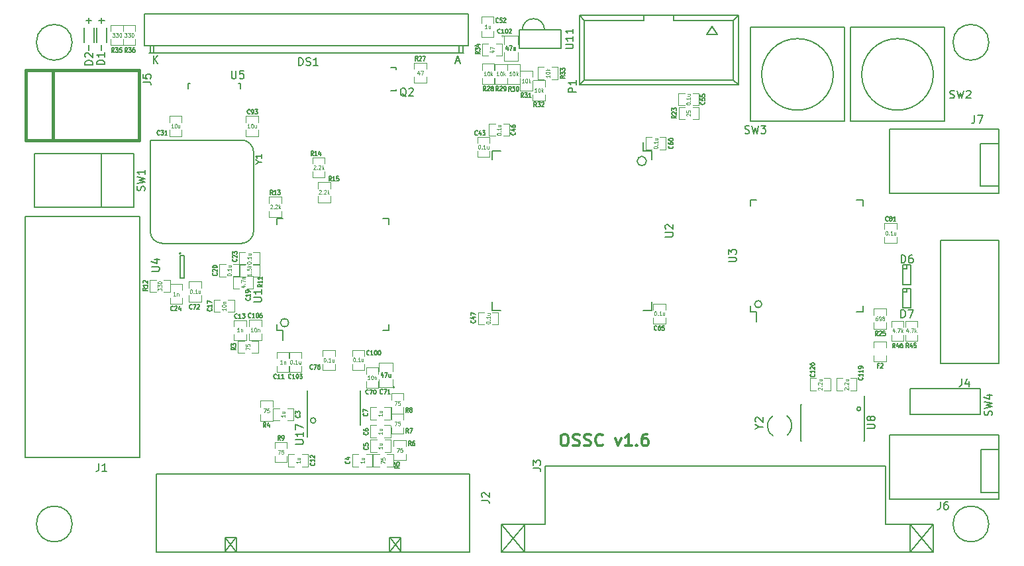
<source format=gto>
G04 #@! TF.FileFunction,Legend,Top*
%FSLAX46Y46*%
G04 Gerber Fmt 4.6, Leading zero omitted, Abs format (unit mm)*
G04 Created by KiCad (PCBNEW 4.0.5+dfsg1-4) date Fri Apr 14 10:30:50 2017*
%MOMM*%
%LPD*%
G01*
G04 APERTURE LIST*
%ADD10C,0.150000*%
%ADD11C,0.300000*%
%ADD12C,0.381000*%
%ADD13C,0.099060*%
%ADD14C,0.119380*%
%ADD15C,0.203200*%
%ADD16C,0.127000*%
%ADD17C,0.114300*%
G04 APERTURE END LIST*
D10*
D11*
X76223001Y-70704571D02*
X76508715Y-70704571D01*
X76651573Y-70776000D01*
X76794430Y-70918857D01*
X76865858Y-71204571D01*
X76865858Y-71704571D01*
X76794430Y-71990286D01*
X76651573Y-72133143D01*
X76508715Y-72204571D01*
X76223001Y-72204571D01*
X76080144Y-72133143D01*
X75937287Y-71990286D01*
X75865858Y-71704571D01*
X75865858Y-71204571D01*
X75937287Y-70918857D01*
X76080144Y-70776000D01*
X76223001Y-70704571D01*
X77437287Y-72133143D02*
X77651573Y-72204571D01*
X78008716Y-72204571D01*
X78151573Y-72133143D01*
X78223002Y-72061714D01*
X78294430Y-71918857D01*
X78294430Y-71776000D01*
X78223002Y-71633143D01*
X78151573Y-71561714D01*
X78008716Y-71490286D01*
X77723002Y-71418857D01*
X77580144Y-71347429D01*
X77508716Y-71276000D01*
X77437287Y-71133143D01*
X77437287Y-70990286D01*
X77508716Y-70847429D01*
X77580144Y-70776000D01*
X77723002Y-70704571D01*
X78080144Y-70704571D01*
X78294430Y-70776000D01*
X78865858Y-72133143D02*
X79080144Y-72204571D01*
X79437287Y-72204571D01*
X79580144Y-72133143D01*
X79651573Y-72061714D01*
X79723001Y-71918857D01*
X79723001Y-71776000D01*
X79651573Y-71633143D01*
X79580144Y-71561714D01*
X79437287Y-71490286D01*
X79151573Y-71418857D01*
X79008715Y-71347429D01*
X78937287Y-71276000D01*
X78865858Y-71133143D01*
X78865858Y-70990286D01*
X78937287Y-70847429D01*
X79008715Y-70776000D01*
X79151573Y-70704571D01*
X79508715Y-70704571D01*
X79723001Y-70776000D01*
X81223001Y-72061714D02*
X81151572Y-72133143D01*
X80937286Y-72204571D01*
X80794429Y-72204571D01*
X80580144Y-72133143D01*
X80437286Y-71990286D01*
X80365858Y-71847429D01*
X80294429Y-71561714D01*
X80294429Y-71347429D01*
X80365858Y-71061714D01*
X80437286Y-70918857D01*
X80580144Y-70776000D01*
X80794429Y-70704571D01*
X80937286Y-70704571D01*
X81151572Y-70776000D01*
X81223001Y-70847429D01*
X82865858Y-71204571D02*
X83223001Y-72204571D01*
X83580143Y-71204571D01*
X84937286Y-72204571D02*
X84080143Y-72204571D01*
X84508715Y-72204571D02*
X84508715Y-70704571D01*
X84365858Y-70918857D01*
X84223000Y-71061714D01*
X84080143Y-71133143D01*
X85580143Y-72061714D02*
X85651571Y-72133143D01*
X85580143Y-72204571D01*
X85508714Y-72133143D01*
X85580143Y-72061714D01*
X85580143Y-72204571D01*
X86937286Y-70704571D02*
X86651572Y-70704571D01*
X86508715Y-70776000D01*
X86437286Y-70847429D01*
X86294429Y-71061714D01*
X86223000Y-71347429D01*
X86223000Y-71918857D01*
X86294429Y-72061714D01*
X86365857Y-72133143D01*
X86508715Y-72204571D01*
X86794429Y-72204571D01*
X86937286Y-72133143D01*
X87008715Y-72061714D01*
X87080143Y-71918857D01*
X87080143Y-71561714D01*
X87008715Y-71418857D01*
X86937286Y-71347429D01*
X86794429Y-71276000D01*
X86508715Y-71276000D01*
X86365857Y-71347429D01*
X86294429Y-71418857D01*
X86223000Y-71561714D01*
D10*
X114222000Y-67480000D02*
G75*
G03X114222000Y-67480000I-250000J0D01*
G01*
X114647000Y-71555000D02*
X114622000Y-71555000D01*
X106597000Y-71555000D02*
X106622000Y-71555000D01*
X106597000Y-66905000D02*
X106622000Y-66905000D01*
X114697000Y-65830000D02*
X114697000Y-71555000D01*
X106597000Y-66905000D02*
X106597000Y-71555000D01*
X70967940Y-18952580D02*
G75*
G02X72354780Y-17580980I1379220J-7620D01*
G01*
X73787340Y-18952580D02*
G75*
G03X72400500Y-17580980I-1379220J-7620D01*
G01*
X75914100Y-18960500D02*
X75914100Y-21360500D01*
X75914100Y-21360500D02*
X70614100Y-21360500D01*
X70614100Y-21360500D02*
X70614100Y-18960500D01*
X70614100Y-18960500D02*
X75914100Y-18960500D01*
X97925000Y-25400000D02*
X98560000Y-26035000D01*
X97925000Y-17780000D02*
X98560000Y-17145000D01*
X78875000Y-17780000D02*
X78240000Y-17145000D01*
X78875000Y-25400000D02*
X78240000Y-26035000D01*
X86495000Y-17145000D02*
X86495000Y-17780000D01*
X86495000Y-17780000D02*
X78875000Y-17780000D01*
X78875000Y-17780000D02*
X78875000Y-25400000D01*
X78875000Y-25400000D02*
X97925000Y-25400000D01*
X97925000Y-25400000D02*
X97925000Y-17780000D01*
X97925000Y-17780000D02*
X90305000Y-17780000D01*
X90305000Y-17780000D02*
X90305000Y-17145000D01*
X98560000Y-17145000D02*
X78240000Y-17145000D01*
X78240000Y-26035000D02*
X98560000Y-26035000D01*
X98560000Y-26035000D02*
X98560000Y-17145000D01*
X78240000Y-26035000D02*
X78240000Y-17145000D01*
X95898080Y-19621500D02*
X95199580Y-18552160D01*
X95199580Y-18552160D02*
X94498540Y-19621500D01*
X94498540Y-19621500D02*
X95898080Y-19621500D01*
X13416000Y-20600000D02*
G75*
G03X13416000Y-20600000I-2286000J0D01*
G01*
X13416000Y-82200000D02*
G75*
G03X13416000Y-82200000I-2286000J0D01*
G01*
X130586000Y-82200000D02*
G75*
G03X130586000Y-82200000I-2286000J0D01*
G01*
X130586000Y-20600000D02*
G75*
G03X130586000Y-20600000I-2286000J0D01*
G01*
X35074500Y-33095300D02*
X23390500Y-33095300D01*
X23390500Y-33095300D02*
X23390500Y-44779300D01*
X36598500Y-44779300D02*
X36598500Y-34619300D01*
X35074500Y-46303300D02*
X24914500Y-46303300D01*
X35074500Y-46303300D02*
G75*
G03X36598500Y-44779300I0J1524000D01*
G01*
X23390500Y-44779300D02*
G75*
G03X24914500Y-46303300I1524000J0D01*
G01*
X36598500Y-34619300D02*
G75*
G03X35074500Y-33095300I-1524000J0D01*
G01*
X27293300Y-47587800D02*
G75*
G03X27293300Y-47587800I-100000J0D01*
G01*
X27743300Y-47837800D02*
X27243300Y-47837800D01*
X27743300Y-50737800D02*
X27743300Y-47837800D01*
X27243300Y-50737800D02*
X27743300Y-50737800D01*
X27243300Y-47837800D02*
X27243300Y-50737800D01*
X22025500Y-73695400D02*
X22025500Y-42895400D01*
X22025500Y-73695400D02*
X7445500Y-73695400D01*
X7445500Y-73695400D02*
X7445500Y-42895400D01*
X7445500Y-42895400D02*
X22025500Y-42895400D01*
X34692260Y-25834820D02*
X34644000Y-25834820D01*
X28256000Y-26525700D02*
X28256000Y-25824660D01*
X28256000Y-25824660D02*
X28504920Y-25824660D01*
X34692260Y-25834820D02*
X34892920Y-25834820D01*
X34892920Y-25834820D02*
X34892920Y-26535860D01*
X54142200Y-23829180D02*
X54843240Y-23829180D01*
X54843240Y-23829180D02*
X54843240Y-24078100D01*
X54843240Y-26628160D02*
X54843240Y-26828820D01*
X54843240Y-26828820D02*
X54142200Y-26828820D01*
X44555758Y-68962300D02*
G75*
G03X44555758Y-68962300I-339838J0D01*
G01*
X50263000Y-69549000D02*
X50263000Y-65099000D01*
X43513000Y-71074000D02*
X43513000Y-65099000D01*
X101563308Y-54084900D02*
G75*
G03X101563308Y-54084900I-450748J0D01*
G01*
X100125000Y-55075000D02*
X100925000Y-55075000D01*
X100125000Y-40725000D02*
X100925000Y-40725000D01*
X114475000Y-40725000D02*
X113675000Y-40725000D01*
X114475000Y-55075000D02*
X113675000Y-55075000D01*
X100125000Y-55075000D02*
X100125000Y-54275000D01*
X114475000Y-55075000D02*
X114475000Y-54275000D01*
X114475000Y-40725000D02*
X114475000Y-41525000D01*
X100125000Y-40725000D02*
X100125000Y-41525000D01*
X100925000Y-55075000D02*
X100925000Y-56350000D01*
X68262940Y-85763280D02*
X71229660Y-82296180D01*
X68255320Y-82280940D02*
X71227120Y-85760740D01*
X120521920Y-85778520D02*
X123511500Y-82275860D01*
X120514300Y-82273320D02*
X123501340Y-85765820D01*
X68244600Y-85771200D02*
X68244600Y-82271200D01*
X123514600Y-82271200D02*
X123514600Y-85771200D01*
X123514600Y-85771200D02*
X68244600Y-85771200D01*
X71244600Y-85771200D02*
X71244600Y-82271200D01*
X73859600Y-82271200D02*
X68244600Y-82271200D01*
X73859600Y-82271200D02*
X73859600Y-74821200D01*
X73859600Y-74821200D02*
X117359600Y-74821200D01*
X117359600Y-74821200D02*
X117359600Y-82271200D01*
X117359600Y-82271200D02*
X123514600Y-82271200D01*
X120514600Y-82271200D02*
X120514600Y-85771200D01*
X110710050Y-24700000D02*
G75*
G03X110710050Y-24700000I-4579050J0D01*
G01*
X100131000Y-30700000D02*
X100131000Y-18700000D01*
X100131000Y-18700000D02*
X112131000Y-18700000D01*
X112131000Y-18700000D02*
X112131000Y-30700000D01*
X112131000Y-30700000D02*
X100131000Y-30700000D01*
X123497050Y-24700000D02*
G75*
G03X123497050Y-24700000I-4579050J0D01*
G01*
X112918000Y-30700000D02*
X112918000Y-18700000D01*
X112918000Y-18700000D02*
X124918000Y-18700000D01*
X124918000Y-18700000D02*
X124918000Y-30700000D01*
X124918000Y-30700000D02*
X112918000Y-30700000D01*
X53997860Y-85758920D02*
X55410100Y-83998700D01*
X54020720Y-83975840D02*
X55410100Y-85713200D01*
X32941260Y-85746220D02*
X34361120Y-83978380D01*
X32946340Y-83952980D02*
X34368740Y-85723360D01*
X34368740Y-85723360D02*
X34373820Y-85736060D01*
X55446000Y-83947900D02*
X55446000Y-85753840D01*
X53996000Y-83947900D02*
X55446000Y-83947900D01*
X53996000Y-85769080D02*
X53996000Y-83947900D01*
X32946000Y-85769080D02*
X32946000Y-83947900D01*
X32946000Y-83947900D02*
X34396000Y-83947900D01*
X34396000Y-83947900D02*
X34396000Y-85753840D01*
X24196000Y-85776200D02*
X24196000Y-75776200D01*
X24196000Y-75776200D02*
X64196000Y-75776200D01*
X64196000Y-75776200D02*
X64196000Y-85776200D01*
X24196000Y-85776200D02*
X64196000Y-85776200D01*
D12*
X11001500Y-24148120D02*
X11001500Y-33149880D01*
X7501380Y-24148120D02*
X7501380Y-33149880D01*
X7501380Y-33149880D02*
X22002240Y-33149880D01*
X22002240Y-33149880D02*
X22002240Y-24148120D01*
X22002240Y-24148120D02*
X7501380Y-24148120D01*
D10*
X17542220Y-17822880D02*
X16810700Y-17822880D01*
X17171380Y-18186100D02*
X17171380Y-17454580D01*
X17171380Y-21640500D02*
X17171380Y-20908980D01*
X17805200Y-20645000D02*
X17805200Y-18745000D01*
X16552800Y-20645000D02*
X16552800Y-18745000D01*
X15912220Y-17822880D02*
X15180700Y-17822880D01*
X15541380Y-18186100D02*
X15541380Y-17454580D01*
X15541380Y-21640500D02*
X15541380Y-20908980D01*
X16175200Y-20645000D02*
X16175200Y-18745000D01*
X14922800Y-20645000D02*
X14922800Y-18745000D01*
D13*
X68597380Y-19796360D02*
G75*
G03X68597380Y-19796360I-127000J0D01*
G01*
X68594840Y-20853000D02*
X68594840Y-19773500D01*
X68605000Y-19763340D02*
X70383000Y-19763340D01*
X70393160Y-19773500D02*
X70393160Y-20853000D01*
X70393160Y-21869000D02*
X70393160Y-22948500D01*
X70383000Y-22958660D02*
X68605000Y-22958660D01*
X68594840Y-22948500D02*
X68594840Y-21869000D01*
X54688620Y-64719640D02*
G75*
G03X54688620Y-64719640I-127000J0D01*
G01*
X54437160Y-63663000D02*
X54437160Y-64742500D01*
X54427000Y-64752660D02*
X52649000Y-64752660D01*
X52638840Y-64742500D02*
X52638840Y-63663000D01*
X52638840Y-62647000D02*
X52638840Y-61567500D01*
X52649000Y-61557340D02*
X54427000Y-61557340D01*
X54437160Y-61567500D02*
X54437160Y-62647000D01*
D14*
X39047760Y-67215120D02*
X39047760Y-66432800D01*
X39047760Y-68215880D02*
X39047760Y-68998200D01*
X37478040Y-67215120D02*
X37478040Y-66432800D01*
X37478040Y-68998200D02*
X37478040Y-68215880D01*
X37500900Y-66425180D02*
X39024900Y-66425180D01*
X39024900Y-69005820D02*
X37500900Y-69005820D01*
X53673080Y-74863060D02*
X54455400Y-74863060D01*
X52672320Y-74863060D02*
X51890000Y-74863060D01*
X53673080Y-73293340D02*
X54455400Y-73293340D01*
X51890000Y-73293340D02*
X52672320Y-73293340D01*
X54463020Y-73316200D02*
X54463020Y-74840200D01*
X51882380Y-74840200D02*
X51882380Y-73316200D01*
X54496040Y-73270480D02*
X54496040Y-74052800D01*
X54496040Y-72269720D02*
X54496040Y-71487400D01*
X56065760Y-73270480D02*
X56065760Y-74052800D01*
X56065760Y-71487400D02*
X56065760Y-72269720D01*
X56042900Y-74060420D02*
X54518900Y-74060420D01*
X54518900Y-71479780D02*
X56042900Y-71479780D01*
X55786360Y-68866120D02*
X55786360Y-68083800D01*
X55786360Y-69866880D02*
X55786360Y-70649200D01*
X54216640Y-68866120D02*
X54216640Y-68083800D01*
X54216640Y-70649200D02*
X54216640Y-69866880D01*
X54239500Y-68076180D02*
X55763500Y-68076180D01*
X55763500Y-70656820D02*
X54239500Y-70656820D01*
X55781860Y-66284620D02*
X55781860Y-65502300D01*
X55781860Y-67285380D02*
X55781860Y-68067700D01*
X54212140Y-66284620D02*
X54212140Y-65502300D01*
X54212140Y-68067700D02*
X54212140Y-67285380D01*
X54235000Y-65494680D02*
X55759000Y-65494680D01*
X55759000Y-68075320D02*
X54235000Y-68075320D01*
X40888860Y-72514620D02*
X40888860Y-71732300D01*
X40888860Y-73515380D02*
X40888860Y-74297700D01*
X39319140Y-72514620D02*
X39319140Y-71732300D01*
X39319140Y-74297700D02*
X39319140Y-73515380D01*
X39342000Y-71724680D02*
X40866000Y-71724680D01*
X40866000Y-74305320D02*
X39342000Y-74305320D01*
X36563380Y-50563860D02*
X37345700Y-50563860D01*
X35562620Y-50563860D02*
X34780300Y-50563860D01*
X36563380Y-48994140D02*
X37345700Y-48994140D01*
X34780300Y-48994140D02*
X35562620Y-48994140D01*
X37353320Y-49017000D02*
X37353320Y-50541000D01*
X34772680Y-50541000D02*
X34772680Y-49017000D01*
X24135420Y-50979440D02*
X23353100Y-50979440D01*
X25136180Y-50979440D02*
X25918500Y-50979440D01*
X24135420Y-52549160D02*
X23353100Y-52549160D01*
X25918500Y-52549160D02*
X25136180Y-52549160D01*
X23345480Y-52526300D02*
X23345480Y-51002300D01*
X25926120Y-51002300D02*
X25926120Y-52526300D01*
X38585140Y-42156380D02*
X38585140Y-42938700D01*
X38585140Y-41155620D02*
X38585140Y-40373300D01*
X40154860Y-42156380D02*
X40154860Y-42938700D01*
X40154860Y-40373300D02*
X40154860Y-41155620D01*
X40132000Y-42946320D02*
X38608000Y-42946320D01*
X38608000Y-40365680D02*
X40132000Y-40365680D01*
X45715860Y-36105620D02*
X45715860Y-35323300D01*
X45715860Y-37106380D02*
X45715860Y-37888700D01*
X44146140Y-36105620D02*
X44146140Y-35323300D01*
X44146140Y-37888700D02*
X44146140Y-37106380D01*
X44169000Y-35315680D02*
X45693000Y-35315680D01*
X45693000Y-37896320D02*
X44169000Y-37896320D01*
X44831340Y-40275880D02*
X44831340Y-41058200D01*
X44831340Y-39275120D02*
X44831340Y-38492800D01*
X46401060Y-40275880D02*
X46401060Y-41058200D01*
X46401060Y-38492800D02*
X46401060Y-39275120D01*
X46378200Y-41065820D02*
X44854200Y-41065820D01*
X44854200Y-38485180D02*
X46378200Y-38485180D01*
X92725580Y-30451160D02*
X93507900Y-30451160D01*
X91724820Y-30451160D02*
X90942500Y-30451160D01*
X92725580Y-28881440D02*
X93507900Y-28881440D01*
X90942500Y-28881440D02*
X91724820Y-28881440D01*
X93515520Y-28904300D02*
X93515520Y-30428300D01*
X90934880Y-30428300D02*
X90934880Y-28904300D01*
X115908140Y-56461380D02*
X115908140Y-57243700D01*
X115908140Y-55460620D02*
X115908140Y-54678300D01*
X117477860Y-56461380D02*
X117477860Y-57243700D01*
X117477860Y-54678300D02*
X117477860Y-55460620D01*
X117455000Y-57251320D02*
X115931000Y-57251320D01*
X115931000Y-54670680D02*
X117455000Y-54670680D01*
X67394160Y-24136720D02*
X67394160Y-23354400D01*
X67394160Y-25137480D02*
X67394160Y-25919800D01*
X65824440Y-24136720D02*
X65824440Y-23354400D01*
X65824440Y-25919800D02*
X65824440Y-25137480D01*
X65847300Y-23346780D02*
X67371300Y-23346780D01*
X67371300Y-25927420D02*
X65847300Y-25927420D01*
X69007060Y-24149420D02*
X69007060Y-23367100D01*
X69007060Y-25150180D02*
X69007060Y-25932500D01*
X67437340Y-24149420D02*
X67437340Y-23367100D01*
X67437340Y-25932500D02*
X67437340Y-25150180D01*
X67460200Y-23359480D02*
X68984200Y-23359480D01*
X68984200Y-25940120D02*
X67460200Y-25940120D01*
X70619960Y-24149420D02*
X70619960Y-23367100D01*
X70619960Y-25150180D02*
X70619960Y-25932500D01*
X69050240Y-24149420D02*
X69050240Y-23367100D01*
X69050240Y-25932500D02*
X69050240Y-25150180D01*
X69073100Y-23359480D02*
X70597100Y-23359480D01*
X70597100Y-25940120D02*
X69073100Y-25940120D01*
X72232860Y-25025720D02*
X72232860Y-24243400D01*
X72232860Y-26026480D02*
X72232860Y-26808800D01*
X70663140Y-25025720D02*
X70663140Y-24243400D01*
X70663140Y-26808800D02*
X70663140Y-26026480D01*
X70686000Y-24235780D02*
X72210000Y-24235780D01*
X72210000Y-26816420D02*
X70686000Y-26816420D01*
X73871160Y-26257620D02*
X73871160Y-25475300D01*
X73871160Y-27258380D02*
X73871160Y-28040700D01*
X72301440Y-26257620D02*
X72301440Y-25475300D01*
X72301440Y-28040700D02*
X72301440Y-27258380D01*
X72324300Y-25467680D02*
X73848300Y-25467680D01*
X73848300Y-28048320D02*
X72324300Y-28048320D01*
X74729680Y-25333060D02*
X75512000Y-25333060D01*
X73728920Y-25333060D02*
X72946600Y-25333060D01*
X74729680Y-23763340D02*
X75512000Y-23763340D01*
X72946600Y-23763340D02*
X73728920Y-23763340D01*
X75519620Y-23786200D02*
X75519620Y-25310200D01*
X72938980Y-25310200D02*
X72938980Y-23786200D01*
X66604220Y-20766140D02*
X65821900Y-20766140D01*
X67604980Y-20766140D02*
X68387300Y-20766140D01*
X66604220Y-22335860D02*
X65821900Y-22335860D01*
X68387300Y-22335860D02*
X67604980Y-22335860D01*
X65814280Y-22313000D02*
X65814280Y-20789000D01*
X68394920Y-20789000D02*
X68394920Y-22313000D01*
X18374140Y-20191380D02*
X18374140Y-20973700D01*
X18374140Y-19190620D02*
X18374140Y-18408300D01*
X19943860Y-20191380D02*
X19943860Y-20973700D01*
X19943860Y-18408300D02*
X19943860Y-19190620D01*
X19921000Y-20981320D02*
X18397000Y-20981320D01*
X18397000Y-18400680D02*
X19921000Y-18400680D01*
X19924140Y-20187380D02*
X19924140Y-20969700D01*
X19924140Y-19186620D02*
X19924140Y-18404300D01*
X21493860Y-20187380D02*
X21493860Y-20969700D01*
X21493860Y-18404300D02*
X21493860Y-19186620D01*
X21471000Y-20977320D02*
X19947000Y-20977320D01*
X19947000Y-18396680D02*
X21471000Y-18396680D01*
X57127140Y-25016380D02*
X57127140Y-25798700D01*
X57127140Y-24015620D02*
X57127140Y-23233300D01*
X58696860Y-25016380D02*
X58696860Y-25798700D01*
X58696860Y-23233300D02*
X58696860Y-24015620D01*
X58674000Y-25806320D02*
X57150000Y-25806320D01*
X57150000Y-23225680D02*
X58674000Y-23225680D01*
X36401080Y-60321560D02*
X37183400Y-60321560D01*
X35400320Y-60321560D02*
X34618000Y-60321560D01*
X36401080Y-58751840D02*
X37183400Y-58751840D01*
X34618000Y-58751840D02*
X35400320Y-58751840D01*
X37191020Y-58774700D02*
X37191020Y-60298700D01*
X34610380Y-60298700D02*
X34610380Y-58774700D01*
X117474860Y-59639620D02*
X117474860Y-58857300D01*
X117474860Y-60640380D02*
X117474860Y-61422700D01*
X115905140Y-59639620D02*
X115905140Y-58857300D01*
X115905140Y-61422700D02*
X115905140Y-60640380D01*
X115928000Y-58849680D02*
X117452000Y-58849680D01*
X117452000Y-61430320D02*
X115928000Y-61430320D01*
X121474860Y-56999620D02*
X121474860Y-56217300D01*
X121474860Y-58000380D02*
X121474860Y-58782700D01*
X119905140Y-56999620D02*
X119905140Y-56217300D01*
X119905140Y-58782700D02*
X119905140Y-58000380D01*
X119928000Y-56209680D02*
X121452000Y-56209680D01*
X121452000Y-58790320D02*
X119928000Y-58790320D01*
X119714860Y-56999620D02*
X119714860Y-56217300D01*
X119714860Y-58000380D02*
X119714860Y-58782700D01*
X118145140Y-56999620D02*
X118145140Y-56217300D01*
X118145140Y-58782700D02*
X118145140Y-58000380D01*
X118168000Y-56209680D02*
X119692000Y-56209680D01*
X119692000Y-58790320D02*
X118168000Y-58790320D01*
X40896880Y-68957560D02*
X41679200Y-68957560D01*
X39896120Y-68957560D02*
X39113800Y-68957560D01*
X40896880Y-67387840D02*
X41679200Y-67387840D01*
X39113800Y-67387840D02*
X39896120Y-67387840D01*
X41686820Y-67410700D02*
X41686820Y-68934700D01*
X39106180Y-68934700D02*
X39106180Y-67410700D01*
X50018020Y-73281140D02*
X49235700Y-73281140D01*
X51018780Y-73281140D02*
X51801100Y-73281140D01*
X50018020Y-74850860D02*
X49235700Y-74850860D01*
X51801100Y-74850860D02*
X51018780Y-74850860D01*
X49228080Y-74828000D02*
X49228080Y-73304000D01*
X51808720Y-73304000D02*
X51808720Y-74828000D01*
X52342120Y-71439140D02*
X51559800Y-71439140D01*
X53342880Y-71439140D02*
X54125200Y-71439140D01*
X52342120Y-73008860D02*
X51559800Y-73008860D01*
X54125200Y-73008860D02*
X53342880Y-73008860D01*
X51552180Y-72986000D02*
X51552180Y-71462000D01*
X54132820Y-71462000D02*
X54132820Y-72986000D01*
X52316720Y-69572240D02*
X51534400Y-69572240D01*
X53317480Y-69572240D02*
X54099800Y-69572240D01*
X52316720Y-71141960D02*
X51534400Y-71141960D01*
X54099800Y-71141960D02*
X53317480Y-71141960D01*
X51526780Y-71119100D02*
X51526780Y-69595100D01*
X54107420Y-69595100D02*
X54107420Y-71119100D01*
X52316720Y-67273540D02*
X51534400Y-67273540D01*
X53317480Y-67273540D02*
X54099800Y-67273540D01*
X52316720Y-68843260D02*
X51534400Y-68843260D01*
X54099800Y-68843260D02*
X53317480Y-68843260D01*
X51526780Y-68820400D02*
X51526780Y-67296400D01*
X54107420Y-67296400D02*
X54107420Y-68820400D01*
X41143260Y-61004820D02*
X41143260Y-60222500D01*
X41143260Y-62005580D02*
X41143260Y-62787900D01*
X39573540Y-61004820D02*
X39573540Y-60222500D01*
X39573540Y-62787900D02*
X39573540Y-62005580D01*
X39596400Y-60214880D02*
X41120400Y-60214880D01*
X41120400Y-62795520D02*
X39596400Y-62795520D01*
X42801380Y-74850860D02*
X43583700Y-74850860D01*
X41800620Y-74850860D02*
X41018300Y-74850860D01*
X42801380Y-73281140D02*
X43583700Y-73281140D01*
X41018300Y-73281140D02*
X41800620Y-73281140D01*
X43591320Y-73304000D02*
X43591320Y-74828000D01*
X41010680Y-74828000D02*
X41010680Y-73304000D01*
X35656860Y-56915420D02*
X35656860Y-56133100D01*
X35656860Y-57916180D02*
X35656860Y-58698500D01*
X34087140Y-56915420D02*
X34087140Y-56133100D01*
X34087140Y-58698500D02*
X34087140Y-57916180D01*
X34110000Y-56125480D02*
X35634000Y-56125480D01*
X35634000Y-58706120D02*
X34110000Y-58706120D01*
X33340380Y-55101860D02*
X34122700Y-55101860D01*
X32339620Y-55101860D02*
X31557300Y-55101860D01*
X33340380Y-53532140D02*
X34122700Y-53532140D01*
X31557300Y-53532140D02*
X32339620Y-53532140D01*
X34130320Y-53555000D02*
X34130320Y-55079000D01*
X31549680Y-55079000D02*
X31549680Y-53555000D01*
X34776620Y-50498140D02*
X33994300Y-50498140D01*
X35777380Y-50498140D02*
X36559700Y-50498140D01*
X34776620Y-52067860D02*
X33994300Y-52067860D01*
X36559700Y-52067860D02*
X35777380Y-52067860D01*
X33986680Y-52045000D02*
X33986680Y-50521000D01*
X36567320Y-50521000D02*
X36567320Y-52045000D01*
X34028380Y-50563860D02*
X34810700Y-50563860D01*
X33027620Y-50563860D02*
X32245300Y-50563860D01*
X34028380Y-48994140D02*
X34810700Y-48994140D01*
X32245300Y-48994140D02*
X33027620Y-48994140D01*
X34818320Y-49017000D02*
X34818320Y-50541000D01*
X32237680Y-50541000D02*
X32237680Y-49017000D01*
X35561620Y-47480140D02*
X34779300Y-47480140D01*
X36562380Y-47480140D02*
X37344700Y-47480140D01*
X35561620Y-49049860D02*
X34779300Y-49049860D01*
X37344700Y-49049860D02*
X36562380Y-49049860D01*
X34771680Y-49027000D02*
X34771680Y-47503000D01*
X37352320Y-47503000D02*
X37352320Y-49027000D01*
X25921040Y-53280680D02*
X25921040Y-54063000D01*
X25921040Y-52279920D02*
X25921040Y-51497600D01*
X27490760Y-53280680D02*
X27490760Y-54063000D01*
X27490760Y-51497600D02*
X27490760Y-52279920D01*
X27467900Y-54070620D02*
X25943900Y-54070620D01*
X25943900Y-51489980D02*
X27467900Y-51489980D01*
X27429860Y-30812620D02*
X27429860Y-30030300D01*
X27429860Y-31813380D02*
X27429860Y-32595700D01*
X25860140Y-30812620D02*
X25860140Y-30030300D01*
X25860140Y-32595700D02*
X25860140Y-31813380D01*
X25883000Y-30022680D02*
X27407000Y-30022680D01*
X27407000Y-32603320D02*
X25883000Y-32603320D01*
X66784860Y-33499620D02*
X66784860Y-32717300D01*
X66784860Y-34500380D02*
X66784860Y-35282700D01*
X65215140Y-33499620D02*
X65215140Y-32717300D01*
X65215140Y-35282700D02*
X65215140Y-34500380D01*
X65238000Y-32709680D02*
X66762000Y-32709680D01*
X66762000Y-35290320D02*
X65238000Y-35290320D01*
X67499620Y-31015140D02*
X66717300Y-31015140D01*
X68500380Y-31015140D02*
X69282700Y-31015140D01*
X67499620Y-32584860D02*
X66717300Y-32584860D01*
X69282700Y-32584860D02*
X68500380Y-32584860D01*
X66709680Y-32562000D02*
X66709680Y-31038000D01*
X69290320Y-31038000D02*
X69290320Y-32562000D01*
X66099620Y-55115140D02*
X65317300Y-55115140D01*
X67100380Y-55115140D02*
X67882700Y-55115140D01*
X66099620Y-56684860D02*
X65317300Y-56684860D01*
X67882700Y-56684860D02*
X67100380Y-56684860D01*
X65309680Y-56662000D02*
X65309680Y-55138000D01*
X67890320Y-55138000D02*
X67890320Y-56662000D01*
X65735540Y-19130380D02*
X65735540Y-19912700D01*
X65735540Y-18129620D02*
X65735540Y-17347300D01*
X67305260Y-19130380D02*
X67305260Y-19912700D01*
X67305260Y-17347300D02*
X67305260Y-18129620D01*
X67282400Y-19920320D02*
X65758400Y-19920320D01*
X65758400Y-17339680D02*
X67282400Y-17339680D01*
X91712120Y-27103440D02*
X90929800Y-27103440D01*
X92712880Y-27103440D02*
X93495200Y-27103440D01*
X91712120Y-28673160D02*
X90929800Y-28673160D01*
X93495200Y-28673160D02*
X92712880Y-28673160D01*
X90922180Y-28650300D02*
X90922180Y-27126300D01*
X93502820Y-27126300D02*
X93502820Y-28650300D01*
X88521380Y-34282860D02*
X89303700Y-34282860D01*
X87520620Y-34282860D02*
X86738300Y-34282860D01*
X88521380Y-32713140D02*
X89303700Y-32713140D01*
X86738300Y-32713140D02*
X87520620Y-32713140D01*
X89311320Y-32736000D02*
X89311320Y-34260000D01*
X86730680Y-34260000D02*
X86730680Y-32736000D01*
X87715140Y-55800380D02*
X87715140Y-56582700D01*
X87715140Y-54799620D02*
X87715140Y-54017300D01*
X89284860Y-55800380D02*
X89284860Y-56582700D01*
X89284860Y-54017300D02*
X89284860Y-54799620D01*
X89262000Y-56590320D02*
X87738000Y-56590320D01*
X87738000Y-54009680D02*
X89262000Y-54009680D01*
X117255140Y-45510380D02*
X117255140Y-46292700D01*
X117255140Y-44509620D02*
X117255140Y-43727300D01*
X118824860Y-45510380D02*
X118824860Y-46292700D01*
X118824860Y-43727300D02*
X118824860Y-44509620D01*
X118802000Y-46300320D02*
X117278000Y-46300320D01*
X117278000Y-43719680D02*
X118802000Y-43719680D01*
X37189860Y-30817620D02*
X37189860Y-30035300D01*
X37189860Y-31818380D02*
X37189860Y-32600700D01*
X35620140Y-30817620D02*
X35620140Y-30035300D01*
X35620140Y-32600700D02*
X35620140Y-31818380D01*
X35643000Y-30027680D02*
X37167000Y-30027680D01*
X37167000Y-32608320D02*
X35643000Y-32608320D01*
X52547860Y-62989620D02*
X52547860Y-62207300D01*
X52547860Y-63990380D02*
X52547860Y-64772700D01*
X50978140Y-62989620D02*
X50978140Y-62207300D01*
X50978140Y-64772700D02*
X50978140Y-63990380D01*
X51001000Y-62199680D02*
X52525000Y-62199680D01*
X52525000Y-64780320D02*
X51001000Y-64780320D01*
X28359440Y-52975880D02*
X28359440Y-53758200D01*
X28359440Y-51975120D02*
X28359440Y-51192800D01*
X29929160Y-52975880D02*
X29929160Y-53758200D01*
X29929160Y-51192800D02*
X29929160Y-51975120D01*
X29906300Y-53765820D02*
X28382300Y-53765820D01*
X28382300Y-51185180D02*
X29906300Y-51185180D01*
X47010660Y-60750820D02*
X47010660Y-59968500D01*
X47010660Y-61751580D02*
X47010660Y-62533900D01*
X45440940Y-60750820D02*
X45440940Y-59968500D01*
X45440940Y-62533900D02*
X45440940Y-61751580D01*
X45463800Y-59960880D02*
X46987800Y-59960880D01*
X46987800Y-62541520D02*
X45463800Y-62541520D01*
X50769860Y-60725420D02*
X50769860Y-59943100D01*
X50769860Y-61726180D02*
X50769860Y-62508500D01*
X49200140Y-60725420D02*
X49200140Y-59943100D01*
X49200140Y-62508500D02*
X49200140Y-61726180D01*
X49223000Y-59935480D02*
X50747000Y-59935480D01*
X50747000Y-62516120D02*
X49223000Y-62516120D01*
X42743460Y-61004820D02*
X42743460Y-60222500D01*
X42743460Y-62005580D02*
X42743460Y-62787900D01*
X41173740Y-61004820D02*
X41173740Y-60222500D01*
X41173740Y-62787900D02*
X41173740Y-62005580D01*
X41196600Y-60214880D02*
X42720600Y-60214880D01*
X42720600Y-62795520D02*
X41196600Y-62795520D01*
X36042940Y-57890780D02*
X36042940Y-58673100D01*
X36042940Y-56890020D02*
X36042940Y-56107700D01*
X37612660Y-57890780D02*
X37612660Y-58673100D01*
X37612660Y-56107700D02*
X37612660Y-56890020D01*
X37589800Y-58680720D02*
X36065800Y-58680720D01*
X36065800Y-56100080D02*
X37589800Y-56100080D01*
D10*
X131874400Y-72707400D02*
X129550300Y-72707400D01*
X129550300Y-72707400D02*
X129547760Y-78173480D01*
X129547760Y-78173480D02*
X131902340Y-78173480D01*
X131906000Y-79030000D02*
X131906000Y-70830000D01*
X131906000Y-70830000D02*
X117906000Y-70830000D01*
X117906000Y-70830000D02*
X117906000Y-79030000D01*
X117906000Y-79030000D02*
X131906000Y-79030000D01*
X21316000Y-34868000D02*
X21316000Y-41728000D01*
X21316000Y-41728000D02*
X8616000Y-41728000D01*
X8616000Y-41728000D02*
X8616000Y-34868000D01*
X8616000Y-34868000D02*
X21316000Y-34868000D01*
X17180880Y-41728000D02*
X17180880Y-34868000D01*
X22675200Y-21050620D02*
X22675200Y-17006940D01*
X64082280Y-21050620D02*
X64082280Y-17006940D01*
X64076200Y-21050280D02*
X22676200Y-21050280D01*
X64076200Y-17006600D02*
X22676200Y-17006600D01*
X23373700Y-21048080D02*
X23373700Y-21939620D01*
X23866460Y-21939620D02*
X23866460Y-21048080D01*
X63376160Y-21939620D02*
X63376160Y-21048080D01*
X62883400Y-21048080D02*
X62883400Y-21939620D01*
X63476200Y-21950600D02*
X23276200Y-21950600D01*
D14*
X112910380Y-65134860D02*
X113692700Y-65134860D01*
X111909620Y-65134860D02*
X111127300Y-65134860D01*
X112910380Y-63565140D02*
X113692700Y-63565140D01*
X111127300Y-63565140D02*
X111909620Y-63565140D01*
X113700320Y-63588000D02*
X113700320Y-65112000D01*
X111119680Y-65112000D02*
X111119680Y-63588000D01*
X108534620Y-63574140D02*
X107752300Y-63574140D01*
X109535380Y-63574140D02*
X110317700Y-63574140D01*
X108534620Y-65143860D02*
X107752300Y-65143860D01*
X110317700Y-65143860D02*
X109535380Y-65143860D01*
X107744680Y-65121000D02*
X107744680Y-63597000D01*
X110325320Y-63597000D02*
X110325320Y-65121000D01*
D10*
X131866400Y-33553400D02*
X129542300Y-33553400D01*
X129542300Y-33553400D02*
X129539760Y-39019480D01*
X129539760Y-39019480D02*
X131894340Y-39019480D01*
X131898000Y-39876000D02*
X131898000Y-31676000D01*
X131898000Y-31676000D02*
X117898000Y-31676000D01*
X117898000Y-31676000D02*
X117898000Y-39876000D01*
X117898000Y-39876000D02*
X131898000Y-39876000D01*
X86820932Y-35782060D02*
G75*
G03X86820932Y-35782060I-590292J0D01*
G01*
X87475000Y-34525000D02*
X86400000Y-34525000D01*
X87475000Y-54875000D02*
X86400000Y-54875000D01*
X67125000Y-54875000D02*
X68200000Y-54875000D01*
X67125000Y-34525000D02*
X68200000Y-34525000D01*
X87475000Y-34525000D02*
X87475000Y-35600000D01*
X67125000Y-34525000D02*
X67125000Y-35600000D01*
X67125000Y-54875000D02*
X67125000Y-53800000D01*
X87475000Y-54875000D02*
X87475000Y-53800000D01*
X86400000Y-34525000D02*
X86400000Y-33425000D01*
X41094202Y-56456580D02*
G75*
G03X41094202Y-56456580I-527862J0D01*
G01*
X39561000Y-57467000D02*
X40361000Y-57467000D01*
X39561000Y-43117000D02*
X40361000Y-43117000D01*
X53911000Y-43117000D02*
X53111000Y-43117000D01*
X53911000Y-57467000D02*
X53111000Y-57467000D01*
X39561000Y-57467000D02*
X39561000Y-56667000D01*
X53911000Y-57467000D02*
X53911000Y-56667000D01*
X53911000Y-43117000D02*
X53911000Y-43917000D01*
X39561000Y-43117000D02*
X39561000Y-43917000D01*
X40361000Y-57467000D02*
X40361000Y-58742000D01*
X131900000Y-45950000D02*
X131900000Y-61650000D01*
X131900000Y-61650000D02*
X124400000Y-61650000D01*
X124400000Y-61650000D02*
X124400000Y-45950000D01*
X124400000Y-45950000D02*
X131900000Y-45950000D01*
X129540000Y-64870000D02*
X129540000Y-68170000D01*
X129540000Y-68170000D02*
X120540000Y-68170000D01*
X120540000Y-68170000D02*
X120540000Y-64870000D01*
X120540000Y-64870000D02*
X129540000Y-64870000D01*
X104760160Y-68346520D02*
X105011620Y-68597980D01*
X105011620Y-68597980D02*
X105260540Y-68945960D01*
X105260540Y-68945960D02*
X105410400Y-69497140D01*
X105410400Y-69497140D02*
X105410400Y-69895920D01*
X105410400Y-69895920D02*
X105209740Y-70396300D01*
X105209740Y-70396300D02*
X104861760Y-70797620D01*
X103010100Y-68346520D02*
X102811980Y-68496380D01*
X102811980Y-68496380D02*
X102560520Y-68796100D01*
X102560520Y-68796100D02*
X102359860Y-69248220D01*
X102359860Y-69248220D02*
X102311600Y-69697800D01*
X102311600Y-69697800D02*
X102410660Y-70198180D01*
X102410660Y-70198180D02*
X102611320Y-70546160D01*
X102611320Y-70546160D02*
X102961840Y-70896680D01*
X120120000Y-52118740D02*
X120120000Y-52560000D01*
X120120000Y-52560000D02*
X119662800Y-52560000D01*
X120620000Y-52060000D02*
X120620000Y-54560000D01*
X120620000Y-54560000D02*
X119620000Y-54560000D01*
X119620000Y-54560000D02*
X119620000Y-52060000D01*
X119620000Y-52060000D02*
X120620000Y-52060000D01*
X120120000Y-49118740D02*
X120120000Y-49560000D01*
X120120000Y-49560000D02*
X119662800Y-49560000D01*
X120620000Y-49060000D02*
X120620000Y-51560000D01*
X120620000Y-51560000D02*
X119620000Y-51560000D01*
X119620000Y-51560000D02*
X119620000Y-49060000D01*
X119620000Y-49060000D02*
X120620000Y-49060000D01*
X115024381Y-69991905D02*
X115833905Y-69991905D01*
X115929143Y-69944286D01*
X115976762Y-69896667D01*
X116024381Y-69801429D01*
X116024381Y-69610952D01*
X115976762Y-69515714D01*
X115929143Y-69468095D01*
X115833905Y-69420476D01*
X115024381Y-69420476D01*
X115452952Y-68801429D02*
X115405333Y-68896667D01*
X115357714Y-68944286D01*
X115262476Y-68991905D01*
X115214857Y-68991905D01*
X115119619Y-68944286D01*
X115072000Y-68896667D01*
X115024381Y-68801429D01*
X115024381Y-68610952D01*
X115072000Y-68515714D01*
X115119619Y-68468095D01*
X115214857Y-68420476D01*
X115262476Y-68420476D01*
X115357714Y-68468095D01*
X115405333Y-68515714D01*
X115452952Y-68610952D01*
X115452952Y-68801429D01*
X115500571Y-68896667D01*
X115548190Y-68944286D01*
X115643429Y-68991905D01*
X115833905Y-68991905D01*
X115929143Y-68944286D01*
X115976762Y-68896667D01*
X116024381Y-68801429D01*
X116024381Y-68610952D01*
X115976762Y-68515714D01*
X115929143Y-68468095D01*
X115833905Y-68420476D01*
X115643429Y-68420476D01*
X115548190Y-68468095D01*
X115500571Y-68515714D01*
X115452952Y-68610952D01*
X76462981Y-21402255D02*
X77272505Y-21402255D01*
X77367743Y-21354636D01*
X77415362Y-21307017D01*
X77462981Y-21211779D01*
X77462981Y-21021302D01*
X77415362Y-20926064D01*
X77367743Y-20878445D01*
X77272505Y-20830826D01*
X76462981Y-20830826D01*
X77462981Y-19830826D02*
X77462981Y-20402255D01*
X77462981Y-20116541D02*
X76462981Y-20116541D01*
X76605838Y-20211779D01*
X76701076Y-20307017D01*
X76748695Y-20402255D01*
X77462981Y-18878445D02*
X77462981Y-19449874D01*
X77462981Y-19164160D02*
X76462981Y-19164160D01*
X76605838Y-19259398D01*
X76701076Y-19354636D01*
X76748695Y-19449874D01*
X77856381Y-26989095D02*
X76856381Y-26989095D01*
X76856381Y-26608142D01*
X76904000Y-26512904D01*
X76951619Y-26465285D01*
X77046857Y-26417666D01*
X77189714Y-26417666D01*
X77284952Y-26465285D01*
X77332571Y-26512904D01*
X77380190Y-26608142D01*
X77380190Y-26989095D01*
X77856381Y-25465285D02*
X77856381Y-26036714D01*
X77856381Y-25751000D02*
X76856381Y-25751000D01*
X76999238Y-25846238D01*
X77094476Y-25941476D01*
X77142095Y-26036714D01*
X37265252Y-35889252D02*
X37646205Y-35889252D01*
X36846205Y-36155919D02*
X37265252Y-35889252D01*
X36846205Y-35622585D01*
X37646205Y-34936871D02*
X37646205Y-35394014D01*
X37646205Y-35165443D02*
X36846205Y-35165443D01*
X36960490Y-35241633D01*
X37036681Y-35317824D01*
X37074776Y-35394014D01*
X23577381Y-49864905D02*
X24386905Y-49864905D01*
X24482143Y-49817286D01*
X24529762Y-49769667D01*
X24577381Y-49674429D01*
X24577381Y-49483952D01*
X24529762Y-49388714D01*
X24482143Y-49341095D01*
X24386905Y-49293476D01*
X23577381Y-49293476D01*
X23910714Y-48388714D02*
X24577381Y-48388714D01*
X23529762Y-48626810D02*
X24244048Y-48864905D01*
X24244048Y-48245857D01*
X16827247Y-74450061D02*
X16827247Y-75164347D01*
X16779627Y-75307204D01*
X16684389Y-75402442D01*
X16541532Y-75450061D01*
X16446294Y-75450061D01*
X17827247Y-75450061D02*
X17255818Y-75450061D01*
X17541532Y-75450061D02*
X17541532Y-74450061D01*
X17446294Y-74592918D01*
X17351056Y-74688156D01*
X17255818Y-74735775D01*
X33802095Y-24232381D02*
X33802095Y-25041905D01*
X33849714Y-25137143D01*
X33897333Y-25184762D01*
X33992571Y-25232381D01*
X34183048Y-25232381D01*
X34278286Y-25184762D01*
X34325905Y-25137143D01*
X34373524Y-25041905D01*
X34373524Y-24232381D01*
X35325905Y-24232381D02*
X34849714Y-24232381D01*
X34802095Y-24708571D01*
X34849714Y-24660952D01*
X34944952Y-24613333D01*
X35183048Y-24613333D01*
X35278286Y-24660952D01*
X35325905Y-24708571D01*
X35373524Y-24803810D01*
X35373524Y-25041905D01*
X35325905Y-25137143D01*
X35278286Y-25184762D01*
X35183048Y-25232381D01*
X34944952Y-25232381D01*
X34849714Y-25184762D01*
X34802095Y-25137143D01*
X56109762Y-27552619D02*
X56014524Y-27505000D01*
X55919286Y-27409762D01*
X55776429Y-27266905D01*
X55681190Y-27219286D01*
X55585952Y-27219286D01*
X55633571Y-27457381D02*
X55538333Y-27409762D01*
X55443095Y-27314524D01*
X55395476Y-27124048D01*
X55395476Y-26790714D01*
X55443095Y-26600238D01*
X55538333Y-26505000D01*
X55633571Y-26457381D01*
X55824048Y-26457381D01*
X55919286Y-26505000D01*
X56014524Y-26600238D01*
X56062143Y-26790714D01*
X56062143Y-27124048D01*
X56014524Y-27314524D01*
X55919286Y-27409762D01*
X55824048Y-27457381D01*
X55633571Y-27457381D01*
X56443095Y-26552619D02*
X56490714Y-26505000D01*
X56585952Y-26457381D01*
X56824048Y-26457381D01*
X56919286Y-26505000D01*
X56966905Y-26552619D01*
X57014524Y-26647857D01*
X57014524Y-26743095D01*
X56966905Y-26885952D01*
X56395476Y-27457381D01*
X57014524Y-27457381D01*
X41956381Y-72013095D02*
X42765905Y-72013095D01*
X42861143Y-71965476D01*
X42908762Y-71917857D01*
X42956381Y-71822619D01*
X42956381Y-71632142D01*
X42908762Y-71536904D01*
X42861143Y-71489285D01*
X42765905Y-71441666D01*
X41956381Y-71441666D01*
X42956381Y-70441666D02*
X42956381Y-71013095D01*
X42956381Y-70727381D02*
X41956381Y-70727381D01*
X42099238Y-70822619D01*
X42194476Y-70917857D01*
X42242095Y-71013095D01*
X41956381Y-70108333D02*
X41956381Y-69441666D01*
X42956381Y-69870238D01*
X97302381Y-48661905D02*
X98111905Y-48661905D01*
X98207143Y-48614286D01*
X98254762Y-48566667D01*
X98302381Y-48471429D01*
X98302381Y-48280952D01*
X98254762Y-48185714D01*
X98207143Y-48138095D01*
X98111905Y-48090476D01*
X97302381Y-48090476D01*
X97302381Y-47709524D02*
X97302381Y-47090476D01*
X97683333Y-47423810D01*
X97683333Y-47280952D01*
X97730952Y-47185714D01*
X97778571Y-47138095D01*
X97873810Y-47090476D01*
X98111905Y-47090476D01*
X98207143Y-47138095D01*
X98254762Y-47185714D01*
X98302381Y-47280952D01*
X98302381Y-47566667D01*
X98254762Y-47661905D01*
X98207143Y-47709524D01*
X72318381Y-75062333D02*
X73032667Y-75062333D01*
X73175524Y-75109953D01*
X73270762Y-75205191D01*
X73318381Y-75348048D01*
X73318381Y-75443286D01*
X72318381Y-74681381D02*
X72318381Y-74062333D01*
X72699333Y-74395667D01*
X72699333Y-74252809D01*
X72746952Y-74157571D01*
X72794571Y-74109952D01*
X72889810Y-74062333D01*
X73127905Y-74062333D01*
X73223143Y-74109952D01*
X73270762Y-74157571D01*
X73318381Y-74252809D01*
X73318381Y-74538524D01*
X73270762Y-74633762D01*
X73223143Y-74681381D01*
X99402667Y-32210762D02*
X99545524Y-32258381D01*
X99783620Y-32258381D01*
X99878858Y-32210762D01*
X99926477Y-32163143D01*
X99974096Y-32067905D01*
X99974096Y-31972667D01*
X99926477Y-31877429D01*
X99878858Y-31829810D01*
X99783620Y-31782190D01*
X99593143Y-31734571D01*
X99497905Y-31686952D01*
X99450286Y-31639333D01*
X99402667Y-31544095D01*
X99402667Y-31448857D01*
X99450286Y-31353619D01*
X99497905Y-31306000D01*
X99593143Y-31258381D01*
X99831239Y-31258381D01*
X99974096Y-31306000D01*
X100307429Y-31258381D02*
X100545524Y-32258381D01*
X100736001Y-31544095D01*
X100926477Y-32258381D01*
X101164572Y-31258381D01*
X101450286Y-31258381D02*
X102069334Y-31258381D01*
X101736000Y-31639333D01*
X101878858Y-31639333D01*
X101974096Y-31686952D01*
X102021715Y-31734571D01*
X102069334Y-31829810D01*
X102069334Y-32067905D01*
X102021715Y-32163143D01*
X101974096Y-32210762D01*
X101878858Y-32258381D01*
X101593143Y-32258381D01*
X101497905Y-32210762D01*
X101450286Y-32163143D01*
X125625667Y-27701762D02*
X125768524Y-27749381D01*
X126006620Y-27749381D01*
X126101858Y-27701762D01*
X126149477Y-27654143D01*
X126197096Y-27558905D01*
X126197096Y-27463667D01*
X126149477Y-27368429D01*
X126101858Y-27320810D01*
X126006620Y-27273190D01*
X125816143Y-27225571D01*
X125720905Y-27177952D01*
X125673286Y-27130333D01*
X125625667Y-27035095D01*
X125625667Y-26939857D01*
X125673286Y-26844619D01*
X125720905Y-26797000D01*
X125816143Y-26749381D01*
X126054239Y-26749381D01*
X126197096Y-26797000D01*
X126530429Y-26749381D02*
X126768524Y-27749381D01*
X126959001Y-27035095D01*
X127149477Y-27749381D01*
X127387572Y-26749381D01*
X127720905Y-26844619D02*
X127768524Y-26797000D01*
X127863762Y-26749381D01*
X128101858Y-26749381D01*
X128197096Y-26797000D01*
X128244715Y-26844619D01*
X128292334Y-26939857D01*
X128292334Y-27035095D01*
X128244715Y-27177952D01*
X127673286Y-27749381D01*
X128292334Y-27749381D01*
X65761381Y-79185333D02*
X66475667Y-79185333D01*
X66618524Y-79232953D01*
X66713762Y-79328191D01*
X66761381Y-79471048D01*
X66761381Y-79566286D01*
X65856619Y-78756762D02*
X65809000Y-78709143D01*
X65761381Y-78613905D01*
X65761381Y-78375809D01*
X65809000Y-78280571D01*
X65856619Y-78232952D01*
X65951857Y-78185333D01*
X66047095Y-78185333D01*
X66189952Y-78232952D01*
X66761381Y-78804381D01*
X66761381Y-78185333D01*
D15*
X22474619Y-25655667D02*
X23200333Y-25655667D01*
X23345476Y-25704047D01*
X23442238Y-25800809D01*
X23490619Y-25945952D01*
X23490619Y-26042714D01*
X22474619Y-24688048D02*
X22474619Y-25171857D01*
X22958429Y-25220238D01*
X22910048Y-25171857D01*
X22861667Y-25075095D01*
X22861667Y-24833191D01*
X22910048Y-24736429D01*
X22958429Y-24688048D01*
X23055190Y-24639667D01*
X23297095Y-24639667D01*
X23393857Y-24688048D01*
X23442238Y-24736429D01*
X23490619Y-24833191D01*
X23490619Y-25075095D01*
X23442238Y-25171857D01*
X23393857Y-25220238D01*
D10*
X17555381Y-23423095D02*
X16555381Y-23423095D01*
X16555381Y-23185000D01*
X16603000Y-23042142D01*
X16698238Y-22946904D01*
X16793476Y-22899285D01*
X16983952Y-22851666D01*
X17126810Y-22851666D01*
X17317286Y-22899285D01*
X17412524Y-22946904D01*
X17507762Y-23042142D01*
X17555381Y-23185000D01*
X17555381Y-23423095D01*
X17555381Y-21899285D02*
X17555381Y-22470714D01*
X17555381Y-22185000D02*
X16555381Y-22185000D01*
X16698238Y-22280238D01*
X16793476Y-22375476D01*
X16841095Y-22470714D01*
X16031381Y-23461095D02*
X15031381Y-23461095D01*
X15031381Y-23223000D01*
X15079000Y-23080142D01*
X15174238Y-22984904D01*
X15269476Y-22937285D01*
X15459952Y-22889666D01*
X15602810Y-22889666D01*
X15793286Y-22937285D01*
X15888524Y-22984904D01*
X15983762Y-23080142D01*
X16031381Y-23223000D01*
X16031381Y-23461095D01*
X15126619Y-22508714D02*
X15079000Y-22461095D01*
X15031381Y-22365857D01*
X15031381Y-22127761D01*
X15079000Y-22032523D01*
X15126619Y-21984904D01*
X15221857Y-21937285D01*
X15317095Y-21937285D01*
X15459952Y-21984904D01*
X16031381Y-22556333D01*
X16031381Y-21937285D01*
D16*
X68123523Y-19400643D02*
X68099333Y-19428462D01*
X68026761Y-19456281D01*
X67978380Y-19456281D01*
X67905809Y-19428462D01*
X67857428Y-19372824D01*
X67833237Y-19317186D01*
X67809047Y-19205910D01*
X67809047Y-19122452D01*
X67833237Y-19011176D01*
X67857428Y-18955538D01*
X67905809Y-18899900D01*
X67978380Y-18872081D01*
X68026761Y-18872081D01*
X68099333Y-18899900D01*
X68123523Y-18927719D01*
X68607333Y-19456281D02*
X68317047Y-19456281D01*
X68462190Y-19456281D02*
X68462190Y-18872081D01*
X68413809Y-18955538D01*
X68365428Y-19011176D01*
X68317047Y-19038995D01*
X68921809Y-18872081D02*
X68970190Y-18872081D01*
X69018571Y-18899900D01*
X69042762Y-18927719D01*
X69066952Y-18983357D01*
X69091143Y-19094633D01*
X69091143Y-19233729D01*
X69066952Y-19345005D01*
X69042762Y-19400643D01*
X69018571Y-19428462D01*
X68970190Y-19456281D01*
X68921809Y-19456281D01*
X68873428Y-19428462D01*
X68849238Y-19400643D01*
X68825047Y-19345005D01*
X68800857Y-19233729D01*
X68800857Y-19094633D01*
X68825047Y-18983357D01*
X68849238Y-18927719D01*
X68873428Y-18899900D01*
X68921809Y-18872081D01*
X69284667Y-18927719D02*
X69308857Y-18899900D01*
X69357238Y-18872081D01*
X69478191Y-18872081D01*
X69526572Y-18899900D01*
X69550762Y-18927719D01*
X69574953Y-18983357D01*
X69574953Y-19038995D01*
X69550762Y-19122452D01*
X69260476Y-19456281D01*
X69574953Y-19456281D01*
X69119048Y-21235814D02*
X69119048Y-21625281D01*
X68998095Y-21013262D02*
X68877143Y-21430548D01*
X69191619Y-21430548D01*
X69336762Y-21041081D02*
X69675429Y-21041081D01*
X69457715Y-21625281D01*
X70086668Y-21235814D02*
X70086668Y-21625281D01*
X69868953Y-21235814D02*
X69868953Y-21541824D01*
X69893144Y-21597462D01*
X69941525Y-21625281D01*
X70014096Y-21625281D01*
X70062477Y-21597462D01*
X70086668Y-21569643D01*
X53093428Y-65504643D02*
X53069238Y-65532462D01*
X52996666Y-65560281D01*
X52948285Y-65560281D01*
X52875714Y-65532462D01*
X52827333Y-65476824D01*
X52803142Y-65421186D01*
X52778952Y-65309910D01*
X52778952Y-65226452D01*
X52803142Y-65115176D01*
X52827333Y-65059538D01*
X52875714Y-65003900D01*
X52948285Y-64976081D01*
X52996666Y-64976081D01*
X53069238Y-65003900D01*
X53093428Y-65031719D01*
X53262761Y-64976081D02*
X53601428Y-64976081D01*
X53383714Y-65560281D01*
X54061048Y-65560281D02*
X53770762Y-65560281D01*
X53915905Y-65560281D02*
X53915905Y-64976081D01*
X53867524Y-65059538D01*
X53819143Y-65115176D01*
X53770762Y-65142995D01*
X53163048Y-63029814D02*
X53163048Y-63419281D01*
X53042095Y-62807262D02*
X52921143Y-63224548D01*
X53235619Y-63224548D01*
X53380762Y-62835081D02*
X53719429Y-62835081D01*
X53501715Y-63419281D01*
X54130668Y-63029814D02*
X54130668Y-63419281D01*
X53912953Y-63029814D02*
X53912953Y-63335824D01*
X53937144Y-63391462D01*
X53985525Y-63419281D01*
X54058096Y-63419281D01*
X54106477Y-63391462D01*
X54130668Y-63363643D01*
X38178233Y-69808581D02*
X38008900Y-69530390D01*
X37887947Y-69808581D02*
X37887947Y-69224381D01*
X38081471Y-69224381D01*
X38129852Y-69252200D01*
X38154043Y-69280019D01*
X38178233Y-69335657D01*
X38178233Y-69419114D01*
X38154043Y-69474752D01*
X38129852Y-69502571D01*
X38081471Y-69530390D01*
X37887947Y-69530390D01*
X38613662Y-69419114D02*
X38613662Y-69808581D01*
X38492709Y-69196562D02*
X38371757Y-69613848D01*
X38686233Y-69613848D01*
D17*
X37892785Y-67437310D02*
X38197585Y-67437310D01*
X38001642Y-67945310D01*
X38589471Y-67437310D02*
X38371757Y-67437310D01*
X38349986Y-67679214D01*
X38371757Y-67655024D01*
X38415300Y-67630833D01*
X38524157Y-67630833D01*
X38567700Y-67655024D01*
X38589471Y-67679214D01*
X38611243Y-67727595D01*
X38611243Y-67848548D01*
X38589471Y-67896929D01*
X38567700Y-67921119D01*
X38524157Y-67945310D01*
X38415300Y-67945310D01*
X38371757Y-67921119D01*
X38349986Y-67896929D01*
D16*
X55250281Y-74726667D02*
X54972090Y-74896000D01*
X55250281Y-75016953D02*
X54666081Y-75016953D01*
X54666081Y-74823429D01*
X54693900Y-74775048D01*
X54721719Y-74750857D01*
X54777357Y-74726667D01*
X54860814Y-74726667D01*
X54916452Y-74750857D01*
X54944271Y-74775048D01*
X54972090Y-74823429D01*
X54972090Y-75016953D01*
X54666081Y-74267048D02*
X54666081Y-74508953D01*
X54944271Y-74533143D01*
X54916452Y-74508953D01*
X54888633Y-74460572D01*
X54888633Y-74339619D01*
X54916452Y-74291238D01*
X54944271Y-74267048D01*
X54999910Y-74242857D01*
X55139005Y-74242857D01*
X55194643Y-74267048D01*
X55222462Y-74291238D01*
X55250281Y-74339619D01*
X55250281Y-74460572D01*
X55222462Y-74508953D01*
X55194643Y-74533143D01*
D17*
X52894510Y-74448315D02*
X52894510Y-74143515D01*
X53402510Y-74339458D01*
X52894510Y-73751629D02*
X52894510Y-73969343D01*
X53136414Y-73991114D01*
X53112224Y-73969343D01*
X53088033Y-73925800D01*
X53088033Y-73816943D01*
X53112224Y-73773400D01*
X53136414Y-73751629D01*
X53184795Y-73729857D01*
X53305748Y-73729857D01*
X53354129Y-73751629D01*
X53378319Y-73773400D01*
X53402510Y-73816943D01*
X53402510Y-73925800D01*
X53378319Y-73969343D01*
X53354129Y-73991114D01*
D16*
X56735333Y-72156281D02*
X56566000Y-71878090D01*
X56445047Y-72156281D02*
X56445047Y-71572081D01*
X56638571Y-71572081D01*
X56686952Y-71599900D01*
X56711143Y-71627719D01*
X56735333Y-71683357D01*
X56735333Y-71766814D01*
X56711143Y-71822452D01*
X56686952Y-71850271D01*
X56638571Y-71878090D01*
X56445047Y-71878090D01*
X57170762Y-71572081D02*
X57074000Y-71572081D01*
X57025619Y-71599900D01*
X57001428Y-71627719D01*
X56953047Y-71711176D01*
X56928857Y-71822452D01*
X56928857Y-72045005D01*
X56953047Y-72100643D01*
X56977238Y-72128462D01*
X57025619Y-72156281D01*
X57122381Y-72156281D01*
X57170762Y-72128462D01*
X57194952Y-72100643D01*
X57219143Y-72045005D01*
X57219143Y-71905910D01*
X57194952Y-71850271D01*
X57170762Y-71822452D01*
X57122381Y-71794633D01*
X57025619Y-71794633D01*
X56977238Y-71822452D01*
X56953047Y-71850271D01*
X56928857Y-71905910D01*
D17*
X54910785Y-72491910D02*
X55215585Y-72491910D01*
X55019642Y-72999910D01*
X55607471Y-72491910D02*
X55389757Y-72491910D01*
X55367986Y-72733814D01*
X55389757Y-72709624D01*
X55433300Y-72685433D01*
X55542157Y-72685433D01*
X55585700Y-72709624D01*
X55607471Y-72733814D01*
X55629243Y-72782195D01*
X55629243Y-72903148D01*
X55607471Y-72951529D01*
X55585700Y-72975719D01*
X55542157Y-72999910D01*
X55433300Y-72999910D01*
X55389757Y-72975719D01*
X55367986Y-72951529D01*
D16*
X56394333Y-70551281D02*
X56225000Y-70273090D01*
X56104047Y-70551281D02*
X56104047Y-69967081D01*
X56297571Y-69967081D01*
X56345952Y-69994900D01*
X56370143Y-70022719D01*
X56394333Y-70078357D01*
X56394333Y-70161814D01*
X56370143Y-70217452D01*
X56345952Y-70245271D01*
X56297571Y-70273090D01*
X56104047Y-70273090D01*
X56563666Y-69967081D02*
X56902333Y-69967081D01*
X56684619Y-70551281D01*
D17*
X54631385Y-69088310D02*
X54936185Y-69088310D01*
X54740242Y-69596310D01*
X55328071Y-69088310D02*
X55110357Y-69088310D01*
X55088586Y-69330214D01*
X55110357Y-69306024D01*
X55153900Y-69281833D01*
X55262757Y-69281833D01*
X55306300Y-69306024D01*
X55328071Y-69330214D01*
X55349843Y-69378595D01*
X55349843Y-69499548D01*
X55328071Y-69547929D01*
X55306300Y-69572119D01*
X55262757Y-69596310D01*
X55153900Y-69596310D01*
X55110357Y-69572119D01*
X55088586Y-69547929D01*
D16*
X56359333Y-67894281D02*
X56190000Y-67616090D01*
X56069047Y-67894281D02*
X56069047Y-67310081D01*
X56262571Y-67310081D01*
X56310952Y-67337900D01*
X56335143Y-67365719D01*
X56359333Y-67421357D01*
X56359333Y-67504814D01*
X56335143Y-67560452D01*
X56310952Y-67588271D01*
X56262571Y-67616090D01*
X56069047Y-67616090D01*
X56649619Y-67560452D02*
X56601238Y-67532633D01*
X56577047Y-67504814D01*
X56552857Y-67449176D01*
X56552857Y-67421357D01*
X56577047Y-67365719D01*
X56601238Y-67337900D01*
X56649619Y-67310081D01*
X56746381Y-67310081D01*
X56794762Y-67337900D01*
X56818952Y-67365719D01*
X56843143Y-67421357D01*
X56843143Y-67449176D01*
X56818952Y-67504814D01*
X56794762Y-67532633D01*
X56746381Y-67560452D01*
X56649619Y-67560452D01*
X56601238Y-67588271D01*
X56577047Y-67616090D01*
X56552857Y-67671729D01*
X56552857Y-67783005D01*
X56577047Y-67838643D01*
X56601238Y-67866462D01*
X56649619Y-67894281D01*
X56746381Y-67894281D01*
X56794762Y-67866462D01*
X56818952Y-67838643D01*
X56843143Y-67783005D01*
X56843143Y-67671729D01*
X56818952Y-67616090D01*
X56794762Y-67588271D01*
X56746381Y-67560452D01*
D17*
X54626885Y-66506810D02*
X54931685Y-66506810D01*
X54735742Y-67014810D01*
X55323571Y-66506810D02*
X55105857Y-66506810D01*
X55084086Y-66748714D01*
X55105857Y-66724524D01*
X55149400Y-66700333D01*
X55258257Y-66700333D01*
X55301800Y-66724524D01*
X55323571Y-66748714D01*
X55345343Y-66797095D01*
X55345343Y-66918048D01*
X55323571Y-66966429D01*
X55301800Y-66990619D01*
X55258257Y-67014810D01*
X55149400Y-67014810D01*
X55105857Y-66990619D01*
X55084086Y-66966429D01*
D16*
X40011333Y-71465281D02*
X39842000Y-71187090D01*
X39721047Y-71465281D02*
X39721047Y-70881081D01*
X39914571Y-70881081D01*
X39962952Y-70908900D01*
X39987143Y-70936719D01*
X40011333Y-70992357D01*
X40011333Y-71075814D01*
X39987143Y-71131452D01*
X39962952Y-71159271D01*
X39914571Y-71187090D01*
X39721047Y-71187090D01*
X40253238Y-71465281D02*
X40350000Y-71465281D01*
X40398381Y-71437462D01*
X40422571Y-71409643D01*
X40470952Y-71326186D01*
X40495143Y-71214910D01*
X40495143Y-70992357D01*
X40470952Y-70936719D01*
X40446762Y-70908900D01*
X40398381Y-70881081D01*
X40301619Y-70881081D01*
X40253238Y-70908900D01*
X40229047Y-70936719D01*
X40204857Y-70992357D01*
X40204857Y-71131452D01*
X40229047Y-71187090D01*
X40253238Y-71214910D01*
X40301619Y-71242729D01*
X40398381Y-71242729D01*
X40446762Y-71214910D01*
X40470952Y-71187090D01*
X40495143Y-71131452D01*
D17*
X39733885Y-72736810D02*
X40038685Y-72736810D01*
X39842742Y-73244810D01*
X40430571Y-72736810D02*
X40212857Y-72736810D01*
X40191086Y-72978714D01*
X40212857Y-72954524D01*
X40256400Y-72930333D01*
X40365257Y-72930333D01*
X40408800Y-72954524D01*
X40430571Y-72978714D01*
X40452343Y-73027095D01*
X40452343Y-73148048D01*
X40430571Y-73196429D01*
X40408800Y-73220619D01*
X40365257Y-73244810D01*
X40256400Y-73244810D01*
X40212857Y-73220619D01*
X40191086Y-73196429D01*
D16*
X37744281Y-51573572D02*
X37466090Y-51742905D01*
X37744281Y-51863858D02*
X37160081Y-51863858D01*
X37160081Y-51670334D01*
X37187900Y-51621953D01*
X37215719Y-51597762D01*
X37271357Y-51573572D01*
X37354814Y-51573572D01*
X37410452Y-51597762D01*
X37438271Y-51621953D01*
X37466090Y-51670334D01*
X37466090Y-51863858D01*
X37744281Y-51089762D02*
X37744281Y-51380048D01*
X37744281Y-51234905D02*
X37160081Y-51234905D01*
X37243538Y-51283286D01*
X37299176Y-51331667D01*
X37326995Y-51380048D01*
X37744281Y-50605952D02*
X37744281Y-50896238D01*
X37744281Y-50751095D02*
X37160081Y-50751095D01*
X37243538Y-50799476D01*
X37299176Y-50847857D01*
X37326995Y-50896238D01*
D17*
X36292810Y-50160000D02*
X36292810Y-50421257D01*
X36292810Y-50290629D02*
X35784810Y-50290629D01*
X35857381Y-50334172D01*
X35905762Y-50377714D01*
X35929952Y-50421257D01*
X36244429Y-49964057D02*
X36268619Y-49942285D01*
X36292810Y-49964057D01*
X36268619Y-49985828D01*
X36244429Y-49964057D01*
X36292810Y-49964057D01*
X35784810Y-49528629D02*
X35784810Y-49746343D01*
X36026714Y-49768114D01*
X36002524Y-49746343D01*
X35978333Y-49702800D01*
X35978333Y-49593943D01*
X36002524Y-49550400D01*
X36026714Y-49528629D01*
X36075095Y-49506857D01*
X36196048Y-49506857D01*
X36244429Y-49528629D01*
X36268619Y-49550400D01*
X36292810Y-49593943D01*
X36292810Y-49702800D01*
X36268619Y-49746343D01*
X36244429Y-49768114D01*
X36292810Y-49310914D02*
X35784810Y-49310914D01*
X36099286Y-49267371D02*
X36292810Y-49136742D01*
X35954143Y-49136742D02*
X36147667Y-49310914D01*
D16*
X23033281Y-52058572D02*
X22755090Y-52227905D01*
X23033281Y-52348858D02*
X22449081Y-52348858D01*
X22449081Y-52155334D01*
X22476900Y-52106953D01*
X22504719Y-52082762D01*
X22560357Y-52058572D01*
X22643814Y-52058572D01*
X22699452Y-52082762D01*
X22727271Y-52106953D01*
X22755090Y-52155334D01*
X22755090Y-52348858D01*
X23033281Y-51574762D02*
X23033281Y-51865048D01*
X23033281Y-51719905D02*
X22449081Y-51719905D01*
X22532538Y-51768286D01*
X22588176Y-51816667D01*
X22615995Y-51865048D01*
X22504719Y-51381238D02*
X22476900Y-51357048D01*
X22449081Y-51308667D01*
X22449081Y-51187714D01*
X22476900Y-51139333D01*
X22504719Y-51115143D01*
X22560357Y-51090952D01*
X22615995Y-51090952D01*
X22699452Y-51115143D01*
X23033281Y-51405429D01*
X23033281Y-51090952D01*
D17*
X24357610Y-52352129D02*
X24357610Y-52069100D01*
X24551133Y-52221500D01*
X24551133Y-52156186D01*
X24575324Y-52112643D01*
X24599514Y-52090872D01*
X24647895Y-52069100D01*
X24768848Y-52069100D01*
X24817229Y-52090872D01*
X24841419Y-52112643D01*
X24865610Y-52156186D01*
X24865610Y-52286814D01*
X24841419Y-52330357D01*
X24817229Y-52352129D01*
X24357610Y-51916700D02*
X24357610Y-51633671D01*
X24551133Y-51786071D01*
X24551133Y-51720757D01*
X24575324Y-51677214D01*
X24599514Y-51655443D01*
X24647895Y-51633671D01*
X24768848Y-51633671D01*
X24817229Y-51655443D01*
X24841419Y-51677214D01*
X24865610Y-51720757D01*
X24865610Y-51851385D01*
X24841419Y-51894928D01*
X24817229Y-51916700D01*
X24357610Y-51350642D02*
X24357610Y-51307099D01*
X24381800Y-51263556D01*
X24405990Y-51241785D01*
X24454371Y-51220014D01*
X24551133Y-51198242D01*
X24672086Y-51198242D01*
X24768848Y-51220014D01*
X24817229Y-51241785D01*
X24841419Y-51263556D01*
X24865610Y-51307099D01*
X24865610Y-51350642D01*
X24841419Y-51394185D01*
X24817229Y-51415956D01*
X24768848Y-51437728D01*
X24672086Y-51459499D01*
X24551133Y-51459499D01*
X24454371Y-51437728D01*
X24405990Y-51415956D01*
X24381800Y-51394185D01*
X24357610Y-51350642D01*
D16*
X39043428Y-40091481D02*
X38874095Y-39813290D01*
X38753142Y-40091481D02*
X38753142Y-39507281D01*
X38946666Y-39507281D01*
X38995047Y-39535100D01*
X39019238Y-39562919D01*
X39043428Y-39618557D01*
X39043428Y-39702014D01*
X39019238Y-39757652D01*
X38995047Y-39785471D01*
X38946666Y-39813290D01*
X38753142Y-39813290D01*
X39527238Y-40091481D02*
X39236952Y-40091481D01*
X39382095Y-40091481D02*
X39382095Y-39507281D01*
X39333714Y-39590738D01*
X39285333Y-39646376D01*
X39236952Y-39674195D01*
X39696571Y-39507281D02*
X40011048Y-39507281D01*
X39841714Y-39729833D01*
X39914286Y-39729833D01*
X39962667Y-39757652D01*
X39986857Y-39785471D01*
X40011048Y-39841110D01*
X40011048Y-39980205D01*
X39986857Y-40035843D01*
X39962667Y-40063662D01*
X39914286Y-40091481D01*
X39769143Y-40091481D01*
X39720762Y-40063662D01*
X39696571Y-40035843D01*
D17*
X38727743Y-41426190D02*
X38749514Y-41402000D01*
X38793057Y-41377810D01*
X38901914Y-41377810D01*
X38945457Y-41402000D01*
X38967228Y-41426190D01*
X38989000Y-41474571D01*
X38989000Y-41522952D01*
X38967228Y-41595524D01*
X38705971Y-41885810D01*
X38989000Y-41885810D01*
X39184943Y-41837429D02*
X39206715Y-41861619D01*
X39184943Y-41885810D01*
X39163172Y-41861619D01*
X39184943Y-41837429D01*
X39184943Y-41885810D01*
X39380886Y-41426190D02*
X39402657Y-41402000D01*
X39446200Y-41377810D01*
X39555057Y-41377810D01*
X39598600Y-41402000D01*
X39620371Y-41426190D01*
X39642143Y-41474571D01*
X39642143Y-41522952D01*
X39620371Y-41595524D01*
X39359114Y-41885810D01*
X39642143Y-41885810D01*
X39838086Y-41885810D02*
X39838086Y-41377810D01*
X39881629Y-41692286D02*
X40012258Y-41885810D01*
X40012258Y-41547143D02*
X39838086Y-41740667D01*
D16*
X44245428Y-35087281D02*
X44076095Y-34809090D01*
X43955142Y-35087281D02*
X43955142Y-34503081D01*
X44148666Y-34503081D01*
X44197047Y-34530900D01*
X44221238Y-34558719D01*
X44245428Y-34614357D01*
X44245428Y-34697814D01*
X44221238Y-34753452D01*
X44197047Y-34781271D01*
X44148666Y-34809090D01*
X43955142Y-34809090D01*
X44729238Y-35087281D02*
X44438952Y-35087281D01*
X44584095Y-35087281D02*
X44584095Y-34503081D01*
X44535714Y-34586538D01*
X44487333Y-34642176D01*
X44438952Y-34669995D01*
X45164667Y-34697814D02*
X45164667Y-35087281D01*
X45043714Y-34475262D02*
X44922762Y-34892548D01*
X45237238Y-34892548D01*
D17*
X44288743Y-36376190D02*
X44310514Y-36352000D01*
X44354057Y-36327810D01*
X44462914Y-36327810D01*
X44506457Y-36352000D01*
X44528228Y-36376190D01*
X44550000Y-36424571D01*
X44550000Y-36472952D01*
X44528228Y-36545524D01*
X44266971Y-36835810D01*
X44550000Y-36835810D01*
X44745943Y-36787429D02*
X44767715Y-36811619D01*
X44745943Y-36835810D01*
X44724172Y-36811619D01*
X44745943Y-36787429D01*
X44745943Y-36835810D01*
X44941886Y-36376190D02*
X44963657Y-36352000D01*
X45007200Y-36327810D01*
X45116057Y-36327810D01*
X45159600Y-36352000D01*
X45181371Y-36376190D01*
X45203143Y-36424571D01*
X45203143Y-36472952D01*
X45181371Y-36545524D01*
X44920114Y-36835810D01*
X45203143Y-36835810D01*
X45399086Y-36835810D02*
X45399086Y-36327810D01*
X45442629Y-36642286D02*
X45573258Y-36835810D01*
X45573258Y-36497143D02*
X45399086Y-36690667D01*
D16*
X46536428Y-38323281D02*
X46367095Y-38045090D01*
X46246142Y-38323281D02*
X46246142Y-37739081D01*
X46439666Y-37739081D01*
X46488047Y-37766900D01*
X46512238Y-37794719D01*
X46536428Y-37850357D01*
X46536428Y-37933814D01*
X46512238Y-37989452D01*
X46488047Y-38017271D01*
X46439666Y-38045090D01*
X46246142Y-38045090D01*
X47020238Y-38323281D02*
X46729952Y-38323281D01*
X46875095Y-38323281D02*
X46875095Y-37739081D01*
X46826714Y-37822538D01*
X46778333Y-37878176D01*
X46729952Y-37905995D01*
X47479857Y-37739081D02*
X47237952Y-37739081D01*
X47213762Y-38017271D01*
X47237952Y-37989452D01*
X47286333Y-37961633D01*
X47407286Y-37961633D01*
X47455667Y-37989452D01*
X47479857Y-38017271D01*
X47504048Y-38072910D01*
X47504048Y-38212005D01*
X47479857Y-38267643D01*
X47455667Y-38295462D01*
X47407286Y-38323281D01*
X47286333Y-38323281D01*
X47237952Y-38295462D01*
X47213762Y-38267643D01*
D17*
X44973943Y-39545690D02*
X44995714Y-39521500D01*
X45039257Y-39497310D01*
X45148114Y-39497310D01*
X45191657Y-39521500D01*
X45213428Y-39545690D01*
X45235200Y-39594071D01*
X45235200Y-39642452D01*
X45213428Y-39715024D01*
X44952171Y-40005310D01*
X45235200Y-40005310D01*
X45431143Y-39956929D02*
X45452915Y-39981119D01*
X45431143Y-40005310D01*
X45409372Y-39981119D01*
X45431143Y-39956929D01*
X45431143Y-40005310D01*
X45627086Y-39545690D02*
X45648857Y-39521500D01*
X45692400Y-39497310D01*
X45801257Y-39497310D01*
X45844800Y-39521500D01*
X45866571Y-39545690D01*
X45888343Y-39594071D01*
X45888343Y-39642452D01*
X45866571Y-39715024D01*
X45605314Y-40005310D01*
X45888343Y-40005310D01*
X46084286Y-40005310D02*
X46084286Y-39497310D01*
X46127829Y-39811786D02*
X46258458Y-40005310D01*
X46258458Y-39666643D02*
X46084286Y-39860167D01*
D16*
X90660681Y-29992872D02*
X90382490Y-30162205D01*
X90660681Y-30283158D02*
X90076481Y-30283158D01*
X90076481Y-30089634D01*
X90104300Y-30041253D01*
X90132119Y-30017062D01*
X90187757Y-29992872D01*
X90271214Y-29992872D01*
X90326852Y-30017062D01*
X90354671Y-30041253D01*
X90382490Y-30089634D01*
X90382490Y-30283158D01*
X90132119Y-29799348D02*
X90104300Y-29775158D01*
X90076481Y-29726777D01*
X90076481Y-29605824D01*
X90104300Y-29557443D01*
X90132119Y-29533253D01*
X90187757Y-29509062D01*
X90243395Y-29509062D01*
X90326852Y-29533253D01*
X90660681Y-29823539D01*
X90660681Y-29509062D01*
X90076481Y-29339729D02*
X90076481Y-29025252D01*
X90299033Y-29194586D01*
X90299033Y-29122014D01*
X90326852Y-29073633D01*
X90354671Y-29049443D01*
X90410310Y-29025252D01*
X90549405Y-29025252D01*
X90605043Y-29049443D01*
X90632862Y-29073633D01*
X90660681Y-29122014D01*
X90660681Y-29267157D01*
X90632862Y-29315538D01*
X90605043Y-29339729D01*
D17*
X91995390Y-30014643D02*
X91971200Y-29992872D01*
X91947010Y-29949329D01*
X91947010Y-29840472D01*
X91971200Y-29796929D01*
X91995390Y-29775158D01*
X92043771Y-29753386D01*
X92092152Y-29753386D01*
X92164724Y-29775158D01*
X92455010Y-30036415D01*
X92455010Y-29753386D01*
X91947010Y-29339729D02*
X91947010Y-29557443D01*
X92188914Y-29579214D01*
X92164724Y-29557443D01*
X92140533Y-29513900D01*
X92140533Y-29405043D01*
X92164724Y-29361500D01*
X92188914Y-29339729D01*
X92237295Y-29317957D01*
X92358248Y-29317957D01*
X92406629Y-29339729D01*
X92430819Y-29361500D01*
X92455010Y-29405043D01*
X92455010Y-29513900D01*
X92430819Y-29557443D01*
X92406629Y-29579214D01*
D16*
X116385428Y-58111281D02*
X116216095Y-57833090D01*
X116095142Y-58111281D02*
X116095142Y-57527081D01*
X116288666Y-57527081D01*
X116337047Y-57554900D01*
X116361238Y-57582719D01*
X116385428Y-57638357D01*
X116385428Y-57721814D01*
X116361238Y-57777452D01*
X116337047Y-57805271D01*
X116288666Y-57833090D01*
X116095142Y-57833090D01*
X116578952Y-57582719D02*
X116603142Y-57554900D01*
X116651523Y-57527081D01*
X116772476Y-57527081D01*
X116820857Y-57554900D01*
X116845047Y-57582719D01*
X116869238Y-57638357D01*
X116869238Y-57693995D01*
X116845047Y-57777452D01*
X116554761Y-58111281D01*
X116869238Y-58111281D01*
X117328857Y-57527081D02*
X117086952Y-57527081D01*
X117062762Y-57805271D01*
X117086952Y-57777452D01*
X117135333Y-57749633D01*
X117256286Y-57749633D01*
X117304667Y-57777452D01*
X117328857Y-57805271D01*
X117353048Y-57860910D01*
X117353048Y-58000005D01*
X117328857Y-58055643D01*
X117304667Y-58083462D01*
X117256286Y-58111281D01*
X117135333Y-58111281D01*
X117086952Y-58083462D01*
X117062762Y-58055643D01*
D17*
X116344657Y-55682810D02*
X116257571Y-55682810D01*
X116214028Y-55707000D01*
X116192257Y-55731190D01*
X116148714Y-55803762D01*
X116126943Y-55900524D01*
X116126943Y-56094048D01*
X116148714Y-56142429D01*
X116170486Y-56166619D01*
X116214028Y-56190810D01*
X116301114Y-56190810D01*
X116344657Y-56166619D01*
X116366428Y-56142429D01*
X116388200Y-56094048D01*
X116388200Y-55973095D01*
X116366428Y-55924714D01*
X116344657Y-55900524D01*
X116301114Y-55876333D01*
X116214028Y-55876333D01*
X116170486Y-55900524D01*
X116148714Y-55924714D01*
X116126943Y-55973095D01*
X116605915Y-56190810D02*
X116693000Y-56190810D01*
X116736543Y-56166619D01*
X116758315Y-56142429D01*
X116801857Y-56069857D01*
X116823629Y-55973095D01*
X116823629Y-55779571D01*
X116801857Y-55731190D01*
X116780086Y-55707000D01*
X116736543Y-55682810D01*
X116649457Y-55682810D01*
X116605915Y-55707000D01*
X116584143Y-55731190D01*
X116562372Y-55779571D01*
X116562372Y-55900524D01*
X116584143Y-55948905D01*
X116605915Y-55973095D01*
X116649457Y-55997286D01*
X116736543Y-55997286D01*
X116780086Y-55973095D01*
X116801857Y-55948905D01*
X116823629Y-55900524D01*
X117084886Y-55900524D02*
X117041344Y-55876333D01*
X117019572Y-55852143D01*
X116997801Y-55803762D01*
X116997801Y-55779571D01*
X117019572Y-55731190D01*
X117041344Y-55707000D01*
X117084886Y-55682810D01*
X117171972Y-55682810D01*
X117215515Y-55707000D01*
X117237286Y-55731190D01*
X117259058Y-55779571D01*
X117259058Y-55803762D01*
X117237286Y-55852143D01*
X117215515Y-55876333D01*
X117171972Y-55900524D01*
X117084886Y-55900524D01*
X117041344Y-55924714D01*
X117019572Y-55948905D01*
X116997801Y-55997286D01*
X116997801Y-56094048D01*
X117019572Y-56142429D01*
X117041344Y-56166619D01*
X117084886Y-56190810D01*
X117171972Y-56190810D01*
X117215515Y-56166619D01*
X117237286Y-56142429D01*
X117259058Y-56094048D01*
X117259058Y-55997286D01*
X117237286Y-55948905D01*
X117215515Y-55924714D01*
X117171972Y-55900524D01*
D16*
X66291428Y-26812281D02*
X66122095Y-26534090D01*
X66001142Y-26812281D02*
X66001142Y-26228081D01*
X66194666Y-26228081D01*
X66243047Y-26255900D01*
X66267238Y-26283719D01*
X66291428Y-26339357D01*
X66291428Y-26422814D01*
X66267238Y-26478452D01*
X66243047Y-26506271D01*
X66194666Y-26534090D01*
X66001142Y-26534090D01*
X66484952Y-26283719D02*
X66509142Y-26255900D01*
X66557523Y-26228081D01*
X66678476Y-26228081D01*
X66726857Y-26255900D01*
X66751047Y-26283719D01*
X66775238Y-26339357D01*
X66775238Y-26394995D01*
X66751047Y-26478452D01*
X66460761Y-26812281D01*
X66775238Y-26812281D01*
X67065524Y-26478452D02*
X67017143Y-26450633D01*
X66992952Y-26422814D01*
X66968762Y-26367176D01*
X66968762Y-26339357D01*
X66992952Y-26283719D01*
X67017143Y-26255900D01*
X67065524Y-26228081D01*
X67162286Y-26228081D01*
X67210667Y-26255900D01*
X67234857Y-26283719D01*
X67259048Y-26339357D01*
X67259048Y-26367176D01*
X67234857Y-26422814D01*
X67210667Y-26450633D01*
X67162286Y-26478452D01*
X67065524Y-26478452D01*
X67017143Y-26506271D01*
X66992952Y-26534090D01*
X66968762Y-26589729D01*
X66968762Y-26701005D01*
X66992952Y-26756643D01*
X67017143Y-26784462D01*
X67065524Y-26812281D01*
X67162286Y-26812281D01*
X67210667Y-26784462D01*
X67234857Y-26756643D01*
X67259048Y-26701005D01*
X67259048Y-26589729D01*
X67234857Y-26534090D01*
X67210667Y-26506271D01*
X67162286Y-26478452D01*
D17*
X66337157Y-24866910D02*
X66075900Y-24866910D01*
X66206528Y-24866910D02*
X66206528Y-24358910D01*
X66162985Y-24431481D01*
X66119443Y-24479862D01*
X66075900Y-24504052D01*
X66620186Y-24358910D02*
X66663729Y-24358910D01*
X66707272Y-24383100D01*
X66729043Y-24407290D01*
X66750814Y-24455671D01*
X66772586Y-24552433D01*
X66772586Y-24673386D01*
X66750814Y-24770148D01*
X66729043Y-24818529D01*
X66707272Y-24842719D01*
X66663729Y-24866910D01*
X66620186Y-24866910D01*
X66576643Y-24842719D01*
X66554872Y-24818529D01*
X66533100Y-24770148D01*
X66511329Y-24673386D01*
X66511329Y-24552433D01*
X66533100Y-24455671D01*
X66554872Y-24407290D01*
X66576643Y-24383100D01*
X66620186Y-24358910D01*
X66968529Y-24866910D02*
X66968529Y-24358910D01*
X67012072Y-24673386D02*
X67142701Y-24866910D01*
X67142701Y-24528243D02*
X66968529Y-24721767D01*
D16*
X67899428Y-26801281D02*
X67730095Y-26523090D01*
X67609142Y-26801281D02*
X67609142Y-26217081D01*
X67802666Y-26217081D01*
X67851047Y-26244900D01*
X67875238Y-26272719D01*
X67899428Y-26328357D01*
X67899428Y-26411814D01*
X67875238Y-26467452D01*
X67851047Y-26495271D01*
X67802666Y-26523090D01*
X67609142Y-26523090D01*
X68092952Y-26272719D02*
X68117142Y-26244900D01*
X68165523Y-26217081D01*
X68286476Y-26217081D01*
X68334857Y-26244900D01*
X68359047Y-26272719D01*
X68383238Y-26328357D01*
X68383238Y-26383995D01*
X68359047Y-26467452D01*
X68068761Y-26801281D01*
X68383238Y-26801281D01*
X68625143Y-26801281D02*
X68721905Y-26801281D01*
X68770286Y-26773462D01*
X68794476Y-26745643D01*
X68842857Y-26662186D01*
X68867048Y-26550910D01*
X68867048Y-26328357D01*
X68842857Y-26272719D01*
X68818667Y-26244900D01*
X68770286Y-26217081D01*
X68673524Y-26217081D01*
X68625143Y-26244900D01*
X68600952Y-26272719D01*
X68576762Y-26328357D01*
X68576762Y-26467452D01*
X68600952Y-26523090D01*
X68625143Y-26550910D01*
X68673524Y-26578729D01*
X68770286Y-26578729D01*
X68818667Y-26550910D01*
X68842857Y-26523090D01*
X68867048Y-26467452D01*
D17*
X67950057Y-24879610D02*
X67688800Y-24879610D01*
X67819428Y-24879610D02*
X67819428Y-24371610D01*
X67775885Y-24444181D01*
X67732343Y-24492562D01*
X67688800Y-24516752D01*
X68233086Y-24371610D02*
X68276629Y-24371610D01*
X68320172Y-24395800D01*
X68341943Y-24419990D01*
X68363714Y-24468371D01*
X68385486Y-24565133D01*
X68385486Y-24686086D01*
X68363714Y-24782848D01*
X68341943Y-24831229D01*
X68320172Y-24855419D01*
X68276629Y-24879610D01*
X68233086Y-24879610D01*
X68189543Y-24855419D01*
X68167772Y-24831229D01*
X68146000Y-24782848D01*
X68124229Y-24686086D01*
X68124229Y-24565133D01*
X68146000Y-24468371D01*
X68167772Y-24419990D01*
X68189543Y-24395800D01*
X68233086Y-24371610D01*
X68581429Y-24879610D02*
X68581429Y-24371610D01*
X68624972Y-24686086D02*
X68755601Y-24879610D01*
X68755601Y-24540943D02*
X68581429Y-24734467D01*
D16*
X69522428Y-26839281D02*
X69353095Y-26561090D01*
X69232142Y-26839281D02*
X69232142Y-26255081D01*
X69425666Y-26255081D01*
X69474047Y-26282900D01*
X69498238Y-26310719D01*
X69522428Y-26366357D01*
X69522428Y-26449814D01*
X69498238Y-26505452D01*
X69474047Y-26533271D01*
X69425666Y-26561090D01*
X69232142Y-26561090D01*
X69691761Y-26255081D02*
X70006238Y-26255081D01*
X69836904Y-26477633D01*
X69909476Y-26477633D01*
X69957857Y-26505452D01*
X69982047Y-26533271D01*
X70006238Y-26588910D01*
X70006238Y-26728005D01*
X69982047Y-26783643D01*
X69957857Y-26811462D01*
X69909476Y-26839281D01*
X69764333Y-26839281D01*
X69715952Y-26811462D01*
X69691761Y-26783643D01*
X70320714Y-26255081D02*
X70369095Y-26255081D01*
X70417476Y-26282900D01*
X70441667Y-26310719D01*
X70465857Y-26366357D01*
X70490048Y-26477633D01*
X70490048Y-26616729D01*
X70465857Y-26728005D01*
X70441667Y-26783643D01*
X70417476Y-26811462D01*
X70369095Y-26839281D01*
X70320714Y-26839281D01*
X70272333Y-26811462D01*
X70248143Y-26783643D01*
X70223952Y-26728005D01*
X70199762Y-26616729D01*
X70199762Y-26477633D01*
X70223952Y-26366357D01*
X70248143Y-26310719D01*
X70272333Y-26282900D01*
X70320714Y-26255081D01*
D17*
X69562957Y-24879610D02*
X69301700Y-24879610D01*
X69432328Y-24879610D02*
X69432328Y-24371610D01*
X69388785Y-24444181D01*
X69345243Y-24492562D01*
X69301700Y-24516752D01*
X69845986Y-24371610D02*
X69889529Y-24371610D01*
X69933072Y-24395800D01*
X69954843Y-24419990D01*
X69976614Y-24468371D01*
X69998386Y-24565133D01*
X69998386Y-24686086D01*
X69976614Y-24782848D01*
X69954843Y-24831229D01*
X69933072Y-24855419D01*
X69889529Y-24879610D01*
X69845986Y-24879610D01*
X69802443Y-24855419D01*
X69780672Y-24831229D01*
X69758900Y-24782848D01*
X69737129Y-24686086D01*
X69737129Y-24565133D01*
X69758900Y-24468371D01*
X69780672Y-24419990D01*
X69802443Y-24395800D01*
X69845986Y-24371610D01*
X70194329Y-24879610D02*
X70194329Y-24371610D01*
X70237872Y-24686086D02*
X70368501Y-24879610D01*
X70368501Y-24540943D02*
X70194329Y-24734467D01*
D16*
X71121428Y-27619181D02*
X70952095Y-27340990D01*
X70831142Y-27619181D02*
X70831142Y-27034981D01*
X71024666Y-27034981D01*
X71073047Y-27062800D01*
X71097238Y-27090619D01*
X71121428Y-27146257D01*
X71121428Y-27229714D01*
X71097238Y-27285352D01*
X71073047Y-27313171D01*
X71024666Y-27340990D01*
X70831142Y-27340990D01*
X71290761Y-27034981D02*
X71605238Y-27034981D01*
X71435904Y-27257533D01*
X71508476Y-27257533D01*
X71556857Y-27285352D01*
X71581047Y-27313171D01*
X71605238Y-27368810D01*
X71605238Y-27507905D01*
X71581047Y-27563543D01*
X71556857Y-27591362D01*
X71508476Y-27619181D01*
X71363333Y-27619181D01*
X71314952Y-27591362D01*
X71290761Y-27563543D01*
X72089048Y-27619181D02*
X71798762Y-27619181D01*
X71943905Y-27619181D02*
X71943905Y-27034981D01*
X71895524Y-27118438D01*
X71847143Y-27174076D01*
X71798762Y-27201895D01*
D17*
X71175857Y-25755910D02*
X70914600Y-25755910D01*
X71045228Y-25755910D02*
X71045228Y-25247910D01*
X71001685Y-25320481D01*
X70958143Y-25368862D01*
X70914600Y-25393052D01*
X71458886Y-25247910D02*
X71502429Y-25247910D01*
X71545972Y-25272100D01*
X71567743Y-25296290D01*
X71589514Y-25344671D01*
X71611286Y-25441433D01*
X71611286Y-25562386D01*
X71589514Y-25659148D01*
X71567743Y-25707529D01*
X71545972Y-25731719D01*
X71502429Y-25755910D01*
X71458886Y-25755910D01*
X71415343Y-25731719D01*
X71393572Y-25707529D01*
X71371800Y-25659148D01*
X71350029Y-25562386D01*
X71350029Y-25441433D01*
X71371800Y-25344671D01*
X71393572Y-25296290D01*
X71415343Y-25272100D01*
X71458886Y-25247910D01*
X71807229Y-25755910D02*
X71807229Y-25247910D01*
X71850772Y-25562386D02*
X71981401Y-25755910D01*
X71981401Y-25417243D02*
X71807229Y-25610767D01*
D16*
X72759728Y-28851081D02*
X72590395Y-28572890D01*
X72469442Y-28851081D02*
X72469442Y-28266881D01*
X72662966Y-28266881D01*
X72711347Y-28294700D01*
X72735538Y-28322519D01*
X72759728Y-28378157D01*
X72759728Y-28461614D01*
X72735538Y-28517252D01*
X72711347Y-28545071D01*
X72662966Y-28572890D01*
X72469442Y-28572890D01*
X72929061Y-28266881D02*
X73243538Y-28266881D01*
X73074204Y-28489433D01*
X73146776Y-28489433D01*
X73195157Y-28517252D01*
X73219347Y-28545071D01*
X73243538Y-28600710D01*
X73243538Y-28739805D01*
X73219347Y-28795443D01*
X73195157Y-28823262D01*
X73146776Y-28851081D01*
X73001633Y-28851081D01*
X72953252Y-28823262D01*
X72929061Y-28795443D01*
X73437062Y-28322519D02*
X73461252Y-28294700D01*
X73509633Y-28266881D01*
X73630586Y-28266881D01*
X73678967Y-28294700D01*
X73703157Y-28322519D01*
X73727348Y-28378157D01*
X73727348Y-28433795D01*
X73703157Y-28517252D01*
X73412871Y-28851081D01*
X73727348Y-28851081D01*
D17*
X72814157Y-26987810D02*
X72552900Y-26987810D01*
X72683528Y-26987810D02*
X72683528Y-26479810D01*
X72639985Y-26552381D01*
X72596443Y-26600762D01*
X72552900Y-26624952D01*
X73097186Y-26479810D02*
X73140729Y-26479810D01*
X73184272Y-26504000D01*
X73206043Y-26528190D01*
X73227814Y-26576571D01*
X73249586Y-26673333D01*
X73249586Y-26794286D01*
X73227814Y-26891048D01*
X73206043Y-26939429D01*
X73184272Y-26963619D01*
X73140729Y-26987810D01*
X73097186Y-26987810D01*
X73053643Y-26963619D01*
X73031872Y-26939429D01*
X73010100Y-26891048D01*
X72988329Y-26794286D01*
X72988329Y-26673333D01*
X73010100Y-26576571D01*
X73031872Y-26528190D01*
X73053643Y-26504000D01*
X73097186Y-26479810D01*
X73445529Y-26987810D02*
X73445529Y-26479810D01*
X73489072Y-26794286D02*
X73619701Y-26987810D01*
X73619701Y-26649143D02*
X73445529Y-26842667D01*
D16*
X76395281Y-24862572D02*
X76117090Y-25031905D01*
X76395281Y-25152858D02*
X75811081Y-25152858D01*
X75811081Y-24959334D01*
X75838900Y-24910953D01*
X75866719Y-24886762D01*
X75922357Y-24862572D01*
X76005814Y-24862572D01*
X76061452Y-24886762D01*
X76089271Y-24910953D01*
X76117090Y-24959334D01*
X76117090Y-25152858D01*
X75811081Y-24693239D02*
X75811081Y-24378762D01*
X76033633Y-24548096D01*
X76033633Y-24475524D01*
X76061452Y-24427143D01*
X76089271Y-24402953D01*
X76144910Y-24378762D01*
X76284005Y-24378762D01*
X76339643Y-24402953D01*
X76367462Y-24427143D01*
X76395281Y-24475524D01*
X76395281Y-24620667D01*
X76367462Y-24669048D01*
X76339643Y-24693239D01*
X75811081Y-24209429D02*
X75811081Y-23894952D01*
X76033633Y-24064286D01*
X76033633Y-23991714D01*
X76061452Y-23943333D01*
X76089271Y-23919143D01*
X76144910Y-23894952D01*
X76284005Y-23894952D01*
X76339643Y-23919143D01*
X76367462Y-23943333D01*
X76395281Y-23991714D01*
X76395281Y-24136857D01*
X76367462Y-24185238D01*
X76339643Y-24209429D01*
D17*
X74459110Y-24820343D02*
X74459110Y-25081600D01*
X74459110Y-24950972D02*
X73951110Y-24950972D01*
X74023681Y-24994515D01*
X74072062Y-25038057D01*
X74096252Y-25081600D01*
X73951110Y-24537314D02*
X73951110Y-24493771D01*
X73975300Y-24450228D01*
X73999490Y-24428457D01*
X74047871Y-24406686D01*
X74144633Y-24384914D01*
X74265586Y-24384914D01*
X74362348Y-24406686D01*
X74410729Y-24428457D01*
X74434919Y-24450228D01*
X74459110Y-24493771D01*
X74459110Y-24537314D01*
X74434919Y-24580857D01*
X74410729Y-24602628D01*
X74362348Y-24624400D01*
X74265586Y-24646171D01*
X74144633Y-24646171D01*
X74047871Y-24624400D01*
X73999490Y-24602628D01*
X73975300Y-24580857D01*
X73951110Y-24537314D01*
X74459110Y-24188971D02*
X73951110Y-24188971D01*
X74265586Y-24145428D02*
X74459110Y-24014799D01*
X74120443Y-24014799D02*
X74313967Y-24188971D01*
D16*
X65545281Y-21792572D02*
X65267090Y-21961905D01*
X65545281Y-22082858D02*
X64961081Y-22082858D01*
X64961081Y-21889334D01*
X64988900Y-21840953D01*
X65016719Y-21816762D01*
X65072357Y-21792572D01*
X65155814Y-21792572D01*
X65211452Y-21816762D01*
X65239271Y-21840953D01*
X65267090Y-21889334D01*
X65267090Y-22082858D01*
X64961081Y-21623239D02*
X64961081Y-21308762D01*
X65183633Y-21478096D01*
X65183633Y-21405524D01*
X65211452Y-21357143D01*
X65239271Y-21332953D01*
X65294910Y-21308762D01*
X65434005Y-21308762D01*
X65489643Y-21332953D01*
X65517462Y-21357143D01*
X65545281Y-21405524D01*
X65545281Y-21550667D01*
X65517462Y-21599048D01*
X65489643Y-21623239D01*
X65155814Y-20873333D02*
X65545281Y-20873333D01*
X64933262Y-20994286D02*
X65350548Y-21115238D01*
X65350548Y-20800762D01*
D17*
X66995743Y-21681629D02*
X67334410Y-21681629D01*
X66802219Y-21790486D02*
X67165076Y-21899343D01*
X67165076Y-21616315D01*
X66826410Y-21485686D02*
X66826410Y-21180886D01*
X67334410Y-21376829D01*
D16*
X18788428Y-21869281D02*
X18619095Y-21591090D01*
X18498142Y-21869281D02*
X18498142Y-21285081D01*
X18691666Y-21285081D01*
X18740047Y-21312900D01*
X18764238Y-21340719D01*
X18788428Y-21396357D01*
X18788428Y-21479814D01*
X18764238Y-21535452D01*
X18740047Y-21563271D01*
X18691666Y-21591090D01*
X18498142Y-21591090D01*
X18957761Y-21285081D02*
X19272238Y-21285081D01*
X19102904Y-21507633D01*
X19175476Y-21507633D01*
X19223857Y-21535452D01*
X19248047Y-21563271D01*
X19272238Y-21618910D01*
X19272238Y-21758005D01*
X19248047Y-21813643D01*
X19223857Y-21841462D01*
X19175476Y-21869281D01*
X19030333Y-21869281D01*
X18981952Y-21841462D01*
X18957761Y-21813643D01*
X19731857Y-21285081D02*
X19489952Y-21285081D01*
X19465762Y-21563271D01*
X19489952Y-21535452D01*
X19538333Y-21507633D01*
X19659286Y-21507633D01*
X19707667Y-21535452D01*
X19731857Y-21563271D01*
X19756048Y-21618910D01*
X19756048Y-21758005D01*
X19731857Y-21813643D01*
X19707667Y-21841462D01*
X19659286Y-21869281D01*
X19538333Y-21869281D01*
X19489952Y-21841462D01*
X19465762Y-21813643D01*
D17*
X18571171Y-19412810D02*
X18854200Y-19412810D01*
X18701800Y-19606333D01*
X18767114Y-19606333D01*
X18810657Y-19630524D01*
X18832428Y-19654714D01*
X18854200Y-19703095D01*
X18854200Y-19824048D01*
X18832428Y-19872429D01*
X18810657Y-19896619D01*
X18767114Y-19920810D01*
X18636486Y-19920810D01*
X18592943Y-19896619D01*
X18571171Y-19872429D01*
X19006600Y-19412810D02*
X19289629Y-19412810D01*
X19137229Y-19606333D01*
X19202543Y-19606333D01*
X19246086Y-19630524D01*
X19267857Y-19654714D01*
X19289629Y-19703095D01*
X19289629Y-19824048D01*
X19267857Y-19872429D01*
X19246086Y-19896619D01*
X19202543Y-19920810D01*
X19071915Y-19920810D01*
X19028372Y-19896619D01*
X19006600Y-19872429D01*
X19572658Y-19412810D02*
X19616201Y-19412810D01*
X19659744Y-19437000D01*
X19681515Y-19461190D01*
X19703286Y-19509571D01*
X19725058Y-19606333D01*
X19725058Y-19727286D01*
X19703286Y-19824048D01*
X19681515Y-19872429D01*
X19659744Y-19896619D01*
X19616201Y-19920810D01*
X19572658Y-19920810D01*
X19529115Y-19896619D01*
X19507344Y-19872429D01*
X19485572Y-19824048D01*
X19463801Y-19727286D01*
X19463801Y-19606333D01*
X19485572Y-19509571D01*
X19507344Y-19461190D01*
X19529115Y-19437000D01*
X19572658Y-19412810D01*
D16*
X20479428Y-21869281D02*
X20310095Y-21591090D01*
X20189142Y-21869281D02*
X20189142Y-21285081D01*
X20382666Y-21285081D01*
X20431047Y-21312900D01*
X20455238Y-21340719D01*
X20479428Y-21396357D01*
X20479428Y-21479814D01*
X20455238Y-21535452D01*
X20431047Y-21563271D01*
X20382666Y-21591090D01*
X20189142Y-21591090D01*
X20648761Y-21285081D02*
X20963238Y-21285081D01*
X20793904Y-21507633D01*
X20866476Y-21507633D01*
X20914857Y-21535452D01*
X20939047Y-21563271D01*
X20963238Y-21618910D01*
X20963238Y-21758005D01*
X20939047Y-21813643D01*
X20914857Y-21841462D01*
X20866476Y-21869281D01*
X20721333Y-21869281D01*
X20672952Y-21841462D01*
X20648761Y-21813643D01*
X21398667Y-21285081D02*
X21301905Y-21285081D01*
X21253524Y-21312900D01*
X21229333Y-21340719D01*
X21180952Y-21424176D01*
X21156762Y-21535452D01*
X21156762Y-21758005D01*
X21180952Y-21813643D01*
X21205143Y-21841462D01*
X21253524Y-21869281D01*
X21350286Y-21869281D01*
X21398667Y-21841462D01*
X21422857Y-21813643D01*
X21447048Y-21758005D01*
X21447048Y-21618910D01*
X21422857Y-21563271D01*
X21398667Y-21535452D01*
X21350286Y-21507633D01*
X21253524Y-21507633D01*
X21205143Y-21535452D01*
X21180952Y-21563271D01*
X21156762Y-21618910D01*
D17*
X20121171Y-19408810D02*
X20404200Y-19408810D01*
X20251800Y-19602333D01*
X20317114Y-19602333D01*
X20360657Y-19626524D01*
X20382428Y-19650714D01*
X20404200Y-19699095D01*
X20404200Y-19820048D01*
X20382428Y-19868429D01*
X20360657Y-19892619D01*
X20317114Y-19916810D01*
X20186486Y-19916810D01*
X20142943Y-19892619D01*
X20121171Y-19868429D01*
X20556600Y-19408810D02*
X20839629Y-19408810D01*
X20687229Y-19602333D01*
X20752543Y-19602333D01*
X20796086Y-19626524D01*
X20817857Y-19650714D01*
X20839629Y-19699095D01*
X20839629Y-19820048D01*
X20817857Y-19868429D01*
X20796086Y-19892619D01*
X20752543Y-19916810D01*
X20621915Y-19916810D01*
X20578372Y-19892619D01*
X20556600Y-19868429D01*
X21122658Y-19408810D02*
X21166201Y-19408810D01*
X21209744Y-19433000D01*
X21231515Y-19457190D01*
X21253286Y-19505571D01*
X21275058Y-19602333D01*
X21275058Y-19723286D01*
X21253286Y-19820048D01*
X21231515Y-19868429D01*
X21209744Y-19892619D01*
X21166201Y-19916810D01*
X21122658Y-19916810D01*
X21079115Y-19892619D01*
X21057344Y-19868429D01*
X21035572Y-19820048D01*
X21013801Y-19723286D01*
X21013801Y-19602333D01*
X21035572Y-19505571D01*
X21057344Y-19457190D01*
X21079115Y-19433000D01*
X21122658Y-19408810D01*
D16*
X57585428Y-22951481D02*
X57416095Y-22673290D01*
X57295142Y-22951481D02*
X57295142Y-22367281D01*
X57488666Y-22367281D01*
X57537047Y-22395100D01*
X57561238Y-22422919D01*
X57585428Y-22478557D01*
X57585428Y-22562014D01*
X57561238Y-22617652D01*
X57537047Y-22645471D01*
X57488666Y-22673290D01*
X57295142Y-22673290D01*
X57778952Y-22422919D02*
X57803142Y-22395100D01*
X57851523Y-22367281D01*
X57972476Y-22367281D01*
X58020857Y-22395100D01*
X58045047Y-22422919D01*
X58069238Y-22478557D01*
X58069238Y-22534195D01*
X58045047Y-22617652D01*
X57754761Y-22951481D01*
X58069238Y-22951481D01*
X58238571Y-22367281D02*
X58577238Y-22367281D01*
X58359524Y-22951481D01*
D17*
X57781371Y-24407143D02*
X57781371Y-24745810D01*
X57672514Y-24213619D02*
X57563657Y-24576476D01*
X57846685Y-24576476D01*
X57977314Y-24237810D02*
X58282114Y-24237810D01*
X58086171Y-24745810D01*
D16*
X34336181Y-59621367D02*
X34057990Y-59790700D01*
X34336181Y-59911653D02*
X33751981Y-59911653D01*
X33751981Y-59718129D01*
X33779800Y-59669748D01*
X33807619Y-59645557D01*
X33863257Y-59621367D01*
X33946714Y-59621367D01*
X34002352Y-59645557D01*
X34030171Y-59669748D01*
X34057990Y-59718129D01*
X34057990Y-59911653D01*
X33751981Y-59452034D02*
X33751981Y-59137557D01*
X33974533Y-59306891D01*
X33974533Y-59234319D01*
X34002352Y-59185938D01*
X34030171Y-59161748D01*
X34085810Y-59137557D01*
X34224905Y-59137557D01*
X34280543Y-59161748D01*
X34308362Y-59185938D01*
X34336181Y-59234319D01*
X34336181Y-59379462D01*
X34308362Y-59427843D01*
X34280543Y-59452034D01*
D17*
X35622510Y-59906815D02*
X35622510Y-59602015D01*
X36130510Y-59797958D01*
X35622510Y-59210129D02*
X35622510Y-59427843D01*
X35864414Y-59449614D01*
X35840224Y-59427843D01*
X35816033Y-59384300D01*
X35816033Y-59275443D01*
X35840224Y-59231900D01*
X35864414Y-59210129D01*
X35912795Y-59188357D01*
X36033748Y-59188357D01*
X36082129Y-59210129D01*
X36106319Y-59231900D01*
X36130510Y-59275443D01*
X36130510Y-59384300D01*
X36106319Y-59427843D01*
X36082129Y-59449614D01*
D16*
X116520667Y-61927071D02*
X116351333Y-61927071D01*
X116351333Y-62233081D02*
X116351333Y-61648881D01*
X116593238Y-61648881D01*
X116762572Y-61704519D02*
X116786762Y-61676700D01*
X116835143Y-61648881D01*
X116956096Y-61648881D01*
X117004477Y-61676700D01*
X117028667Y-61704519D01*
X117052858Y-61760157D01*
X117052858Y-61815795D01*
X117028667Y-61899252D01*
X116738381Y-62233081D01*
X117052858Y-62233081D01*
X120343428Y-59664281D02*
X120174095Y-59386090D01*
X120053142Y-59664281D02*
X120053142Y-59080081D01*
X120246666Y-59080081D01*
X120295047Y-59107900D01*
X120319238Y-59135719D01*
X120343428Y-59191357D01*
X120343428Y-59274814D01*
X120319238Y-59330452D01*
X120295047Y-59358271D01*
X120246666Y-59386090D01*
X120053142Y-59386090D01*
X120778857Y-59274814D02*
X120778857Y-59664281D01*
X120657904Y-59052262D02*
X120536952Y-59469548D01*
X120851428Y-59469548D01*
X121286857Y-59080081D02*
X121044952Y-59080081D01*
X121020762Y-59358271D01*
X121044952Y-59330452D01*
X121093333Y-59302633D01*
X121214286Y-59302633D01*
X121262667Y-59330452D01*
X121286857Y-59358271D01*
X121311048Y-59413910D01*
X121311048Y-59553005D01*
X121286857Y-59608643D01*
X121262667Y-59636462D01*
X121214286Y-59664281D01*
X121093333Y-59664281D01*
X121044952Y-59636462D01*
X121020762Y-59608643D01*
D17*
X120265457Y-57391143D02*
X120265457Y-57729810D01*
X120156600Y-57197619D02*
X120047743Y-57560476D01*
X120330771Y-57560476D01*
X120504943Y-57681429D02*
X120526715Y-57705619D01*
X120504943Y-57729810D01*
X120483172Y-57705619D01*
X120504943Y-57681429D01*
X120504943Y-57729810D01*
X120679114Y-57221810D02*
X120983914Y-57221810D01*
X120787971Y-57729810D01*
X121158086Y-57729810D02*
X121158086Y-57221810D01*
X121201629Y-57536286D02*
X121332258Y-57729810D01*
X121332258Y-57391143D02*
X121158086Y-57584667D01*
D16*
X118613428Y-59674281D02*
X118444095Y-59396090D01*
X118323142Y-59674281D02*
X118323142Y-59090081D01*
X118516666Y-59090081D01*
X118565047Y-59117900D01*
X118589238Y-59145719D01*
X118613428Y-59201357D01*
X118613428Y-59284814D01*
X118589238Y-59340452D01*
X118565047Y-59368271D01*
X118516666Y-59396090D01*
X118323142Y-59396090D01*
X119048857Y-59284814D02*
X119048857Y-59674281D01*
X118927904Y-59062262D02*
X118806952Y-59479548D01*
X119121428Y-59479548D01*
X119532667Y-59090081D02*
X119435905Y-59090081D01*
X119387524Y-59117900D01*
X119363333Y-59145719D01*
X119314952Y-59229176D01*
X119290762Y-59340452D01*
X119290762Y-59563005D01*
X119314952Y-59618643D01*
X119339143Y-59646462D01*
X119387524Y-59674281D01*
X119484286Y-59674281D01*
X119532667Y-59646462D01*
X119556857Y-59618643D01*
X119581048Y-59563005D01*
X119581048Y-59423910D01*
X119556857Y-59368271D01*
X119532667Y-59340452D01*
X119484286Y-59312633D01*
X119387524Y-59312633D01*
X119339143Y-59340452D01*
X119314952Y-59368271D01*
X119290762Y-59423910D01*
D17*
X118505457Y-57391143D02*
X118505457Y-57729810D01*
X118396600Y-57197619D02*
X118287743Y-57560476D01*
X118570771Y-57560476D01*
X118744943Y-57681429D02*
X118766715Y-57705619D01*
X118744943Y-57729810D01*
X118723172Y-57705619D01*
X118744943Y-57681429D01*
X118744943Y-57729810D01*
X118919114Y-57221810D02*
X119223914Y-57221810D01*
X119027971Y-57729810D01*
X119398086Y-57729810D02*
X119398086Y-57221810D01*
X119441629Y-57536286D02*
X119572258Y-57729810D01*
X119572258Y-57391143D02*
X119398086Y-57584667D01*
D16*
X42499643Y-68273667D02*
X42527462Y-68297857D01*
X42555281Y-68370429D01*
X42555281Y-68418810D01*
X42527462Y-68491381D01*
X42471824Y-68539762D01*
X42416186Y-68563953D01*
X42304910Y-68588143D01*
X42221452Y-68588143D01*
X42110176Y-68563953D01*
X42054538Y-68539762D01*
X41998900Y-68491381D01*
X41971081Y-68418810D01*
X41971081Y-68370429D01*
X41998900Y-68297857D01*
X42026719Y-68273667D01*
X41971081Y-68104334D02*
X41971081Y-67789857D01*
X42193633Y-67959191D01*
X42193633Y-67886619D01*
X42221452Y-67838238D01*
X42249271Y-67814048D01*
X42304910Y-67789857D01*
X42444005Y-67789857D01*
X42499643Y-67814048D01*
X42527462Y-67838238D01*
X42555281Y-67886619D01*
X42555281Y-68031762D01*
X42527462Y-68080143D01*
X42499643Y-68104334D01*
D17*
X40626310Y-68248900D02*
X40626310Y-68510157D01*
X40626310Y-68379529D02*
X40118310Y-68379529D01*
X40190881Y-68423072D01*
X40239262Y-68466614D01*
X40263452Y-68510157D01*
X40287643Y-67857014D02*
X40626310Y-67857014D01*
X40287643Y-68052957D02*
X40553738Y-68052957D01*
X40602119Y-68031185D01*
X40626310Y-67987643D01*
X40626310Y-67922328D01*
X40602119Y-67878785D01*
X40577929Y-67857014D01*
D16*
X48869643Y-74158667D02*
X48897462Y-74182857D01*
X48925281Y-74255429D01*
X48925281Y-74303810D01*
X48897462Y-74376381D01*
X48841824Y-74424762D01*
X48786186Y-74448953D01*
X48674910Y-74473143D01*
X48591452Y-74473143D01*
X48480176Y-74448953D01*
X48424538Y-74424762D01*
X48368900Y-74376381D01*
X48341081Y-74303810D01*
X48341081Y-74255429D01*
X48368900Y-74182857D01*
X48396719Y-74158667D01*
X48535814Y-73723238D02*
X48925281Y-73723238D01*
X48313262Y-73844191D02*
X48730548Y-73965143D01*
X48730548Y-73650667D01*
D17*
X50748210Y-74142200D02*
X50748210Y-74403457D01*
X50748210Y-74272829D02*
X50240210Y-74272829D01*
X50312781Y-74316372D01*
X50361162Y-74359914D01*
X50385352Y-74403457D01*
X50409543Y-73750314D02*
X50748210Y-73750314D01*
X50409543Y-73946257D02*
X50675638Y-73946257D01*
X50724019Y-73924485D01*
X50748210Y-73880943D01*
X50748210Y-73815628D01*
X50724019Y-73772085D01*
X50699829Y-73750314D01*
D16*
X51206643Y-72347667D02*
X51234462Y-72371857D01*
X51262281Y-72444429D01*
X51262281Y-72492810D01*
X51234462Y-72565381D01*
X51178824Y-72613762D01*
X51123186Y-72637953D01*
X51011910Y-72662143D01*
X50928452Y-72662143D01*
X50817176Y-72637953D01*
X50761538Y-72613762D01*
X50705900Y-72565381D01*
X50678081Y-72492810D01*
X50678081Y-72444429D01*
X50705900Y-72371857D01*
X50733719Y-72347667D01*
X50678081Y-71888048D02*
X50678081Y-72129953D01*
X50956271Y-72154143D01*
X50928452Y-72129953D01*
X50900633Y-72081572D01*
X50900633Y-71960619D01*
X50928452Y-71912238D01*
X50956271Y-71888048D01*
X51011910Y-71863857D01*
X51151005Y-71863857D01*
X51206643Y-71888048D01*
X51234462Y-71912238D01*
X51262281Y-71960619D01*
X51262281Y-72081572D01*
X51234462Y-72129953D01*
X51206643Y-72154143D01*
D17*
X53072310Y-72300200D02*
X53072310Y-72561457D01*
X53072310Y-72430829D02*
X52564310Y-72430829D01*
X52636881Y-72474372D01*
X52685262Y-72517914D01*
X52709452Y-72561457D01*
X52733643Y-71908314D02*
X53072310Y-71908314D01*
X52733643Y-72104257D02*
X52999738Y-72104257D01*
X53048119Y-72082485D01*
X53072310Y-72038943D01*
X53072310Y-71973628D01*
X53048119Y-71930085D01*
X53023929Y-71908314D01*
D16*
X51193643Y-70478667D02*
X51221462Y-70502857D01*
X51249281Y-70575429D01*
X51249281Y-70623810D01*
X51221462Y-70696381D01*
X51165824Y-70744762D01*
X51110186Y-70768953D01*
X50998910Y-70793143D01*
X50915452Y-70793143D01*
X50804176Y-70768953D01*
X50748538Y-70744762D01*
X50692900Y-70696381D01*
X50665081Y-70623810D01*
X50665081Y-70575429D01*
X50692900Y-70502857D01*
X50720719Y-70478667D01*
X50665081Y-70043238D02*
X50665081Y-70140000D01*
X50692900Y-70188381D01*
X50720719Y-70212572D01*
X50804176Y-70260953D01*
X50915452Y-70285143D01*
X51138005Y-70285143D01*
X51193643Y-70260953D01*
X51221462Y-70236762D01*
X51249281Y-70188381D01*
X51249281Y-70091619D01*
X51221462Y-70043238D01*
X51193643Y-70019048D01*
X51138005Y-69994857D01*
X50998910Y-69994857D01*
X50943271Y-70019048D01*
X50915452Y-70043238D01*
X50887633Y-70091619D01*
X50887633Y-70188381D01*
X50915452Y-70236762D01*
X50943271Y-70260953D01*
X50998910Y-70285143D01*
D17*
X53046910Y-70433300D02*
X53046910Y-70694557D01*
X53046910Y-70563929D02*
X52538910Y-70563929D01*
X52611481Y-70607472D01*
X52659862Y-70651014D01*
X52684052Y-70694557D01*
X52708243Y-70041414D02*
X53046910Y-70041414D01*
X52708243Y-70237357D02*
X52974338Y-70237357D01*
X53022719Y-70215585D01*
X53046910Y-70172043D01*
X53046910Y-70106728D01*
X53022719Y-70063185D01*
X52998529Y-70041414D01*
D16*
X51155643Y-68054667D02*
X51183462Y-68078857D01*
X51211281Y-68151429D01*
X51211281Y-68199810D01*
X51183462Y-68272381D01*
X51127824Y-68320762D01*
X51072186Y-68344953D01*
X50960910Y-68369143D01*
X50877452Y-68369143D01*
X50766176Y-68344953D01*
X50710538Y-68320762D01*
X50654900Y-68272381D01*
X50627081Y-68199810D01*
X50627081Y-68151429D01*
X50654900Y-68078857D01*
X50682719Y-68054667D01*
X50627081Y-67885334D02*
X50627081Y-67546667D01*
X51211281Y-67764381D01*
D17*
X53046910Y-68134600D02*
X53046910Y-68395857D01*
X53046910Y-68265229D02*
X52538910Y-68265229D01*
X52611481Y-68308772D01*
X52659862Y-68352314D01*
X52684052Y-68395857D01*
X52708243Y-67742714D02*
X53046910Y-67742714D01*
X52708243Y-67938657D02*
X52974338Y-67938657D01*
X53022719Y-67916885D01*
X53046910Y-67873343D01*
X53046910Y-67808028D01*
X53022719Y-67764485D01*
X52998529Y-67742714D01*
D16*
X39510428Y-63540643D02*
X39486238Y-63568462D01*
X39413666Y-63596281D01*
X39365285Y-63596281D01*
X39292714Y-63568462D01*
X39244333Y-63512824D01*
X39220142Y-63457186D01*
X39195952Y-63345910D01*
X39195952Y-63262452D01*
X39220142Y-63151176D01*
X39244333Y-63095538D01*
X39292714Y-63039900D01*
X39365285Y-63012081D01*
X39413666Y-63012081D01*
X39486238Y-63039900D01*
X39510428Y-63067719D01*
X39994238Y-63596281D02*
X39703952Y-63596281D01*
X39849095Y-63596281D02*
X39849095Y-63012081D01*
X39800714Y-63095538D01*
X39752333Y-63151176D01*
X39703952Y-63178995D01*
X40478048Y-63596281D02*
X40187762Y-63596281D01*
X40332905Y-63596281D02*
X40332905Y-63012081D01*
X40284524Y-63095538D01*
X40236143Y-63151176D01*
X40187762Y-63178995D01*
D17*
X40282200Y-61735010D02*
X40020943Y-61735010D01*
X40151571Y-61735010D02*
X40151571Y-61227010D01*
X40108028Y-61299581D01*
X40064486Y-61347962D01*
X40020943Y-61372152D01*
X40478143Y-61396343D02*
X40478143Y-61735010D01*
X40478143Y-61444724D02*
X40499915Y-61420533D01*
X40543457Y-61396343D01*
X40608772Y-61396343D01*
X40652315Y-61420533D01*
X40674086Y-61468914D01*
X40674086Y-61735010D01*
D16*
X44379643Y-74387572D02*
X44407462Y-74411762D01*
X44435281Y-74484334D01*
X44435281Y-74532715D01*
X44407462Y-74605286D01*
X44351824Y-74653667D01*
X44296186Y-74677858D01*
X44184910Y-74702048D01*
X44101452Y-74702048D01*
X43990176Y-74677858D01*
X43934538Y-74653667D01*
X43878900Y-74605286D01*
X43851081Y-74532715D01*
X43851081Y-74484334D01*
X43878900Y-74411762D01*
X43906719Y-74387572D01*
X44435281Y-73903762D02*
X44435281Y-74194048D01*
X44435281Y-74048905D02*
X43851081Y-74048905D01*
X43934538Y-74097286D01*
X43990176Y-74145667D01*
X44017995Y-74194048D01*
X43906719Y-73710238D02*
X43878900Y-73686048D01*
X43851081Y-73637667D01*
X43851081Y-73516714D01*
X43878900Y-73468333D01*
X43906719Y-73444143D01*
X43962357Y-73419952D01*
X44017995Y-73419952D01*
X44101452Y-73444143D01*
X44435281Y-73734429D01*
X44435281Y-73419952D01*
D17*
X42530810Y-74142200D02*
X42530810Y-74403457D01*
X42530810Y-74272829D02*
X42022810Y-74272829D01*
X42095381Y-74316372D01*
X42143762Y-74359914D01*
X42167952Y-74403457D01*
X42192143Y-73750314D02*
X42530810Y-73750314D01*
X42192143Y-73946257D02*
X42458238Y-73946257D01*
X42506619Y-73924485D01*
X42530810Y-73880943D01*
X42530810Y-73815628D01*
X42506619Y-73772085D01*
X42482429Y-73750314D01*
D16*
X34519428Y-55819643D02*
X34495238Y-55847462D01*
X34422666Y-55875281D01*
X34374285Y-55875281D01*
X34301714Y-55847462D01*
X34253333Y-55791824D01*
X34229142Y-55736186D01*
X34204952Y-55624910D01*
X34204952Y-55541452D01*
X34229142Y-55430176D01*
X34253333Y-55374538D01*
X34301714Y-55318900D01*
X34374285Y-55291081D01*
X34422666Y-55291081D01*
X34495238Y-55318900D01*
X34519428Y-55346719D01*
X35003238Y-55875281D02*
X34712952Y-55875281D01*
X34858095Y-55875281D02*
X34858095Y-55291081D01*
X34809714Y-55374538D01*
X34761333Y-55430176D01*
X34712952Y-55457995D01*
X35172571Y-55291081D02*
X35487048Y-55291081D01*
X35317714Y-55513633D01*
X35390286Y-55513633D01*
X35438667Y-55541452D01*
X35462857Y-55569271D01*
X35487048Y-55624910D01*
X35487048Y-55764005D01*
X35462857Y-55819643D01*
X35438667Y-55847462D01*
X35390286Y-55875281D01*
X35245143Y-55875281D01*
X35196762Y-55847462D01*
X35172571Y-55819643D01*
D17*
X34795800Y-57645610D02*
X34534543Y-57645610D01*
X34665171Y-57645610D02*
X34665171Y-57137610D01*
X34621628Y-57210181D01*
X34578086Y-57258562D01*
X34534543Y-57282752D01*
X34991743Y-57306943D02*
X34991743Y-57645610D01*
X34991743Y-57355324D02*
X35013515Y-57331133D01*
X35057057Y-57306943D01*
X35122372Y-57306943D01*
X35165915Y-57331133D01*
X35187686Y-57379514D01*
X35187686Y-57645610D01*
D16*
X31219843Y-54643572D02*
X31247662Y-54667762D01*
X31275481Y-54740334D01*
X31275481Y-54788715D01*
X31247662Y-54861286D01*
X31192024Y-54909667D01*
X31136386Y-54933858D01*
X31025110Y-54958048D01*
X30941652Y-54958048D01*
X30830376Y-54933858D01*
X30774738Y-54909667D01*
X30719100Y-54861286D01*
X30691281Y-54788715D01*
X30691281Y-54740334D01*
X30719100Y-54667762D01*
X30746919Y-54643572D01*
X31275481Y-54159762D02*
X31275481Y-54450048D01*
X31275481Y-54304905D02*
X30691281Y-54304905D01*
X30774738Y-54353286D01*
X30830376Y-54401667D01*
X30858195Y-54450048D01*
X30691281Y-53990429D02*
X30691281Y-53651762D01*
X31275481Y-53869476D01*
D17*
X33069810Y-54610914D02*
X33069810Y-54872171D01*
X33069810Y-54741543D02*
X32561810Y-54741543D01*
X32634381Y-54785086D01*
X32682762Y-54828628D01*
X32706952Y-54872171D01*
X32561810Y-54327885D02*
X32561810Y-54284342D01*
X32586000Y-54240799D01*
X32610190Y-54219028D01*
X32658571Y-54197257D01*
X32755333Y-54175485D01*
X32876286Y-54175485D01*
X32973048Y-54197257D01*
X33021429Y-54219028D01*
X33045619Y-54240799D01*
X33069810Y-54284342D01*
X33069810Y-54327885D01*
X33045619Y-54371428D01*
X33021429Y-54393199D01*
X32973048Y-54414971D01*
X32876286Y-54436742D01*
X32755333Y-54436742D01*
X32658571Y-54414971D01*
X32610190Y-54393199D01*
X32586000Y-54371428D01*
X32561810Y-54327885D01*
X32731143Y-53979542D02*
X33069810Y-53979542D01*
X32779524Y-53979542D02*
X32755333Y-53957770D01*
X32731143Y-53914228D01*
X32731143Y-53848913D01*
X32755333Y-53805370D01*
X32803714Y-53783599D01*
X33069810Y-53783599D01*
D16*
X36113643Y-53277572D02*
X36141462Y-53301762D01*
X36169281Y-53374334D01*
X36169281Y-53422715D01*
X36141462Y-53495286D01*
X36085824Y-53543667D01*
X36030186Y-53567858D01*
X35918910Y-53592048D01*
X35835452Y-53592048D01*
X35724176Y-53567858D01*
X35668538Y-53543667D01*
X35612900Y-53495286D01*
X35585081Y-53422715D01*
X35585081Y-53374334D01*
X35612900Y-53301762D01*
X35640719Y-53277572D01*
X36169281Y-52793762D02*
X36169281Y-53084048D01*
X36169281Y-52938905D02*
X35585081Y-52938905D01*
X35668538Y-52987286D01*
X35724176Y-53035667D01*
X35751995Y-53084048D01*
X36169281Y-52551857D02*
X36169281Y-52455095D01*
X36141462Y-52406714D01*
X36113643Y-52382524D01*
X36030186Y-52334143D01*
X35918910Y-52309952D01*
X35696357Y-52309952D01*
X35640719Y-52334143D01*
X35612900Y-52358333D01*
X35585081Y-52406714D01*
X35585081Y-52503476D01*
X35612900Y-52551857D01*
X35640719Y-52576048D01*
X35696357Y-52600238D01*
X35835452Y-52600238D01*
X35891090Y-52576048D01*
X35918910Y-52551857D01*
X35946729Y-52503476D01*
X35946729Y-52406714D01*
X35918910Y-52358333D01*
X35891090Y-52334143D01*
X35835452Y-52309952D01*
D17*
X35168143Y-51729314D02*
X35506810Y-51729314D01*
X34974619Y-51838171D02*
X35337476Y-51947028D01*
X35337476Y-51664000D01*
X35458429Y-51489828D02*
X35482619Y-51468056D01*
X35506810Y-51489828D01*
X35482619Y-51511599D01*
X35458429Y-51489828D01*
X35506810Y-51489828D01*
X34998810Y-51315657D02*
X34998810Y-51010857D01*
X35506810Y-51206800D01*
X35168143Y-50836685D02*
X35506810Y-50836685D01*
X35216524Y-50836685D02*
X35192333Y-50814913D01*
X35168143Y-50771371D01*
X35168143Y-50706056D01*
X35192333Y-50662513D01*
X35240714Y-50640742D01*
X35506810Y-50640742D01*
D16*
X31907843Y-50105572D02*
X31935662Y-50129762D01*
X31963481Y-50202334D01*
X31963481Y-50250715D01*
X31935662Y-50323286D01*
X31880024Y-50371667D01*
X31824386Y-50395858D01*
X31713110Y-50420048D01*
X31629652Y-50420048D01*
X31518376Y-50395858D01*
X31462738Y-50371667D01*
X31407100Y-50323286D01*
X31379281Y-50250715D01*
X31379281Y-50202334D01*
X31407100Y-50129762D01*
X31434919Y-50105572D01*
X31434919Y-49912048D02*
X31407100Y-49887858D01*
X31379281Y-49839477D01*
X31379281Y-49718524D01*
X31407100Y-49670143D01*
X31434919Y-49645953D01*
X31490557Y-49621762D01*
X31546195Y-49621762D01*
X31629652Y-49645953D01*
X31963481Y-49936239D01*
X31963481Y-49621762D01*
X31379281Y-49307286D02*
X31379281Y-49258905D01*
X31407100Y-49210524D01*
X31434919Y-49186333D01*
X31490557Y-49162143D01*
X31601833Y-49137952D01*
X31740929Y-49137952D01*
X31852205Y-49162143D01*
X31907843Y-49186333D01*
X31935662Y-49210524D01*
X31963481Y-49258905D01*
X31963481Y-49307286D01*
X31935662Y-49355667D01*
X31907843Y-49379857D01*
X31852205Y-49404048D01*
X31740929Y-49428238D01*
X31601833Y-49428238D01*
X31490557Y-49404048D01*
X31434919Y-49379857D01*
X31407100Y-49355667D01*
X31379281Y-49307286D01*
D17*
X33249810Y-50334171D02*
X33249810Y-50290628D01*
X33274000Y-50247085D01*
X33298190Y-50225314D01*
X33346571Y-50203543D01*
X33443333Y-50181771D01*
X33564286Y-50181771D01*
X33661048Y-50203543D01*
X33709429Y-50225314D01*
X33733619Y-50247085D01*
X33757810Y-50290628D01*
X33757810Y-50334171D01*
X33733619Y-50377714D01*
X33709429Y-50399485D01*
X33661048Y-50421257D01*
X33564286Y-50443028D01*
X33443333Y-50443028D01*
X33346571Y-50421257D01*
X33298190Y-50399485D01*
X33274000Y-50377714D01*
X33249810Y-50334171D01*
X33709429Y-49985828D02*
X33733619Y-49964056D01*
X33757810Y-49985828D01*
X33733619Y-50007599D01*
X33709429Y-49985828D01*
X33757810Y-49985828D01*
X33757810Y-49528628D02*
X33757810Y-49789885D01*
X33757810Y-49659257D02*
X33249810Y-49659257D01*
X33322381Y-49702800D01*
X33370762Y-49746342D01*
X33394952Y-49789885D01*
X33419143Y-49136742D02*
X33757810Y-49136742D01*
X33419143Y-49332685D02*
X33685238Y-49332685D01*
X33733619Y-49310913D01*
X33757810Y-49267371D01*
X33757810Y-49202056D01*
X33733619Y-49158513D01*
X33709429Y-49136742D01*
D16*
X34429643Y-48317572D02*
X34457462Y-48341762D01*
X34485281Y-48414334D01*
X34485281Y-48462715D01*
X34457462Y-48535286D01*
X34401824Y-48583667D01*
X34346186Y-48607858D01*
X34234910Y-48632048D01*
X34151452Y-48632048D01*
X34040176Y-48607858D01*
X33984538Y-48583667D01*
X33928900Y-48535286D01*
X33901081Y-48462715D01*
X33901081Y-48414334D01*
X33928900Y-48341762D01*
X33956719Y-48317572D01*
X33956719Y-48124048D02*
X33928900Y-48099858D01*
X33901081Y-48051477D01*
X33901081Y-47930524D01*
X33928900Y-47882143D01*
X33956719Y-47857953D01*
X34012357Y-47833762D01*
X34067995Y-47833762D01*
X34151452Y-47857953D01*
X34485281Y-48148239D01*
X34485281Y-47833762D01*
X33901081Y-47664429D02*
X33901081Y-47349952D01*
X34123633Y-47519286D01*
X34123633Y-47446714D01*
X34151452Y-47398333D01*
X34179271Y-47374143D01*
X34234910Y-47349952D01*
X34374005Y-47349952D01*
X34429643Y-47374143D01*
X34457462Y-47398333D01*
X34485281Y-47446714D01*
X34485281Y-47591857D01*
X34457462Y-47640238D01*
X34429643Y-47664429D01*
D17*
X35783810Y-48820171D02*
X35783810Y-48776628D01*
X35808000Y-48733085D01*
X35832190Y-48711314D01*
X35880571Y-48689543D01*
X35977333Y-48667771D01*
X36098286Y-48667771D01*
X36195048Y-48689543D01*
X36243429Y-48711314D01*
X36267619Y-48733085D01*
X36291810Y-48776628D01*
X36291810Y-48820171D01*
X36267619Y-48863714D01*
X36243429Y-48885485D01*
X36195048Y-48907257D01*
X36098286Y-48929028D01*
X35977333Y-48929028D01*
X35880571Y-48907257D01*
X35832190Y-48885485D01*
X35808000Y-48863714D01*
X35783810Y-48820171D01*
X36243429Y-48471828D02*
X36267619Y-48450056D01*
X36291810Y-48471828D01*
X36267619Y-48493599D01*
X36243429Y-48471828D01*
X36291810Y-48471828D01*
X36291810Y-48014628D02*
X36291810Y-48275885D01*
X36291810Y-48145257D02*
X35783810Y-48145257D01*
X35856381Y-48188800D01*
X35904762Y-48232342D01*
X35928952Y-48275885D01*
X35953143Y-47622742D02*
X36291810Y-47622742D01*
X35953143Y-47818685D02*
X36219238Y-47818685D01*
X36267619Y-47796913D01*
X36291810Y-47753371D01*
X36291810Y-47688056D01*
X36267619Y-47644513D01*
X36243429Y-47622742D01*
D16*
X26351428Y-54866643D02*
X26327238Y-54894462D01*
X26254666Y-54922281D01*
X26206285Y-54922281D01*
X26133714Y-54894462D01*
X26085333Y-54838824D01*
X26061142Y-54783186D01*
X26036952Y-54671910D01*
X26036952Y-54588452D01*
X26061142Y-54477176D01*
X26085333Y-54421538D01*
X26133714Y-54365900D01*
X26206285Y-54338081D01*
X26254666Y-54338081D01*
X26327238Y-54365900D01*
X26351428Y-54393719D01*
X26544952Y-54393719D02*
X26569142Y-54365900D01*
X26617523Y-54338081D01*
X26738476Y-54338081D01*
X26786857Y-54365900D01*
X26811047Y-54393719D01*
X26835238Y-54449357D01*
X26835238Y-54504995D01*
X26811047Y-54588452D01*
X26520761Y-54922281D01*
X26835238Y-54922281D01*
X27270667Y-54532814D02*
X27270667Y-54922281D01*
X27149714Y-54310262D02*
X27028762Y-54727548D01*
X27343238Y-54727548D01*
D17*
X26629700Y-53010110D02*
X26368443Y-53010110D01*
X26499071Y-53010110D02*
X26499071Y-52502110D01*
X26455528Y-52574681D01*
X26411986Y-52623062D01*
X26368443Y-52647252D01*
X26825643Y-52671443D02*
X26825643Y-53010110D01*
X26825643Y-52719824D02*
X26847415Y-52695633D01*
X26890957Y-52671443D01*
X26956272Y-52671443D01*
X26999815Y-52695633D01*
X27021586Y-52744014D01*
X27021586Y-53010110D01*
D16*
X24598428Y-32387643D02*
X24574238Y-32415462D01*
X24501666Y-32443281D01*
X24453285Y-32443281D01*
X24380714Y-32415462D01*
X24332333Y-32359824D01*
X24308142Y-32304186D01*
X24283952Y-32192910D01*
X24283952Y-32109452D01*
X24308142Y-31998176D01*
X24332333Y-31942538D01*
X24380714Y-31886900D01*
X24453285Y-31859081D01*
X24501666Y-31859081D01*
X24574238Y-31886900D01*
X24598428Y-31914719D01*
X24767761Y-31859081D02*
X25082238Y-31859081D01*
X24912904Y-32081633D01*
X24985476Y-32081633D01*
X25033857Y-32109452D01*
X25058047Y-32137271D01*
X25082238Y-32192910D01*
X25082238Y-32332005D01*
X25058047Y-32387643D01*
X25033857Y-32415462D01*
X24985476Y-32443281D01*
X24840333Y-32443281D01*
X24791952Y-32415462D01*
X24767761Y-32387643D01*
X25566048Y-32443281D02*
X25275762Y-32443281D01*
X25420905Y-32443281D02*
X25420905Y-31859081D01*
X25372524Y-31942538D01*
X25324143Y-31998176D01*
X25275762Y-32025995D01*
D17*
X26351086Y-31542810D02*
X26089829Y-31542810D01*
X26220457Y-31542810D02*
X26220457Y-31034810D01*
X26176914Y-31107381D01*
X26133372Y-31155762D01*
X26089829Y-31179952D01*
X26634115Y-31034810D02*
X26677658Y-31034810D01*
X26721201Y-31059000D01*
X26742972Y-31083190D01*
X26764743Y-31131571D01*
X26786515Y-31228333D01*
X26786515Y-31349286D01*
X26764743Y-31446048D01*
X26742972Y-31494429D01*
X26721201Y-31518619D01*
X26677658Y-31542810D01*
X26634115Y-31542810D01*
X26590572Y-31518619D01*
X26568801Y-31494429D01*
X26547029Y-31446048D01*
X26525258Y-31349286D01*
X26525258Y-31228333D01*
X26547029Y-31131571D01*
X26568801Y-31083190D01*
X26590572Y-31059000D01*
X26634115Y-31034810D01*
X27178401Y-31204143D02*
X27178401Y-31542810D01*
X26982458Y-31204143D02*
X26982458Y-31470238D01*
X27004230Y-31518619D01*
X27047772Y-31542810D01*
X27113087Y-31542810D01*
X27156630Y-31518619D01*
X27178401Y-31494429D01*
D16*
X65220428Y-32420643D02*
X65196238Y-32448462D01*
X65123666Y-32476281D01*
X65075285Y-32476281D01*
X65002714Y-32448462D01*
X64954333Y-32392824D01*
X64930142Y-32337186D01*
X64905952Y-32225910D01*
X64905952Y-32142452D01*
X64930142Y-32031176D01*
X64954333Y-31975538D01*
X65002714Y-31919900D01*
X65075285Y-31892081D01*
X65123666Y-31892081D01*
X65196238Y-31919900D01*
X65220428Y-31947719D01*
X65655857Y-32086814D02*
X65655857Y-32476281D01*
X65534904Y-31864262D02*
X65413952Y-32281548D01*
X65728428Y-32281548D01*
X65873571Y-31892081D02*
X66188048Y-31892081D01*
X66018714Y-32114633D01*
X66091286Y-32114633D01*
X66139667Y-32142452D01*
X66163857Y-32170271D01*
X66188048Y-32225910D01*
X66188048Y-32365005D01*
X66163857Y-32420643D01*
X66139667Y-32448462D01*
X66091286Y-32476281D01*
X65946143Y-32476281D01*
X65897762Y-32448462D01*
X65873571Y-32420643D01*
D17*
X65444829Y-33721810D02*
X65488372Y-33721810D01*
X65531915Y-33746000D01*
X65553686Y-33770190D01*
X65575457Y-33818571D01*
X65597229Y-33915333D01*
X65597229Y-34036286D01*
X65575457Y-34133048D01*
X65553686Y-34181429D01*
X65531915Y-34205619D01*
X65488372Y-34229810D01*
X65444829Y-34229810D01*
X65401286Y-34205619D01*
X65379515Y-34181429D01*
X65357743Y-34133048D01*
X65335972Y-34036286D01*
X65335972Y-33915333D01*
X65357743Y-33818571D01*
X65379515Y-33770190D01*
X65401286Y-33746000D01*
X65444829Y-33721810D01*
X65793172Y-34181429D02*
X65814944Y-34205619D01*
X65793172Y-34229810D01*
X65771401Y-34205619D01*
X65793172Y-34181429D01*
X65793172Y-34229810D01*
X66250372Y-34229810D02*
X65989115Y-34229810D01*
X66119743Y-34229810D02*
X66119743Y-33721810D01*
X66076200Y-33794381D01*
X66032658Y-33842762D01*
X65989115Y-33866952D01*
X66642258Y-33891143D02*
X66642258Y-34229810D01*
X66446315Y-33891143D02*
X66446315Y-34157238D01*
X66468087Y-34205619D01*
X66511629Y-34229810D01*
X66576944Y-34229810D01*
X66620487Y-34205619D01*
X66642258Y-34181429D01*
D16*
X70037443Y-32126572D02*
X70065262Y-32150762D01*
X70093081Y-32223334D01*
X70093081Y-32271715D01*
X70065262Y-32344286D01*
X70009624Y-32392667D01*
X69953986Y-32416858D01*
X69842710Y-32441048D01*
X69759252Y-32441048D01*
X69647976Y-32416858D01*
X69592338Y-32392667D01*
X69536700Y-32344286D01*
X69508881Y-32271715D01*
X69508881Y-32223334D01*
X69536700Y-32150762D01*
X69564519Y-32126572D01*
X69703614Y-31691143D02*
X70093081Y-31691143D01*
X69481062Y-31812096D02*
X69898348Y-31933048D01*
X69898348Y-31618572D01*
X69508881Y-31207333D02*
X69508881Y-31304095D01*
X69536700Y-31352476D01*
X69564519Y-31376667D01*
X69647976Y-31425048D01*
X69759252Y-31449238D01*
X69981805Y-31449238D01*
X70037443Y-31425048D01*
X70065262Y-31400857D01*
X70093081Y-31352476D01*
X70093081Y-31255714D01*
X70065262Y-31207333D01*
X70037443Y-31183143D01*
X69981805Y-31158952D01*
X69842710Y-31158952D01*
X69787071Y-31183143D01*
X69759252Y-31207333D01*
X69731433Y-31255714D01*
X69731433Y-31352476D01*
X69759252Y-31400857D01*
X69787071Y-31425048D01*
X69842710Y-31449238D01*
D17*
X67721810Y-32355171D02*
X67721810Y-32311628D01*
X67746000Y-32268085D01*
X67770190Y-32246314D01*
X67818571Y-32224543D01*
X67915333Y-32202771D01*
X68036286Y-32202771D01*
X68133048Y-32224543D01*
X68181429Y-32246314D01*
X68205619Y-32268085D01*
X68229810Y-32311628D01*
X68229810Y-32355171D01*
X68205619Y-32398714D01*
X68181429Y-32420485D01*
X68133048Y-32442257D01*
X68036286Y-32464028D01*
X67915333Y-32464028D01*
X67818571Y-32442257D01*
X67770190Y-32420485D01*
X67746000Y-32398714D01*
X67721810Y-32355171D01*
X68181429Y-32006828D02*
X68205619Y-31985056D01*
X68229810Y-32006828D01*
X68205619Y-32028599D01*
X68181429Y-32006828D01*
X68229810Y-32006828D01*
X68229810Y-31549628D02*
X68229810Y-31810885D01*
X68229810Y-31680257D02*
X67721810Y-31680257D01*
X67794381Y-31723800D01*
X67842762Y-31767342D01*
X67866952Y-31810885D01*
X67891143Y-31157742D02*
X68229810Y-31157742D01*
X67891143Y-31353685D02*
X68157238Y-31353685D01*
X68205619Y-31331913D01*
X68229810Y-31288371D01*
X68229810Y-31223056D01*
X68205619Y-31179513D01*
X68181429Y-31157742D01*
D16*
X64902643Y-56165572D02*
X64930462Y-56189762D01*
X64958281Y-56262334D01*
X64958281Y-56310715D01*
X64930462Y-56383286D01*
X64874824Y-56431667D01*
X64819186Y-56455858D01*
X64707910Y-56480048D01*
X64624452Y-56480048D01*
X64513176Y-56455858D01*
X64457538Y-56431667D01*
X64401900Y-56383286D01*
X64374081Y-56310715D01*
X64374081Y-56262334D01*
X64401900Y-56189762D01*
X64429719Y-56165572D01*
X64568814Y-55730143D02*
X64958281Y-55730143D01*
X64346262Y-55851096D02*
X64763548Y-55972048D01*
X64763548Y-55657572D01*
X64374081Y-55512429D02*
X64374081Y-55173762D01*
X64958281Y-55391476D01*
D17*
X66321810Y-56455171D02*
X66321810Y-56411628D01*
X66346000Y-56368085D01*
X66370190Y-56346314D01*
X66418571Y-56324543D01*
X66515333Y-56302771D01*
X66636286Y-56302771D01*
X66733048Y-56324543D01*
X66781429Y-56346314D01*
X66805619Y-56368085D01*
X66829810Y-56411628D01*
X66829810Y-56455171D01*
X66805619Y-56498714D01*
X66781429Y-56520485D01*
X66733048Y-56542257D01*
X66636286Y-56564028D01*
X66515333Y-56564028D01*
X66418571Y-56542257D01*
X66370190Y-56520485D01*
X66346000Y-56498714D01*
X66321810Y-56455171D01*
X66781429Y-56106828D02*
X66805619Y-56085056D01*
X66829810Y-56106828D01*
X66805619Y-56128599D01*
X66781429Y-56106828D01*
X66829810Y-56106828D01*
X66829810Y-55649628D02*
X66829810Y-55910885D01*
X66829810Y-55780257D02*
X66321810Y-55780257D01*
X66394381Y-55823800D01*
X66442762Y-55867342D01*
X66466952Y-55910885D01*
X66491143Y-55257742D02*
X66829810Y-55257742D01*
X66491143Y-55453685D02*
X66757238Y-55453685D01*
X66805619Y-55431913D01*
X66829810Y-55388371D01*
X66829810Y-55323056D01*
X66805619Y-55279513D01*
X66781429Y-55257742D01*
D16*
X67892428Y-18008643D02*
X67868238Y-18036462D01*
X67795666Y-18064281D01*
X67747285Y-18064281D01*
X67674714Y-18036462D01*
X67626333Y-17980824D01*
X67602142Y-17925186D01*
X67577952Y-17813910D01*
X67577952Y-17730452D01*
X67602142Y-17619176D01*
X67626333Y-17563538D01*
X67674714Y-17507900D01*
X67747285Y-17480081D01*
X67795666Y-17480081D01*
X67868238Y-17507900D01*
X67892428Y-17535719D01*
X68352047Y-17480081D02*
X68110142Y-17480081D01*
X68085952Y-17758271D01*
X68110142Y-17730452D01*
X68158523Y-17702633D01*
X68279476Y-17702633D01*
X68327857Y-17730452D01*
X68352047Y-17758271D01*
X68376238Y-17813910D01*
X68376238Y-17953005D01*
X68352047Y-18008643D01*
X68327857Y-18036462D01*
X68279476Y-18064281D01*
X68158523Y-18064281D01*
X68110142Y-18036462D01*
X68085952Y-18008643D01*
X68569762Y-17535719D02*
X68593952Y-17507900D01*
X68642333Y-17480081D01*
X68763286Y-17480081D01*
X68811667Y-17507900D01*
X68835857Y-17535719D01*
X68860048Y-17591357D01*
X68860048Y-17646995D01*
X68835857Y-17730452D01*
X68545571Y-18064281D01*
X68860048Y-18064281D01*
D17*
X66444200Y-18859810D02*
X66182943Y-18859810D01*
X66313571Y-18859810D02*
X66313571Y-18351810D01*
X66270028Y-18424381D01*
X66226486Y-18472762D01*
X66182943Y-18496952D01*
X66836086Y-18521143D02*
X66836086Y-18859810D01*
X66640143Y-18521143D02*
X66640143Y-18787238D01*
X66661915Y-18835619D01*
X66705457Y-18859810D01*
X66770772Y-18859810D01*
X66814315Y-18835619D01*
X66836086Y-18811429D01*
D16*
X94249943Y-28214872D02*
X94277762Y-28239062D01*
X94305581Y-28311634D01*
X94305581Y-28360015D01*
X94277762Y-28432586D01*
X94222124Y-28480967D01*
X94166486Y-28505158D01*
X94055210Y-28529348D01*
X93971752Y-28529348D01*
X93860476Y-28505158D01*
X93804838Y-28480967D01*
X93749200Y-28432586D01*
X93721381Y-28360015D01*
X93721381Y-28311634D01*
X93749200Y-28239062D01*
X93777019Y-28214872D01*
X93721381Y-27755253D02*
X93721381Y-27997158D01*
X93999571Y-28021348D01*
X93971752Y-27997158D01*
X93943933Y-27948777D01*
X93943933Y-27827824D01*
X93971752Y-27779443D01*
X93999571Y-27755253D01*
X94055210Y-27731062D01*
X94194305Y-27731062D01*
X94249943Y-27755253D01*
X94277762Y-27779443D01*
X94305581Y-27827824D01*
X94305581Y-27948777D01*
X94277762Y-27997158D01*
X94249943Y-28021348D01*
X93721381Y-27271443D02*
X93721381Y-27513348D01*
X93999571Y-27537538D01*
X93971752Y-27513348D01*
X93943933Y-27464967D01*
X93943933Y-27344014D01*
X93971752Y-27295633D01*
X93999571Y-27271443D01*
X94055210Y-27247252D01*
X94194305Y-27247252D01*
X94249943Y-27271443D01*
X94277762Y-27295633D01*
X94305581Y-27344014D01*
X94305581Y-27464967D01*
X94277762Y-27513348D01*
X94249943Y-27537538D01*
D17*
X91934310Y-28443471D02*
X91934310Y-28399928D01*
X91958500Y-28356385D01*
X91982690Y-28334614D01*
X92031071Y-28312843D01*
X92127833Y-28291071D01*
X92248786Y-28291071D01*
X92345548Y-28312843D01*
X92393929Y-28334614D01*
X92418119Y-28356385D01*
X92442310Y-28399928D01*
X92442310Y-28443471D01*
X92418119Y-28487014D01*
X92393929Y-28508785D01*
X92345548Y-28530557D01*
X92248786Y-28552328D01*
X92127833Y-28552328D01*
X92031071Y-28530557D01*
X91982690Y-28508785D01*
X91958500Y-28487014D01*
X91934310Y-28443471D01*
X92393929Y-28095128D02*
X92418119Y-28073356D01*
X92442310Y-28095128D01*
X92418119Y-28116899D01*
X92393929Y-28095128D01*
X92442310Y-28095128D01*
X92442310Y-27637928D02*
X92442310Y-27899185D01*
X92442310Y-27768557D02*
X91934310Y-27768557D01*
X92006881Y-27812100D01*
X92055262Y-27855642D01*
X92079452Y-27899185D01*
X92103643Y-27246042D02*
X92442310Y-27246042D01*
X92103643Y-27441985D02*
X92369738Y-27441985D01*
X92418119Y-27420213D01*
X92442310Y-27376671D01*
X92442310Y-27311356D01*
X92418119Y-27267813D01*
X92393929Y-27246042D01*
D16*
X90177643Y-33862572D02*
X90205462Y-33886762D01*
X90233281Y-33959334D01*
X90233281Y-34007715D01*
X90205462Y-34080286D01*
X90149824Y-34128667D01*
X90094186Y-34152858D01*
X89982910Y-34177048D01*
X89899452Y-34177048D01*
X89788176Y-34152858D01*
X89732538Y-34128667D01*
X89676900Y-34080286D01*
X89649081Y-34007715D01*
X89649081Y-33959334D01*
X89676900Y-33886762D01*
X89704719Y-33862572D01*
X89649081Y-33427143D02*
X89649081Y-33523905D01*
X89676900Y-33572286D01*
X89704719Y-33596477D01*
X89788176Y-33644858D01*
X89899452Y-33669048D01*
X90122005Y-33669048D01*
X90177643Y-33644858D01*
X90205462Y-33620667D01*
X90233281Y-33572286D01*
X90233281Y-33475524D01*
X90205462Y-33427143D01*
X90177643Y-33402953D01*
X90122005Y-33378762D01*
X89982910Y-33378762D01*
X89927271Y-33402953D01*
X89899452Y-33427143D01*
X89871633Y-33475524D01*
X89871633Y-33572286D01*
X89899452Y-33620667D01*
X89927271Y-33644858D01*
X89982910Y-33669048D01*
X89649081Y-33064286D02*
X89649081Y-33015905D01*
X89676900Y-32967524D01*
X89704719Y-32943333D01*
X89760357Y-32919143D01*
X89871633Y-32894952D01*
X90010729Y-32894952D01*
X90122005Y-32919143D01*
X90177643Y-32943333D01*
X90205462Y-32967524D01*
X90233281Y-33015905D01*
X90233281Y-33064286D01*
X90205462Y-33112667D01*
X90177643Y-33136857D01*
X90122005Y-33161048D01*
X90010729Y-33185238D01*
X89871633Y-33185238D01*
X89760357Y-33161048D01*
X89704719Y-33136857D01*
X89676900Y-33112667D01*
X89649081Y-33064286D01*
D17*
X87742810Y-34053171D02*
X87742810Y-34009628D01*
X87767000Y-33966085D01*
X87791190Y-33944314D01*
X87839571Y-33922543D01*
X87936333Y-33900771D01*
X88057286Y-33900771D01*
X88154048Y-33922543D01*
X88202429Y-33944314D01*
X88226619Y-33966085D01*
X88250810Y-34009628D01*
X88250810Y-34053171D01*
X88226619Y-34096714D01*
X88202429Y-34118485D01*
X88154048Y-34140257D01*
X88057286Y-34162028D01*
X87936333Y-34162028D01*
X87839571Y-34140257D01*
X87791190Y-34118485D01*
X87767000Y-34096714D01*
X87742810Y-34053171D01*
X88202429Y-33704828D02*
X88226619Y-33683056D01*
X88250810Y-33704828D01*
X88226619Y-33726599D01*
X88202429Y-33704828D01*
X88250810Y-33704828D01*
X88250810Y-33247628D02*
X88250810Y-33508885D01*
X88250810Y-33378257D02*
X87742810Y-33378257D01*
X87815381Y-33421800D01*
X87863762Y-33465342D01*
X87887952Y-33508885D01*
X87912143Y-32855742D02*
X88250810Y-32855742D01*
X87912143Y-33051685D02*
X88178238Y-33051685D01*
X88226619Y-33029913D01*
X88250810Y-32986371D01*
X88250810Y-32921056D01*
X88226619Y-32877513D01*
X88202429Y-32855742D01*
D16*
X88134428Y-57358643D02*
X88110238Y-57386462D01*
X88037666Y-57414281D01*
X87989285Y-57414281D01*
X87916714Y-57386462D01*
X87868333Y-57330824D01*
X87844142Y-57275186D01*
X87819952Y-57163910D01*
X87819952Y-57080452D01*
X87844142Y-56969176D01*
X87868333Y-56913538D01*
X87916714Y-56857900D01*
X87989285Y-56830081D01*
X88037666Y-56830081D01*
X88110238Y-56857900D01*
X88134428Y-56885719D01*
X88569857Y-56830081D02*
X88473095Y-56830081D01*
X88424714Y-56857900D01*
X88400523Y-56885719D01*
X88352142Y-56969176D01*
X88327952Y-57080452D01*
X88327952Y-57303005D01*
X88352142Y-57358643D01*
X88376333Y-57386462D01*
X88424714Y-57414281D01*
X88521476Y-57414281D01*
X88569857Y-57386462D01*
X88594047Y-57358643D01*
X88618238Y-57303005D01*
X88618238Y-57163910D01*
X88594047Y-57108271D01*
X88569857Y-57080452D01*
X88521476Y-57052633D01*
X88424714Y-57052633D01*
X88376333Y-57080452D01*
X88352142Y-57108271D01*
X88327952Y-57163910D01*
X89077857Y-56830081D02*
X88835952Y-56830081D01*
X88811762Y-57108271D01*
X88835952Y-57080452D01*
X88884333Y-57052633D01*
X89005286Y-57052633D01*
X89053667Y-57080452D01*
X89077857Y-57108271D01*
X89102048Y-57163910D01*
X89102048Y-57303005D01*
X89077857Y-57358643D01*
X89053667Y-57386462D01*
X89005286Y-57414281D01*
X88884333Y-57414281D01*
X88835952Y-57386462D01*
X88811762Y-57358643D01*
D17*
X87944829Y-55021810D02*
X87988372Y-55021810D01*
X88031915Y-55046000D01*
X88053686Y-55070190D01*
X88075457Y-55118571D01*
X88097229Y-55215333D01*
X88097229Y-55336286D01*
X88075457Y-55433048D01*
X88053686Y-55481429D01*
X88031915Y-55505619D01*
X87988372Y-55529810D01*
X87944829Y-55529810D01*
X87901286Y-55505619D01*
X87879515Y-55481429D01*
X87857743Y-55433048D01*
X87835972Y-55336286D01*
X87835972Y-55215333D01*
X87857743Y-55118571D01*
X87879515Y-55070190D01*
X87901286Y-55046000D01*
X87944829Y-55021810D01*
X88293172Y-55481429D02*
X88314944Y-55505619D01*
X88293172Y-55529810D01*
X88271401Y-55505619D01*
X88293172Y-55481429D01*
X88293172Y-55529810D01*
X88750372Y-55529810D02*
X88489115Y-55529810D01*
X88619743Y-55529810D02*
X88619743Y-55021810D01*
X88576200Y-55094381D01*
X88532658Y-55142762D01*
X88489115Y-55166952D01*
X89142258Y-55191143D02*
X89142258Y-55529810D01*
X88946315Y-55191143D02*
X88946315Y-55457238D01*
X88968087Y-55505619D01*
X89011629Y-55529810D01*
X89076944Y-55529810D01*
X89120487Y-55505619D01*
X89142258Y-55481429D01*
D16*
X117713428Y-43389843D02*
X117689238Y-43417662D01*
X117616666Y-43445481D01*
X117568285Y-43445481D01*
X117495714Y-43417662D01*
X117447333Y-43362024D01*
X117423142Y-43306386D01*
X117398952Y-43195110D01*
X117398952Y-43111652D01*
X117423142Y-43000376D01*
X117447333Y-42944738D01*
X117495714Y-42889100D01*
X117568285Y-42861281D01*
X117616666Y-42861281D01*
X117689238Y-42889100D01*
X117713428Y-42916919D01*
X118003714Y-43111652D02*
X117955333Y-43083833D01*
X117931142Y-43056014D01*
X117906952Y-43000376D01*
X117906952Y-42972557D01*
X117931142Y-42916919D01*
X117955333Y-42889100D01*
X118003714Y-42861281D01*
X118100476Y-42861281D01*
X118148857Y-42889100D01*
X118173047Y-42916919D01*
X118197238Y-42972557D01*
X118197238Y-43000376D01*
X118173047Y-43056014D01*
X118148857Y-43083833D01*
X118100476Y-43111652D01*
X118003714Y-43111652D01*
X117955333Y-43139471D01*
X117931142Y-43167290D01*
X117906952Y-43222929D01*
X117906952Y-43334205D01*
X117931142Y-43389843D01*
X117955333Y-43417662D01*
X118003714Y-43445481D01*
X118100476Y-43445481D01*
X118148857Y-43417662D01*
X118173047Y-43389843D01*
X118197238Y-43334205D01*
X118197238Y-43222929D01*
X118173047Y-43167290D01*
X118148857Y-43139471D01*
X118100476Y-43111652D01*
X118681048Y-43445481D02*
X118390762Y-43445481D01*
X118535905Y-43445481D02*
X118535905Y-42861281D01*
X118487524Y-42944738D01*
X118439143Y-43000376D01*
X118390762Y-43028195D01*
D17*
X117484829Y-44731810D02*
X117528372Y-44731810D01*
X117571915Y-44756000D01*
X117593686Y-44780190D01*
X117615457Y-44828571D01*
X117637229Y-44925333D01*
X117637229Y-45046286D01*
X117615457Y-45143048D01*
X117593686Y-45191429D01*
X117571915Y-45215619D01*
X117528372Y-45239810D01*
X117484829Y-45239810D01*
X117441286Y-45215619D01*
X117419515Y-45191429D01*
X117397743Y-45143048D01*
X117375972Y-45046286D01*
X117375972Y-44925333D01*
X117397743Y-44828571D01*
X117419515Y-44780190D01*
X117441286Y-44756000D01*
X117484829Y-44731810D01*
X117833172Y-45191429D02*
X117854944Y-45215619D01*
X117833172Y-45239810D01*
X117811401Y-45215619D01*
X117833172Y-45191429D01*
X117833172Y-45239810D01*
X118290372Y-45239810D02*
X118029115Y-45239810D01*
X118159743Y-45239810D02*
X118159743Y-44731810D01*
X118116200Y-44804381D01*
X118072658Y-44852762D01*
X118029115Y-44876952D01*
X118682258Y-44901143D02*
X118682258Y-45239810D01*
X118486315Y-44901143D02*
X118486315Y-45167238D01*
X118508087Y-45215619D01*
X118551629Y-45239810D01*
X118616944Y-45239810D01*
X118660487Y-45215619D01*
X118682258Y-45191429D01*
D16*
X36127428Y-29705643D02*
X36103238Y-29733462D01*
X36030666Y-29761281D01*
X35982285Y-29761281D01*
X35909714Y-29733462D01*
X35861333Y-29677824D01*
X35837142Y-29622186D01*
X35812952Y-29510910D01*
X35812952Y-29427452D01*
X35837142Y-29316176D01*
X35861333Y-29260538D01*
X35909714Y-29204900D01*
X35982285Y-29177081D01*
X36030666Y-29177081D01*
X36103238Y-29204900D01*
X36127428Y-29232719D01*
X36369333Y-29761281D02*
X36466095Y-29761281D01*
X36514476Y-29733462D01*
X36538666Y-29705643D01*
X36587047Y-29622186D01*
X36611238Y-29510910D01*
X36611238Y-29288357D01*
X36587047Y-29232719D01*
X36562857Y-29204900D01*
X36514476Y-29177081D01*
X36417714Y-29177081D01*
X36369333Y-29204900D01*
X36345142Y-29232719D01*
X36320952Y-29288357D01*
X36320952Y-29427452D01*
X36345142Y-29483090D01*
X36369333Y-29510910D01*
X36417714Y-29538729D01*
X36514476Y-29538729D01*
X36562857Y-29510910D01*
X36587047Y-29483090D01*
X36611238Y-29427452D01*
X36780571Y-29177081D02*
X37095048Y-29177081D01*
X36925714Y-29399633D01*
X36998286Y-29399633D01*
X37046667Y-29427452D01*
X37070857Y-29455271D01*
X37095048Y-29510910D01*
X37095048Y-29650005D01*
X37070857Y-29705643D01*
X37046667Y-29733462D01*
X36998286Y-29761281D01*
X36853143Y-29761281D01*
X36804762Y-29733462D01*
X36780571Y-29705643D01*
D17*
X36111086Y-31547810D02*
X35849829Y-31547810D01*
X35980457Y-31547810D02*
X35980457Y-31039810D01*
X35936914Y-31112381D01*
X35893372Y-31160762D01*
X35849829Y-31184952D01*
X36394115Y-31039810D02*
X36437658Y-31039810D01*
X36481201Y-31064000D01*
X36502972Y-31088190D01*
X36524743Y-31136571D01*
X36546515Y-31233333D01*
X36546515Y-31354286D01*
X36524743Y-31451048D01*
X36502972Y-31499429D01*
X36481201Y-31523619D01*
X36437658Y-31547810D01*
X36394115Y-31547810D01*
X36350572Y-31523619D01*
X36328801Y-31499429D01*
X36307029Y-31451048D01*
X36285258Y-31354286D01*
X36285258Y-31233333D01*
X36307029Y-31136571D01*
X36328801Y-31088190D01*
X36350572Y-31064000D01*
X36394115Y-31039810D01*
X36938401Y-31209143D02*
X36938401Y-31547810D01*
X36742458Y-31209143D02*
X36742458Y-31475238D01*
X36764230Y-31523619D01*
X36807772Y-31547810D01*
X36873087Y-31547810D01*
X36916630Y-31523619D01*
X36938401Y-31499429D01*
D16*
X51283428Y-65542643D02*
X51259238Y-65570462D01*
X51186666Y-65598281D01*
X51138285Y-65598281D01*
X51065714Y-65570462D01*
X51017333Y-65514824D01*
X50993142Y-65459186D01*
X50968952Y-65347910D01*
X50968952Y-65264452D01*
X50993142Y-65153176D01*
X51017333Y-65097538D01*
X51065714Y-65041900D01*
X51138285Y-65014081D01*
X51186666Y-65014081D01*
X51259238Y-65041900D01*
X51283428Y-65069719D01*
X51452761Y-65014081D02*
X51791428Y-65014081D01*
X51573714Y-65598281D01*
X52081714Y-65014081D02*
X52130095Y-65014081D01*
X52178476Y-65041900D01*
X52202667Y-65069719D01*
X52226857Y-65125357D01*
X52251048Y-65236633D01*
X52251048Y-65375729D01*
X52226857Y-65487005D01*
X52202667Y-65542643D01*
X52178476Y-65570462D01*
X52130095Y-65598281D01*
X52081714Y-65598281D01*
X52033333Y-65570462D01*
X52009143Y-65542643D01*
X51984952Y-65487005D01*
X51960762Y-65375729D01*
X51960762Y-65236633D01*
X51984952Y-65125357D01*
X52009143Y-65069719D01*
X52033333Y-65041900D01*
X52081714Y-65014081D01*
D17*
X51469086Y-63719810D02*
X51207829Y-63719810D01*
X51338457Y-63719810D02*
X51338457Y-63211810D01*
X51294914Y-63284381D01*
X51251372Y-63332762D01*
X51207829Y-63356952D01*
X51752115Y-63211810D02*
X51795658Y-63211810D01*
X51839201Y-63236000D01*
X51860972Y-63260190D01*
X51882743Y-63308571D01*
X51904515Y-63405333D01*
X51904515Y-63526286D01*
X51882743Y-63623048D01*
X51860972Y-63671429D01*
X51839201Y-63695619D01*
X51795658Y-63719810D01*
X51752115Y-63719810D01*
X51708572Y-63695619D01*
X51686801Y-63671429D01*
X51665029Y-63623048D01*
X51643258Y-63526286D01*
X51643258Y-63405333D01*
X51665029Y-63308571D01*
X51686801Y-63260190D01*
X51708572Y-63236000D01*
X51752115Y-63211810D01*
X52100458Y-63381143D02*
X52100458Y-63719810D01*
X52100458Y-63429524D02*
X52122230Y-63405333D01*
X52165772Y-63381143D01*
X52231087Y-63381143D01*
X52274630Y-63405333D01*
X52296401Y-63453714D01*
X52296401Y-63719810D01*
D16*
X28728428Y-54630643D02*
X28704238Y-54658462D01*
X28631666Y-54686281D01*
X28583285Y-54686281D01*
X28510714Y-54658462D01*
X28462333Y-54602824D01*
X28438142Y-54547186D01*
X28413952Y-54435910D01*
X28413952Y-54352452D01*
X28438142Y-54241176D01*
X28462333Y-54185538D01*
X28510714Y-54129900D01*
X28583285Y-54102081D01*
X28631666Y-54102081D01*
X28704238Y-54129900D01*
X28728428Y-54157719D01*
X28897761Y-54102081D02*
X29236428Y-54102081D01*
X29018714Y-54686281D01*
X29405762Y-54157719D02*
X29429952Y-54129900D01*
X29478333Y-54102081D01*
X29599286Y-54102081D01*
X29647667Y-54129900D01*
X29671857Y-54157719D01*
X29696048Y-54213357D01*
X29696048Y-54268995D01*
X29671857Y-54352452D01*
X29381571Y-54686281D01*
X29696048Y-54686281D01*
D17*
X28589129Y-52197310D02*
X28632672Y-52197310D01*
X28676215Y-52221500D01*
X28697986Y-52245690D01*
X28719757Y-52294071D01*
X28741529Y-52390833D01*
X28741529Y-52511786D01*
X28719757Y-52608548D01*
X28697986Y-52656929D01*
X28676215Y-52681119D01*
X28632672Y-52705310D01*
X28589129Y-52705310D01*
X28545586Y-52681119D01*
X28523815Y-52656929D01*
X28502043Y-52608548D01*
X28480272Y-52511786D01*
X28480272Y-52390833D01*
X28502043Y-52294071D01*
X28523815Y-52245690D01*
X28545586Y-52221500D01*
X28589129Y-52197310D01*
X28937472Y-52656929D02*
X28959244Y-52681119D01*
X28937472Y-52705310D01*
X28915701Y-52681119D01*
X28937472Y-52656929D01*
X28937472Y-52705310D01*
X29394672Y-52705310D02*
X29133415Y-52705310D01*
X29264043Y-52705310D02*
X29264043Y-52197310D01*
X29220500Y-52269881D01*
X29176958Y-52318262D01*
X29133415Y-52342452D01*
X29786558Y-52366643D02*
X29786558Y-52705310D01*
X29590615Y-52366643D02*
X29590615Y-52632738D01*
X29612387Y-52681119D01*
X29655929Y-52705310D01*
X29721244Y-52705310D01*
X29764787Y-52681119D01*
X29786558Y-52656929D01*
D16*
X44128428Y-62341643D02*
X44104238Y-62369462D01*
X44031666Y-62397281D01*
X43983285Y-62397281D01*
X43910714Y-62369462D01*
X43862333Y-62313824D01*
X43838142Y-62258186D01*
X43813952Y-62146910D01*
X43813952Y-62063452D01*
X43838142Y-61952176D01*
X43862333Y-61896538D01*
X43910714Y-61840900D01*
X43983285Y-61813081D01*
X44031666Y-61813081D01*
X44104238Y-61840900D01*
X44128428Y-61868719D01*
X44297761Y-61813081D02*
X44636428Y-61813081D01*
X44418714Y-62397281D01*
X45047667Y-61813081D02*
X44950905Y-61813081D01*
X44902524Y-61840900D01*
X44878333Y-61868719D01*
X44829952Y-61952176D01*
X44805762Y-62063452D01*
X44805762Y-62286005D01*
X44829952Y-62341643D01*
X44854143Y-62369462D01*
X44902524Y-62397281D01*
X44999286Y-62397281D01*
X45047667Y-62369462D01*
X45071857Y-62341643D01*
X45096048Y-62286005D01*
X45096048Y-62146910D01*
X45071857Y-62091271D01*
X45047667Y-62063452D01*
X44999286Y-62035633D01*
X44902524Y-62035633D01*
X44854143Y-62063452D01*
X44829952Y-62091271D01*
X44805762Y-62146910D01*
D17*
X45670629Y-60973010D02*
X45714172Y-60973010D01*
X45757715Y-60997200D01*
X45779486Y-61021390D01*
X45801257Y-61069771D01*
X45823029Y-61166533D01*
X45823029Y-61287486D01*
X45801257Y-61384248D01*
X45779486Y-61432629D01*
X45757715Y-61456819D01*
X45714172Y-61481010D01*
X45670629Y-61481010D01*
X45627086Y-61456819D01*
X45605315Y-61432629D01*
X45583543Y-61384248D01*
X45561772Y-61287486D01*
X45561772Y-61166533D01*
X45583543Y-61069771D01*
X45605315Y-61021390D01*
X45627086Y-60997200D01*
X45670629Y-60973010D01*
X46018972Y-61432629D02*
X46040744Y-61456819D01*
X46018972Y-61481010D01*
X45997201Y-61456819D01*
X46018972Y-61432629D01*
X46018972Y-61481010D01*
X46476172Y-61481010D02*
X46214915Y-61481010D01*
X46345543Y-61481010D02*
X46345543Y-60973010D01*
X46302000Y-61045581D01*
X46258458Y-61093962D01*
X46214915Y-61118152D01*
X46868058Y-61142343D02*
X46868058Y-61481010D01*
X46672115Y-61142343D02*
X46672115Y-61408438D01*
X46693887Y-61456819D01*
X46737429Y-61481010D01*
X46802744Y-61481010D01*
X46846287Y-61456819D01*
X46868058Y-61432629D01*
D16*
X51392523Y-60536643D02*
X51368333Y-60564462D01*
X51295761Y-60592281D01*
X51247380Y-60592281D01*
X51174809Y-60564462D01*
X51126428Y-60508824D01*
X51102237Y-60453186D01*
X51078047Y-60341910D01*
X51078047Y-60258452D01*
X51102237Y-60147176D01*
X51126428Y-60091538D01*
X51174809Y-60035900D01*
X51247380Y-60008081D01*
X51295761Y-60008081D01*
X51368333Y-60035900D01*
X51392523Y-60063719D01*
X51876333Y-60592281D02*
X51586047Y-60592281D01*
X51731190Y-60592281D02*
X51731190Y-60008081D01*
X51682809Y-60091538D01*
X51634428Y-60147176D01*
X51586047Y-60174995D01*
X52190809Y-60008081D02*
X52239190Y-60008081D01*
X52287571Y-60035900D01*
X52311762Y-60063719D01*
X52335952Y-60119357D01*
X52360143Y-60230633D01*
X52360143Y-60369729D01*
X52335952Y-60481005D01*
X52311762Y-60536643D01*
X52287571Y-60564462D01*
X52239190Y-60592281D01*
X52190809Y-60592281D01*
X52142428Y-60564462D01*
X52118238Y-60536643D01*
X52094047Y-60481005D01*
X52069857Y-60369729D01*
X52069857Y-60230633D01*
X52094047Y-60119357D01*
X52118238Y-60063719D01*
X52142428Y-60035900D01*
X52190809Y-60008081D01*
X52674619Y-60008081D02*
X52723000Y-60008081D01*
X52771381Y-60035900D01*
X52795572Y-60063719D01*
X52819762Y-60119357D01*
X52843953Y-60230633D01*
X52843953Y-60369729D01*
X52819762Y-60481005D01*
X52795572Y-60536643D01*
X52771381Y-60564462D01*
X52723000Y-60592281D01*
X52674619Y-60592281D01*
X52626238Y-60564462D01*
X52602048Y-60536643D01*
X52577857Y-60481005D01*
X52553667Y-60369729D01*
X52553667Y-60230633D01*
X52577857Y-60119357D01*
X52602048Y-60063719D01*
X52626238Y-60035900D01*
X52674619Y-60008081D01*
D17*
X49429829Y-60947610D02*
X49473372Y-60947610D01*
X49516915Y-60971800D01*
X49538686Y-60995990D01*
X49560457Y-61044371D01*
X49582229Y-61141133D01*
X49582229Y-61262086D01*
X49560457Y-61358848D01*
X49538686Y-61407229D01*
X49516915Y-61431419D01*
X49473372Y-61455610D01*
X49429829Y-61455610D01*
X49386286Y-61431419D01*
X49364515Y-61407229D01*
X49342743Y-61358848D01*
X49320972Y-61262086D01*
X49320972Y-61141133D01*
X49342743Y-61044371D01*
X49364515Y-60995990D01*
X49386286Y-60971800D01*
X49429829Y-60947610D01*
X49778172Y-61407229D02*
X49799944Y-61431419D01*
X49778172Y-61455610D01*
X49756401Y-61431419D01*
X49778172Y-61407229D01*
X49778172Y-61455610D01*
X50235372Y-61455610D02*
X49974115Y-61455610D01*
X50104743Y-61455610D02*
X50104743Y-60947610D01*
X50061200Y-61020181D01*
X50017658Y-61068562D01*
X49974115Y-61092752D01*
X50627258Y-61116943D02*
X50627258Y-61455610D01*
X50431315Y-61116943D02*
X50431315Y-61383038D01*
X50453087Y-61431419D01*
X50496629Y-61455610D01*
X50561944Y-61455610D01*
X50605487Y-61431419D01*
X50627258Y-61407229D01*
D16*
X41390123Y-63542643D02*
X41365933Y-63570462D01*
X41293361Y-63598281D01*
X41244980Y-63598281D01*
X41172409Y-63570462D01*
X41124028Y-63514824D01*
X41099837Y-63459186D01*
X41075647Y-63347910D01*
X41075647Y-63264452D01*
X41099837Y-63153176D01*
X41124028Y-63097538D01*
X41172409Y-63041900D01*
X41244980Y-63014081D01*
X41293361Y-63014081D01*
X41365933Y-63041900D01*
X41390123Y-63069719D01*
X41873933Y-63598281D02*
X41583647Y-63598281D01*
X41728790Y-63598281D02*
X41728790Y-63014081D01*
X41680409Y-63097538D01*
X41632028Y-63153176D01*
X41583647Y-63180995D01*
X42188409Y-63014081D02*
X42236790Y-63014081D01*
X42285171Y-63041900D01*
X42309362Y-63069719D01*
X42333552Y-63125357D01*
X42357743Y-63236633D01*
X42357743Y-63375729D01*
X42333552Y-63487005D01*
X42309362Y-63542643D01*
X42285171Y-63570462D01*
X42236790Y-63598281D01*
X42188409Y-63598281D01*
X42140028Y-63570462D01*
X42115838Y-63542643D01*
X42091647Y-63487005D01*
X42067457Y-63375729D01*
X42067457Y-63236633D01*
X42091647Y-63125357D01*
X42115838Y-63069719D01*
X42140028Y-63041900D01*
X42188409Y-63014081D01*
X42527076Y-63014081D02*
X42841553Y-63014081D01*
X42672219Y-63236633D01*
X42744791Y-63236633D01*
X42793172Y-63264452D01*
X42817362Y-63292271D01*
X42841553Y-63347910D01*
X42841553Y-63487005D01*
X42817362Y-63542643D01*
X42793172Y-63570462D01*
X42744791Y-63598281D01*
X42599648Y-63598281D01*
X42551267Y-63570462D01*
X42527076Y-63542643D01*
D17*
X41403429Y-61227010D02*
X41446972Y-61227010D01*
X41490515Y-61251200D01*
X41512286Y-61275390D01*
X41534057Y-61323771D01*
X41555829Y-61420533D01*
X41555829Y-61541486D01*
X41534057Y-61638248D01*
X41512286Y-61686629D01*
X41490515Y-61710819D01*
X41446972Y-61735010D01*
X41403429Y-61735010D01*
X41359886Y-61710819D01*
X41338115Y-61686629D01*
X41316343Y-61638248D01*
X41294572Y-61541486D01*
X41294572Y-61420533D01*
X41316343Y-61323771D01*
X41338115Y-61275390D01*
X41359886Y-61251200D01*
X41403429Y-61227010D01*
X41751772Y-61686629D02*
X41773544Y-61710819D01*
X41751772Y-61735010D01*
X41730001Y-61710819D01*
X41751772Y-61686629D01*
X41751772Y-61735010D01*
X42208972Y-61735010D02*
X41947715Y-61735010D01*
X42078343Y-61735010D02*
X42078343Y-61227010D01*
X42034800Y-61299581D01*
X41991258Y-61347962D01*
X41947715Y-61372152D01*
X42600858Y-61396343D02*
X42600858Y-61735010D01*
X42404915Y-61396343D02*
X42404915Y-61662438D01*
X42426687Y-61710819D01*
X42470229Y-61735010D01*
X42535544Y-61735010D01*
X42579087Y-61710819D01*
X42600858Y-61686629D01*
D16*
X36259323Y-55770243D02*
X36235133Y-55798062D01*
X36162561Y-55825881D01*
X36114180Y-55825881D01*
X36041609Y-55798062D01*
X35993228Y-55742424D01*
X35969037Y-55686786D01*
X35944847Y-55575510D01*
X35944847Y-55492052D01*
X35969037Y-55380776D01*
X35993228Y-55325138D01*
X36041609Y-55269500D01*
X36114180Y-55241681D01*
X36162561Y-55241681D01*
X36235133Y-55269500D01*
X36259323Y-55297319D01*
X36743133Y-55825881D02*
X36452847Y-55825881D01*
X36597990Y-55825881D02*
X36597990Y-55241681D01*
X36549609Y-55325138D01*
X36501228Y-55380776D01*
X36452847Y-55408595D01*
X37057609Y-55241681D02*
X37105990Y-55241681D01*
X37154371Y-55269500D01*
X37178562Y-55297319D01*
X37202752Y-55352957D01*
X37226943Y-55464233D01*
X37226943Y-55603329D01*
X37202752Y-55714605D01*
X37178562Y-55770243D01*
X37154371Y-55798062D01*
X37105990Y-55825881D01*
X37057609Y-55825881D01*
X37009228Y-55798062D01*
X36985038Y-55770243D01*
X36960847Y-55714605D01*
X36936657Y-55603329D01*
X36936657Y-55464233D01*
X36960847Y-55352957D01*
X36985038Y-55297319D01*
X37009228Y-55269500D01*
X37057609Y-55241681D01*
X37662372Y-55241681D02*
X37565610Y-55241681D01*
X37517229Y-55269500D01*
X37493038Y-55297319D01*
X37444657Y-55380776D01*
X37420467Y-55492052D01*
X37420467Y-55714605D01*
X37444657Y-55770243D01*
X37468848Y-55798062D01*
X37517229Y-55825881D01*
X37613991Y-55825881D01*
X37662372Y-55798062D01*
X37686562Y-55770243D01*
X37710753Y-55714605D01*
X37710753Y-55575510D01*
X37686562Y-55519871D01*
X37662372Y-55492052D01*
X37613991Y-55464233D01*
X37517229Y-55464233D01*
X37468848Y-55492052D01*
X37444657Y-55519871D01*
X37420467Y-55575510D01*
D17*
X36533886Y-57620210D02*
X36272629Y-57620210D01*
X36403257Y-57620210D02*
X36403257Y-57112210D01*
X36359714Y-57184781D01*
X36316172Y-57233162D01*
X36272629Y-57257352D01*
X36816915Y-57112210D02*
X36860458Y-57112210D01*
X36904001Y-57136400D01*
X36925772Y-57160590D01*
X36947543Y-57208971D01*
X36969315Y-57305733D01*
X36969315Y-57426686D01*
X36947543Y-57523448D01*
X36925772Y-57571829D01*
X36904001Y-57596019D01*
X36860458Y-57620210D01*
X36816915Y-57620210D01*
X36773372Y-57596019D01*
X36751601Y-57571829D01*
X36729829Y-57523448D01*
X36708058Y-57426686D01*
X36708058Y-57305733D01*
X36729829Y-57208971D01*
X36751601Y-57160590D01*
X36773372Y-57136400D01*
X36816915Y-57112210D01*
X37165258Y-57281543D02*
X37165258Y-57620210D01*
X37165258Y-57329924D02*
X37187030Y-57305733D01*
X37230572Y-57281543D01*
X37295887Y-57281543D01*
X37339430Y-57305733D01*
X37361201Y-57354114D01*
X37361201Y-57620210D01*
D10*
X124405667Y-79348381D02*
X124405667Y-80062667D01*
X124358047Y-80205524D01*
X124262809Y-80300762D01*
X124119952Y-80348381D01*
X124024714Y-80348381D01*
X125310429Y-79348381D02*
X125119952Y-79348381D01*
X125024714Y-79396000D01*
X124977095Y-79443619D01*
X124881857Y-79586476D01*
X124834238Y-79776952D01*
X124834238Y-80157905D01*
X124881857Y-80253143D01*
X124929476Y-80300762D01*
X125024714Y-80348381D01*
X125215191Y-80348381D01*
X125310429Y-80300762D01*
X125358048Y-80253143D01*
X125405667Y-80157905D01*
X125405667Y-79919810D01*
X125358048Y-79824571D01*
X125310429Y-79776952D01*
X125215191Y-79729333D01*
X125024714Y-79729333D01*
X124929476Y-79776952D01*
X124881857Y-79824571D01*
X124834238Y-79919810D01*
X22647762Y-39575333D02*
X22695381Y-39432476D01*
X22695381Y-39194380D01*
X22647762Y-39099142D01*
X22600143Y-39051523D01*
X22504905Y-39003904D01*
X22409667Y-39003904D01*
X22314429Y-39051523D01*
X22266810Y-39099142D01*
X22219190Y-39194380D01*
X22171571Y-39384857D01*
X22123952Y-39480095D01*
X22076333Y-39527714D01*
X21981095Y-39575333D01*
X21885857Y-39575333D01*
X21790619Y-39527714D01*
X21743000Y-39480095D01*
X21695381Y-39384857D01*
X21695381Y-39146761D01*
X21743000Y-39003904D01*
X21695381Y-38670571D02*
X22695381Y-38432476D01*
X21981095Y-38241999D01*
X22695381Y-38051523D01*
X21695381Y-37813428D01*
X22695381Y-36908666D02*
X22695381Y-37480095D01*
X22695381Y-37194381D02*
X21695381Y-37194381D01*
X21838238Y-37289619D01*
X21933476Y-37384857D01*
X21981095Y-37480095D01*
X42371714Y-23558381D02*
X42371714Y-22558381D01*
X42609809Y-22558381D01*
X42752667Y-22606000D01*
X42847905Y-22701238D01*
X42895524Y-22796476D01*
X42943143Y-22986952D01*
X42943143Y-23129810D01*
X42895524Y-23320286D01*
X42847905Y-23415524D01*
X42752667Y-23510762D01*
X42609809Y-23558381D01*
X42371714Y-23558381D01*
X43324095Y-23510762D02*
X43466952Y-23558381D01*
X43705048Y-23558381D01*
X43800286Y-23510762D01*
X43847905Y-23463143D01*
X43895524Y-23367905D01*
X43895524Y-23272667D01*
X43847905Y-23177429D01*
X43800286Y-23129810D01*
X43705048Y-23082190D01*
X43514571Y-23034571D01*
X43419333Y-22986952D01*
X43371714Y-22939333D01*
X43324095Y-22844095D01*
X43324095Y-22748857D01*
X43371714Y-22653619D01*
X43419333Y-22606000D01*
X43514571Y-22558381D01*
X43752667Y-22558381D01*
X43895524Y-22606000D01*
X44847905Y-23558381D02*
X44276476Y-23558381D01*
X44562190Y-23558381D02*
X44562190Y-22558381D01*
X44466952Y-22701238D01*
X44371714Y-22796476D01*
X44276476Y-22844095D01*
X23810095Y-23301381D02*
X23810095Y-22301381D01*
X24381524Y-23301381D02*
X23952952Y-22729952D01*
X24381524Y-22301381D02*
X23810095Y-22872810D01*
X62432905Y-22992667D02*
X62909096Y-22992667D01*
X62337667Y-23278381D02*
X62671000Y-22278381D01*
X63004334Y-23278381D01*
D16*
X114438643Y-63468477D02*
X114466462Y-63492667D01*
X114494281Y-63565239D01*
X114494281Y-63613620D01*
X114466462Y-63686191D01*
X114410824Y-63734572D01*
X114355186Y-63758763D01*
X114243910Y-63782953D01*
X114160452Y-63782953D01*
X114049176Y-63758763D01*
X113993538Y-63734572D01*
X113937900Y-63686191D01*
X113910081Y-63613620D01*
X113910081Y-63565239D01*
X113937900Y-63492667D01*
X113965719Y-63468477D01*
X114494281Y-62984667D02*
X114494281Y-63274953D01*
X114494281Y-63129810D02*
X113910081Y-63129810D01*
X113993538Y-63178191D01*
X114049176Y-63226572D01*
X114076995Y-63274953D01*
X114494281Y-62500857D02*
X114494281Y-62791143D01*
X114494281Y-62646000D02*
X113910081Y-62646000D01*
X113993538Y-62694381D01*
X114049176Y-62742762D01*
X114076995Y-62791143D01*
X114494281Y-62258952D02*
X114494281Y-62162190D01*
X114466462Y-62113809D01*
X114438643Y-62089619D01*
X114355186Y-62041238D01*
X114243910Y-62017047D01*
X114021357Y-62017047D01*
X113965719Y-62041238D01*
X113937900Y-62065428D01*
X113910081Y-62113809D01*
X113910081Y-62210571D01*
X113937900Y-62258952D01*
X113965719Y-62283143D01*
X114021357Y-62307333D01*
X114160452Y-62307333D01*
X114216090Y-62283143D01*
X114243910Y-62258952D01*
X114271729Y-62210571D01*
X114271729Y-62113809D01*
X114243910Y-62065428D01*
X114216090Y-62041238D01*
X114160452Y-62017047D01*
D17*
X112180190Y-65014028D02*
X112156000Y-64992257D01*
X112131810Y-64948714D01*
X112131810Y-64839857D01*
X112156000Y-64796314D01*
X112180190Y-64774543D01*
X112228571Y-64752771D01*
X112276952Y-64752771D01*
X112349524Y-64774543D01*
X112639810Y-65035800D01*
X112639810Y-64752771D01*
X112591429Y-64556828D02*
X112615619Y-64535056D01*
X112639810Y-64556828D01*
X112615619Y-64578599D01*
X112591429Y-64556828D01*
X112639810Y-64556828D01*
X112180190Y-64360885D02*
X112156000Y-64339114D01*
X112131810Y-64295571D01*
X112131810Y-64186714D01*
X112156000Y-64143171D01*
X112180190Y-64121400D01*
X112228571Y-64099628D01*
X112276952Y-64099628D01*
X112349524Y-64121400D01*
X112639810Y-64382657D01*
X112639810Y-64099628D01*
X112301143Y-63707742D02*
X112639810Y-63707742D01*
X112301143Y-63903685D02*
X112567238Y-63903685D01*
X112615619Y-63881913D01*
X112639810Y-63838371D01*
X112639810Y-63773056D01*
X112615619Y-63729513D01*
X112591429Y-63707742D01*
D16*
X108298643Y-63058477D02*
X108326462Y-63082667D01*
X108354281Y-63155239D01*
X108354281Y-63203620D01*
X108326462Y-63276191D01*
X108270824Y-63324572D01*
X108215186Y-63348763D01*
X108103910Y-63372953D01*
X108020452Y-63372953D01*
X107909176Y-63348763D01*
X107853538Y-63324572D01*
X107797900Y-63276191D01*
X107770081Y-63203620D01*
X107770081Y-63155239D01*
X107797900Y-63082667D01*
X107825719Y-63058477D01*
X108354281Y-62574667D02*
X108354281Y-62864953D01*
X108354281Y-62719810D02*
X107770081Y-62719810D01*
X107853538Y-62768191D01*
X107909176Y-62816572D01*
X107936995Y-62864953D01*
X107825719Y-62381143D02*
X107797900Y-62356953D01*
X107770081Y-62308572D01*
X107770081Y-62187619D01*
X107797900Y-62139238D01*
X107825719Y-62115048D01*
X107881357Y-62090857D01*
X107936995Y-62090857D01*
X108020452Y-62115048D01*
X108354281Y-62405334D01*
X108354281Y-62090857D01*
X107770081Y-61776381D02*
X107770081Y-61728000D01*
X107797900Y-61679619D01*
X107825719Y-61655428D01*
X107881357Y-61631238D01*
X107992633Y-61607047D01*
X108131729Y-61607047D01*
X108243005Y-61631238D01*
X108298643Y-61655428D01*
X108326462Y-61679619D01*
X108354281Y-61728000D01*
X108354281Y-61776381D01*
X108326462Y-61824762D01*
X108298643Y-61848952D01*
X108243005Y-61873143D01*
X108131729Y-61897333D01*
X107992633Y-61897333D01*
X107881357Y-61873143D01*
X107825719Y-61848952D01*
X107797900Y-61824762D01*
X107770081Y-61776381D01*
D17*
X108805190Y-65023028D02*
X108781000Y-65001257D01*
X108756810Y-64957714D01*
X108756810Y-64848857D01*
X108781000Y-64805314D01*
X108805190Y-64783543D01*
X108853571Y-64761771D01*
X108901952Y-64761771D01*
X108974524Y-64783543D01*
X109264810Y-65044800D01*
X109264810Y-64761771D01*
X109216429Y-64565828D02*
X109240619Y-64544056D01*
X109264810Y-64565828D01*
X109240619Y-64587599D01*
X109216429Y-64565828D01*
X109264810Y-64565828D01*
X108805190Y-64369885D02*
X108781000Y-64348114D01*
X108756810Y-64304571D01*
X108756810Y-64195714D01*
X108781000Y-64152171D01*
X108805190Y-64130400D01*
X108853571Y-64108628D01*
X108901952Y-64108628D01*
X108974524Y-64130400D01*
X109264810Y-64391657D01*
X109264810Y-64108628D01*
X108926143Y-63716742D02*
X109264810Y-63716742D01*
X108926143Y-63912685D02*
X109192238Y-63912685D01*
X109240619Y-63890913D01*
X109264810Y-63847371D01*
X109264810Y-63782056D01*
X109240619Y-63738513D01*
X109216429Y-63716742D01*
D10*
X128761927Y-29942541D02*
X128761927Y-30656827D01*
X128714307Y-30799684D01*
X128619069Y-30894922D01*
X128476212Y-30942541D01*
X128380974Y-30942541D01*
X129142879Y-29942541D02*
X129809546Y-29942541D01*
X129380974Y-30942541D01*
X89227381Y-45461905D02*
X90036905Y-45461905D01*
X90132143Y-45414286D01*
X90179762Y-45366667D01*
X90227381Y-45271429D01*
X90227381Y-45080952D01*
X90179762Y-44985714D01*
X90132143Y-44938095D01*
X90036905Y-44890476D01*
X89227381Y-44890476D01*
X89322619Y-44461905D02*
X89275000Y-44414286D01*
X89227381Y-44319048D01*
X89227381Y-44080952D01*
X89275000Y-43985714D01*
X89322619Y-43938095D01*
X89417857Y-43890476D01*
X89513095Y-43890476D01*
X89655952Y-43938095D01*
X90227381Y-44509524D01*
X90227381Y-43890476D01*
X36622381Y-53796905D02*
X37431905Y-53796905D01*
X37527143Y-53749286D01*
X37574762Y-53701667D01*
X37622381Y-53606429D01*
X37622381Y-53415952D01*
X37574762Y-53320714D01*
X37527143Y-53273095D01*
X37431905Y-53225476D01*
X36622381Y-53225476D01*
X37622381Y-52225476D02*
X37622381Y-52796905D01*
X37622381Y-52511191D02*
X36622381Y-52511191D01*
X36765238Y-52606429D01*
X36860476Y-52701667D01*
X36908095Y-52796905D01*
X127129907Y-63633361D02*
X127129907Y-64347647D01*
X127082287Y-64490504D01*
X126987049Y-64585742D01*
X126844192Y-64633361D01*
X126748954Y-64633361D01*
X128034669Y-63966694D02*
X128034669Y-64633361D01*
X127796573Y-63585742D02*
X127558478Y-64300028D01*
X128177526Y-64300028D01*
X130961642Y-68300373D02*
X131009261Y-68157516D01*
X131009261Y-67919420D01*
X130961642Y-67824182D01*
X130914023Y-67776563D01*
X130818785Y-67728944D01*
X130723547Y-67728944D01*
X130628309Y-67776563D01*
X130580690Y-67824182D01*
X130533070Y-67919420D01*
X130485451Y-68109897D01*
X130437832Y-68205135D01*
X130390213Y-68252754D01*
X130294975Y-68300373D01*
X130199737Y-68300373D01*
X130104499Y-68252754D01*
X130056880Y-68205135D01*
X130009261Y-68109897D01*
X130009261Y-67871801D01*
X130056880Y-67728944D01*
X130009261Y-67395611D02*
X131009261Y-67157516D01*
X130294975Y-66967039D01*
X131009261Y-66776563D01*
X130009261Y-66538468D01*
X130342594Y-65728944D02*
X131009261Y-65728944D01*
X129961642Y-65967040D02*
X130675928Y-66205135D01*
X130675928Y-65586087D01*
X101238770Y-69757431D02*
X101714961Y-69757431D01*
X100714961Y-70090764D02*
X101238770Y-69757431D01*
X100714961Y-69424097D01*
X100810199Y-69138383D02*
X100762580Y-69090764D01*
X100714961Y-68995526D01*
X100714961Y-68757430D01*
X100762580Y-68662192D01*
X100810199Y-68614573D01*
X100905437Y-68566954D01*
X101000675Y-68566954D01*
X101143532Y-68614573D01*
X101714961Y-69186002D01*
X101714961Y-68566954D01*
X119371905Y-55802381D02*
X119371905Y-54802381D01*
X119610000Y-54802381D01*
X119752858Y-54850000D01*
X119848096Y-54945238D01*
X119895715Y-55040476D01*
X119943334Y-55230952D01*
X119943334Y-55373810D01*
X119895715Y-55564286D01*
X119848096Y-55659524D01*
X119752858Y-55754762D01*
X119610000Y-55802381D01*
X119371905Y-55802381D01*
X120276667Y-54802381D02*
X120943334Y-54802381D01*
X120514762Y-55802381D01*
X119391905Y-48812381D02*
X119391905Y-47812381D01*
X119630000Y-47812381D01*
X119772858Y-47860000D01*
X119868096Y-47955238D01*
X119915715Y-48050476D01*
X119963334Y-48240952D01*
X119963334Y-48383810D01*
X119915715Y-48574286D01*
X119868096Y-48669524D01*
X119772858Y-48764762D01*
X119630000Y-48812381D01*
X119391905Y-48812381D01*
X120820477Y-47812381D02*
X120630000Y-47812381D01*
X120534762Y-47860000D01*
X120487143Y-47907619D01*
X120391905Y-48050476D01*
X120344286Y-48240952D01*
X120344286Y-48621905D01*
X120391905Y-48717143D01*
X120439524Y-48764762D01*
X120534762Y-48812381D01*
X120725239Y-48812381D01*
X120820477Y-48764762D01*
X120868096Y-48717143D01*
X120915715Y-48621905D01*
X120915715Y-48383810D01*
X120868096Y-48288571D01*
X120820477Y-48240952D01*
X120725239Y-48193333D01*
X120534762Y-48193333D01*
X120439524Y-48240952D01*
X120391905Y-48288571D01*
X120344286Y-48383810D01*
M02*

</source>
